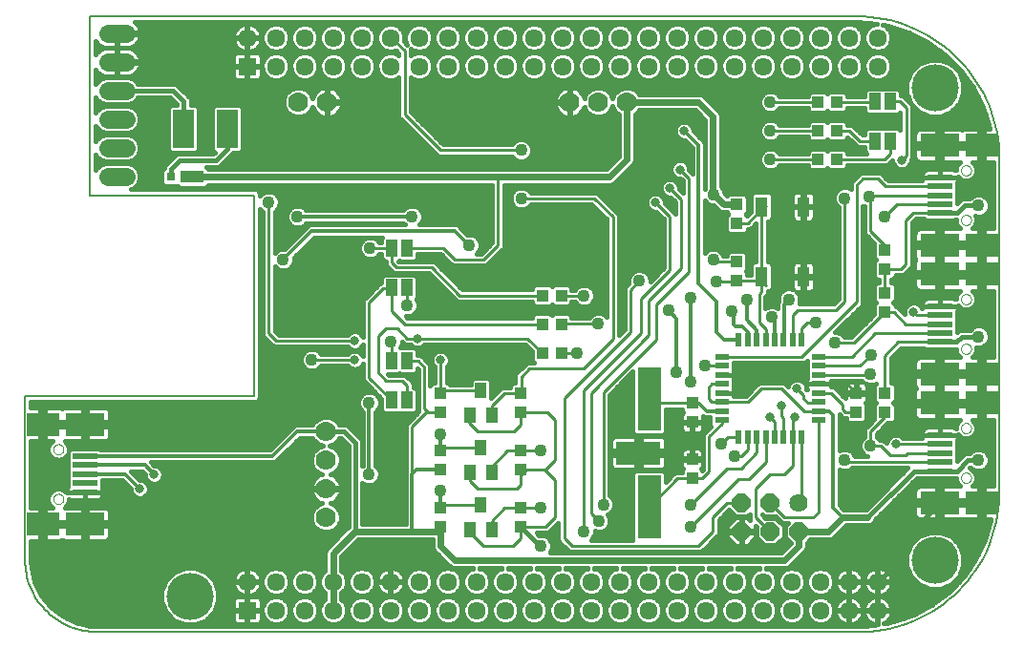
<source format=gtl>
G75*
G70*
%OFA0B0*%
%FSLAX24Y24*%
%IPPOS*%
%LPD*%
%AMOC8*
5,1,8,0,0,1.08239X$1,22.5*
%
%ADD10R,0.0500X0.0220*%
%ADD11R,0.0220X0.0500*%
%ADD12R,0.0433X0.0709*%
%ADD13R,0.0433X0.0394*%
%ADD14R,0.0394X0.0433*%
%ADD15R,0.0827X0.2205*%
%ADD16R,0.1575X0.0827*%
%ADD17C,0.0640*%
%ADD18OC8,0.0640*%
%ADD19R,0.1181X0.0807*%
%ADD20R,0.1378X0.0807*%
%ADD21R,0.0886X0.0197*%
%ADD22C,0.0000*%
%ADD23C,0.0640*%
%ADD24R,0.0394X0.0551*%
%ADD25R,0.0748X0.1339*%
%ADD26R,0.0787X0.0433*%
%ADD27R,0.0315X0.0315*%
%ADD28C,0.0050*%
%ADD29R,0.0634X0.0634*%
%ADD30C,0.0634*%
%ADD31C,0.1650*%
%ADD32R,0.0394X0.0591*%
%ADD33C,0.0700*%
%ADD34C,0.0100*%
%ADD35C,0.0436*%
%ADD36C,0.0240*%
%ADD37C,0.0160*%
%ADD38C,0.0120*%
%ADD39C,0.0318*%
D10*
X026490Y009578D03*
X026490Y009893D03*
X026490Y010208D03*
X026490Y010523D03*
X026490Y010837D03*
X026490Y011152D03*
X026490Y011467D03*
X026490Y011782D03*
X029870Y011782D03*
X029870Y011467D03*
X029870Y011152D03*
X029870Y010837D03*
X029870Y010523D03*
X029870Y010208D03*
X029870Y009893D03*
X029870Y009578D03*
D11*
X029282Y008990D03*
X028967Y008990D03*
X028652Y008990D03*
X028337Y008990D03*
X028023Y008990D03*
X027708Y008990D03*
X027393Y008990D03*
X027078Y008990D03*
X027078Y012370D03*
X027393Y012370D03*
X027708Y012370D03*
X028023Y012370D03*
X028337Y012370D03*
X028652Y012370D03*
X028967Y012370D03*
X029282Y012370D03*
D12*
X029337Y014589D03*
X027880Y014589D03*
X027880Y017030D03*
X029337Y017030D03*
D13*
X027020Y017115D03*
X027020Y016445D03*
X032180Y015515D03*
X032180Y014845D03*
X032180Y014015D03*
X032180Y013345D03*
X032180Y010515D03*
X032180Y009845D03*
X019480Y009845D03*
X019480Y010515D03*
X019480Y008515D03*
X019480Y007845D03*
X019480Y006515D03*
X019480Y005845D03*
X016680Y005845D03*
X016680Y006515D03*
X016680Y007845D03*
X016680Y008515D03*
X016680Y009845D03*
X016680Y010515D03*
D14*
X020225Y011930D03*
X020895Y011930D03*
X020895Y012930D03*
X020225Y012930D03*
X020225Y013930D03*
X020895Y013930D03*
X025460Y010175D03*
X025460Y009505D03*
X025460Y008215D03*
X025460Y007545D03*
X031180Y009845D03*
X031180Y010515D03*
X027020Y014445D03*
X027020Y015115D03*
X029845Y018680D03*
X030515Y018680D03*
X030515Y019680D03*
X029845Y019680D03*
X029845Y020680D03*
X030515Y020680D03*
D15*
X023954Y010302D03*
X023954Y006562D03*
D16*
X023580Y008432D03*
D17*
X029180Y006680D03*
D18*
X028180Y006680D03*
X027180Y006680D03*
X027180Y005680D03*
X028180Y005680D03*
X029180Y005680D03*
D19*
X035566Y006686D03*
X035566Y010170D03*
X035566Y011190D03*
X035566Y014674D03*
X035566Y015690D03*
X035566Y019174D03*
X002790Y009432D03*
X002790Y005948D03*
D20*
X004267Y005948D03*
X004267Y009432D03*
X034089Y010170D03*
X034089Y011190D03*
X034089Y014674D03*
X034089Y015690D03*
X034089Y019174D03*
X034089Y006686D03*
D21*
X034099Y007798D03*
X034099Y008113D03*
X034099Y008428D03*
X034099Y008743D03*
X034099Y009058D03*
X034099Y012302D03*
X034099Y012617D03*
X034099Y012932D03*
X034099Y013247D03*
X034099Y013562D03*
X034099Y016802D03*
X034099Y017117D03*
X034099Y017432D03*
X034099Y017747D03*
X034099Y018062D03*
X004257Y008320D03*
X004257Y008005D03*
X004257Y007690D03*
X004257Y007375D03*
X004257Y007060D03*
D22*
X003164Y006824D02*
X003166Y006850D01*
X003172Y006876D01*
X003182Y006901D01*
X003195Y006924D01*
X003211Y006944D01*
X003231Y006962D01*
X003253Y006977D01*
X003276Y006989D01*
X003302Y006997D01*
X003328Y007001D01*
X003354Y007001D01*
X003380Y006997D01*
X003406Y006989D01*
X003430Y006977D01*
X003451Y006962D01*
X003471Y006944D01*
X003487Y006924D01*
X003500Y006901D01*
X003510Y006876D01*
X003516Y006850D01*
X003518Y006824D01*
X003516Y006798D01*
X003510Y006772D01*
X003500Y006747D01*
X003487Y006724D01*
X003471Y006704D01*
X003451Y006686D01*
X003429Y006671D01*
X003406Y006659D01*
X003380Y006651D01*
X003354Y006647D01*
X003328Y006647D01*
X003302Y006651D01*
X003276Y006659D01*
X003252Y006671D01*
X003231Y006686D01*
X003211Y006704D01*
X003195Y006724D01*
X003182Y006747D01*
X003172Y006772D01*
X003166Y006798D01*
X003164Y006824D01*
X003164Y008556D02*
X003166Y008582D01*
X003172Y008608D01*
X003182Y008633D01*
X003195Y008656D01*
X003211Y008676D01*
X003231Y008694D01*
X003253Y008709D01*
X003276Y008721D01*
X003302Y008729D01*
X003328Y008733D01*
X003354Y008733D01*
X003380Y008729D01*
X003406Y008721D01*
X003430Y008709D01*
X003451Y008694D01*
X003471Y008676D01*
X003487Y008656D01*
X003500Y008633D01*
X003510Y008608D01*
X003516Y008582D01*
X003518Y008556D01*
X003516Y008530D01*
X003510Y008504D01*
X003500Y008479D01*
X003487Y008456D01*
X003471Y008436D01*
X003451Y008418D01*
X003429Y008403D01*
X003406Y008391D01*
X003380Y008383D01*
X003354Y008379D01*
X003328Y008379D01*
X003302Y008383D01*
X003276Y008391D01*
X003252Y008403D01*
X003231Y008418D01*
X003211Y008436D01*
X003195Y008456D01*
X003182Y008479D01*
X003172Y008504D01*
X003166Y008530D01*
X003164Y008556D01*
X034838Y009294D02*
X034840Y009320D01*
X034846Y009346D01*
X034856Y009371D01*
X034869Y009394D01*
X034885Y009414D01*
X034905Y009432D01*
X034927Y009447D01*
X034950Y009459D01*
X034976Y009467D01*
X035002Y009471D01*
X035028Y009471D01*
X035054Y009467D01*
X035080Y009459D01*
X035104Y009447D01*
X035125Y009432D01*
X035145Y009414D01*
X035161Y009394D01*
X035174Y009371D01*
X035184Y009346D01*
X035190Y009320D01*
X035192Y009294D01*
X035190Y009268D01*
X035184Y009242D01*
X035174Y009217D01*
X035161Y009194D01*
X035145Y009174D01*
X035125Y009156D01*
X035103Y009141D01*
X035080Y009129D01*
X035054Y009121D01*
X035028Y009117D01*
X035002Y009117D01*
X034976Y009121D01*
X034950Y009129D01*
X034926Y009141D01*
X034905Y009156D01*
X034885Y009174D01*
X034869Y009194D01*
X034856Y009217D01*
X034846Y009242D01*
X034840Y009268D01*
X034838Y009294D01*
X034838Y007562D02*
X034840Y007588D01*
X034846Y007614D01*
X034856Y007639D01*
X034869Y007662D01*
X034885Y007682D01*
X034905Y007700D01*
X034927Y007715D01*
X034950Y007727D01*
X034976Y007735D01*
X035002Y007739D01*
X035028Y007739D01*
X035054Y007735D01*
X035080Y007727D01*
X035104Y007715D01*
X035125Y007700D01*
X035145Y007682D01*
X035161Y007662D01*
X035174Y007639D01*
X035184Y007614D01*
X035190Y007588D01*
X035192Y007562D01*
X035190Y007536D01*
X035184Y007510D01*
X035174Y007485D01*
X035161Y007462D01*
X035145Y007442D01*
X035125Y007424D01*
X035103Y007409D01*
X035080Y007397D01*
X035054Y007389D01*
X035028Y007385D01*
X035002Y007385D01*
X034976Y007389D01*
X034950Y007397D01*
X034926Y007409D01*
X034905Y007424D01*
X034885Y007442D01*
X034869Y007462D01*
X034856Y007485D01*
X034846Y007510D01*
X034840Y007536D01*
X034838Y007562D01*
X034838Y012066D02*
X034840Y012092D01*
X034846Y012118D01*
X034856Y012143D01*
X034869Y012166D01*
X034885Y012186D01*
X034905Y012204D01*
X034927Y012219D01*
X034950Y012231D01*
X034976Y012239D01*
X035002Y012243D01*
X035028Y012243D01*
X035054Y012239D01*
X035080Y012231D01*
X035104Y012219D01*
X035125Y012204D01*
X035145Y012186D01*
X035161Y012166D01*
X035174Y012143D01*
X035184Y012118D01*
X035190Y012092D01*
X035192Y012066D01*
X035190Y012040D01*
X035184Y012014D01*
X035174Y011989D01*
X035161Y011966D01*
X035145Y011946D01*
X035125Y011928D01*
X035103Y011913D01*
X035080Y011901D01*
X035054Y011893D01*
X035028Y011889D01*
X035002Y011889D01*
X034976Y011893D01*
X034950Y011901D01*
X034926Y011913D01*
X034905Y011928D01*
X034885Y011946D01*
X034869Y011966D01*
X034856Y011989D01*
X034846Y012014D01*
X034840Y012040D01*
X034838Y012066D01*
X034838Y013798D02*
X034840Y013824D01*
X034846Y013850D01*
X034856Y013875D01*
X034869Y013898D01*
X034885Y013918D01*
X034905Y013936D01*
X034927Y013951D01*
X034950Y013963D01*
X034976Y013971D01*
X035002Y013975D01*
X035028Y013975D01*
X035054Y013971D01*
X035080Y013963D01*
X035104Y013951D01*
X035125Y013936D01*
X035145Y013918D01*
X035161Y013898D01*
X035174Y013875D01*
X035184Y013850D01*
X035190Y013824D01*
X035192Y013798D01*
X035190Y013772D01*
X035184Y013746D01*
X035174Y013721D01*
X035161Y013698D01*
X035145Y013678D01*
X035125Y013660D01*
X035103Y013645D01*
X035080Y013633D01*
X035054Y013625D01*
X035028Y013621D01*
X035002Y013621D01*
X034976Y013625D01*
X034950Y013633D01*
X034926Y013645D01*
X034905Y013660D01*
X034885Y013678D01*
X034869Y013698D01*
X034856Y013721D01*
X034846Y013746D01*
X034840Y013772D01*
X034838Y013798D01*
X034838Y016566D02*
X034840Y016592D01*
X034846Y016618D01*
X034856Y016643D01*
X034869Y016666D01*
X034885Y016686D01*
X034905Y016704D01*
X034927Y016719D01*
X034950Y016731D01*
X034976Y016739D01*
X035002Y016743D01*
X035028Y016743D01*
X035054Y016739D01*
X035080Y016731D01*
X035104Y016719D01*
X035125Y016704D01*
X035145Y016686D01*
X035161Y016666D01*
X035174Y016643D01*
X035184Y016618D01*
X035190Y016592D01*
X035192Y016566D01*
X035190Y016540D01*
X035184Y016514D01*
X035174Y016489D01*
X035161Y016466D01*
X035145Y016446D01*
X035125Y016428D01*
X035103Y016413D01*
X035080Y016401D01*
X035054Y016393D01*
X035028Y016389D01*
X035002Y016389D01*
X034976Y016393D01*
X034950Y016401D01*
X034926Y016413D01*
X034905Y016428D01*
X034885Y016446D01*
X034869Y016466D01*
X034856Y016489D01*
X034846Y016514D01*
X034840Y016540D01*
X034838Y016566D01*
X034838Y018298D02*
X034840Y018324D01*
X034846Y018350D01*
X034856Y018375D01*
X034869Y018398D01*
X034885Y018418D01*
X034905Y018436D01*
X034927Y018451D01*
X034950Y018463D01*
X034976Y018471D01*
X035002Y018475D01*
X035028Y018475D01*
X035054Y018471D01*
X035080Y018463D01*
X035104Y018451D01*
X035125Y018436D01*
X035145Y018418D01*
X035161Y018398D01*
X035174Y018375D01*
X035184Y018350D01*
X035190Y018324D01*
X035192Y018298D01*
X035190Y018272D01*
X035184Y018246D01*
X035174Y018221D01*
X035161Y018198D01*
X035145Y018178D01*
X035125Y018160D01*
X035103Y018145D01*
X035080Y018133D01*
X035054Y018125D01*
X035028Y018121D01*
X035002Y018121D01*
X034976Y018125D01*
X034950Y018133D01*
X034926Y018145D01*
X034905Y018160D01*
X034885Y018178D01*
X034869Y018198D01*
X034856Y018221D01*
X034846Y018246D01*
X034840Y018272D01*
X034838Y018298D01*
D23*
X005700Y018080D02*
X005060Y018080D01*
X005060Y019080D02*
X005700Y019080D01*
X005700Y020080D02*
X005060Y020080D01*
X005060Y021080D02*
X005700Y021080D01*
X005700Y022080D02*
X005060Y022080D01*
X005060Y023080D02*
X005700Y023080D01*
D24*
X018080Y010613D03*
X017706Y009747D03*
X018454Y009747D03*
X018080Y008613D03*
X017706Y007747D03*
X018454Y007747D03*
X018080Y006613D03*
X017706Y005747D03*
X018454Y005747D03*
D25*
X009238Y019750D03*
X007702Y019750D03*
D26*
X008010Y018070D03*
D27*
X007262Y018070D03*
D28*
X004430Y017430D02*
X004430Y023680D01*
X031180Y023680D01*
X031418Y023674D01*
X031655Y023657D01*
X031892Y023629D01*
X032126Y023590D01*
X032359Y023539D01*
X032589Y023477D01*
X032815Y023405D01*
X033038Y023322D01*
X033257Y023228D01*
X033471Y023124D01*
X033680Y023010D01*
X033883Y022886D01*
X034080Y022753D01*
X034271Y022610D01*
X034454Y022459D01*
X034630Y022299D01*
X034799Y022130D01*
X034959Y021954D01*
X035110Y021771D01*
X035253Y021580D01*
X035386Y021383D01*
X035510Y021180D01*
X035624Y020971D01*
X035728Y020757D01*
X035822Y020538D01*
X035905Y020315D01*
X035977Y020089D01*
X036039Y019859D01*
X036090Y019626D01*
X036129Y019392D01*
X036157Y019155D01*
X036174Y018918D01*
X036180Y018680D01*
X036180Y007180D01*
X036181Y006948D01*
X036170Y006716D01*
X036149Y006485D01*
X036116Y006255D01*
X036072Y006027D01*
X036018Y005801D01*
X035953Y005579D01*
X035878Y005359D01*
X035792Y005143D01*
X035696Y004932D01*
X035590Y004726D01*
X035474Y004524D01*
X035349Y004329D01*
X035215Y004139D01*
X035071Y003957D01*
X034920Y003781D01*
X034760Y003613D01*
X034592Y003452D01*
X034417Y003300D01*
X034235Y003156D01*
X034046Y003021D01*
X033851Y002895D01*
X033650Y002779D01*
X033444Y002672D01*
X033233Y002575D01*
X033018Y002489D01*
X032799Y002412D01*
X032576Y002347D01*
X032350Y002291D01*
X032123Y002247D01*
X031893Y002214D01*
X031662Y002191D01*
X031430Y002180D01*
X004680Y002180D01*
X004561Y002183D01*
X004442Y002191D01*
X004324Y002205D01*
X004207Y002225D01*
X004091Y002250D01*
X003976Y002281D01*
X003862Y002317D01*
X003751Y002359D01*
X003641Y002406D01*
X003534Y002458D01*
X003430Y002515D01*
X003328Y002577D01*
X003230Y002644D01*
X003135Y002715D01*
X003043Y002791D01*
X002955Y002871D01*
X002871Y002955D01*
X002791Y003043D01*
X002715Y003135D01*
X002644Y003230D01*
X002577Y003328D01*
X002515Y003430D01*
X002458Y003534D01*
X002406Y003641D01*
X002359Y003751D01*
X002317Y003862D01*
X002281Y003976D01*
X002250Y004091D01*
X002225Y004207D01*
X002205Y004324D01*
X002191Y004442D01*
X002183Y004561D01*
X002180Y004680D01*
X002180Y010430D01*
X010180Y010430D01*
X010180Y017430D01*
X004430Y017430D01*
D29*
X009930Y021930D03*
X009930Y002930D03*
D30*
X010930Y002930D03*
X011930Y002930D03*
X012930Y002930D03*
X013930Y002930D03*
X014930Y002930D03*
X015930Y002930D03*
X016930Y002930D03*
X017930Y002930D03*
X018930Y002930D03*
X019930Y002930D03*
X020930Y002930D03*
X021930Y002930D03*
X022930Y002930D03*
X023930Y002930D03*
X024930Y002930D03*
X025930Y002930D03*
X026930Y002930D03*
X027930Y002930D03*
X028930Y002930D03*
X029930Y002930D03*
X030930Y002930D03*
X031930Y002930D03*
X031930Y003930D03*
X030930Y003930D03*
X029930Y003930D03*
X028930Y003930D03*
X027930Y003930D03*
X026930Y003930D03*
X025930Y003930D03*
X024930Y003930D03*
X023930Y003930D03*
X022930Y003930D03*
X021930Y003930D03*
X020930Y003930D03*
X019930Y003930D03*
X018930Y003930D03*
X017930Y003930D03*
X016930Y003930D03*
X015930Y003930D03*
X014930Y003930D03*
X013930Y003930D03*
X012930Y003930D03*
X011930Y003930D03*
X010930Y003930D03*
X009930Y003930D03*
X010930Y021930D03*
X011930Y021930D03*
X012930Y021930D03*
X013930Y021930D03*
X014930Y021930D03*
X015930Y021930D03*
X016930Y021930D03*
X017930Y021930D03*
X018930Y021930D03*
X019930Y021930D03*
X020930Y021930D03*
X021930Y021930D03*
X022930Y021930D03*
X023930Y021930D03*
X024930Y021930D03*
X025930Y021930D03*
X026930Y021930D03*
X027930Y021930D03*
X028930Y021930D03*
X029930Y021930D03*
X030930Y021930D03*
X031930Y021930D03*
X031930Y022930D03*
X030930Y022930D03*
X029930Y022930D03*
X028930Y022930D03*
X027930Y022930D03*
X026930Y022930D03*
X025930Y022930D03*
X024930Y022930D03*
X023930Y022930D03*
X022930Y022930D03*
X021930Y022930D03*
X020930Y022930D03*
X019930Y022930D03*
X018930Y022930D03*
X017930Y022930D03*
X016930Y022930D03*
X015930Y022930D03*
X014930Y022930D03*
X013930Y022930D03*
X012930Y022930D03*
X011930Y022930D03*
X010930Y022930D03*
X009930Y022930D03*
D31*
X033930Y021180D03*
X033930Y004680D03*
X007930Y003430D03*
D32*
X014967Y010273D03*
X015519Y010273D03*
X015519Y011650D03*
X014967Y011650D03*
X014967Y014210D03*
X015519Y014210D03*
X015519Y015587D03*
X014967Y015587D03*
X031826Y019328D03*
X032377Y019328D03*
X032377Y020706D03*
X031826Y020706D03*
D33*
X023180Y020680D03*
X022180Y020680D03*
X021180Y020680D03*
X012715Y020680D03*
X011715Y020680D03*
X012680Y009180D03*
X012680Y008180D03*
X012680Y007180D03*
X012680Y006180D03*
D34*
X015680Y007680D02*
X015680Y009340D01*
X016185Y009845D01*
X016680Y009845D01*
X016245Y009845D01*
X016110Y009980D01*
X016110Y011430D01*
X015890Y011650D01*
X015519Y011650D01*
X015519Y011650D01*
X014967Y011650D02*
X014967Y012293D01*
X014950Y012310D01*
X015160Y012780D02*
X015510Y012430D01*
X015870Y012430D01*
X019715Y012430D01*
X020225Y011930D01*
X020895Y011930D02*
X021450Y011930D01*
X021660Y011370D02*
X022690Y012400D01*
X022690Y016670D01*
X022040Y017320D01*
X019500Y017320D01*
X018680Y018070D02*
X018680Y015680D01*
X018180Y015180D01*
X017180Y015180D01*
X016773Y015587D01*
X015519Y015587D01*
X014967Y015587D02*
X014960Y015580D01*
X014220Y015580D01*
X014967Y015587D02*
X014967Y015083D01*
X015140Y014910D01*
X016370Y014910D01*
X017350Y013930D01*
X020225Y013930D01*
X020895Y013930D02*
X021105Y013920D01*
X021680Y013920D01*
X022180Y012940D02*
X021105Y012940D01*
X020895Y012930D01*
X020225Y012930D02*
X015430Y012930D01*
X014967Y013393D01*
X014967Y014210D01*
X014938Y014180D01*
X014680Y014180D01*
X014180Y013680D01*
X014180Y011060D01*
X014967Y010273D01*
X015519Y010273D02*
X015519Y010781D01*
X015350Y010950D01*
X014780Y010950D01*
X014490Y011240D01*
X014490Y012510D01*
X014760Y012780D01*
X015160Y012780D01*
X015520Y013580D02*
X015519Y013581D01*
X015519Y014210D01*
X013680Y012350D02*
X010940Y012350D01*
X010680Y012610D01*
X010680Y017180D01*
X015430Y020250D02*
X016680Y019000D01*
X019490Y019000D01*
X015430Y020250D02*
X015430Y022480D01*
X014980Y022930D01*
X014930Y022930D01*
X024180Y017180D02*
X024680Y016680D01*
X024680Y014820D01*
X023670Y013810D01*
X023670Y012600D01*
X021670Y010600D01*
X021670Y005690D01*
X021680Y005680D01*
X022200Y006050D02*
X021930Y006320D01*
X021930Y010530D01*
X023950Y012550D01*
X023950Y013740D01*
X025080Y014870D01*
X025080Y017280D01*
X024680Y017680D01*
X025030Y018330D02*
X025340Y018020D01*
X025340Y014750D01*
X024190Y013600D01*
X024190Y012380D01*
X022360Y010550D01*
X022360Y006630D01*
X020680Y006180D02*
X020680Y007480D01*
X020310Y007850D01*
X020340Y007850D01*
X020680Y008190D01*
X020680Y009580D01*
X020410Y009850D01*
X019485Y009850D01*
X019480Y009845D01*
X019480Y009430D01*
X019230Y009180D01*
X017980Y009180D01*
X017680Y009480D01*
X017680Y009680D01*
X017706Y009706D01*
X017706Y009747D01*
X018454Y009747D02*
X018454Y010074D01*
X018890Y010510D01*
X019475Y010510D01*
X019480Y010515D01*
X019490Y010525D01*
X019490Y011090D01*
X019770Y011370D01*
X021660Y011370D01*
X020990Y010340D02*
X023300Y012650D01*
X023300Y014130D01*
X023610Y014440D01*
X026190Y015180D02*
X026255Y015115D01*
X027020Y015115D01*
X027880Y014589D02*
X027880Y014060D01*
X027800Y013980D01*
X027800Y012970D01*
X028023Y012747D01*
X028023Y012370D01*
X027710Y012372D02*
X027708Y012370D01*
X027393Y012370D02*
X027390Y012373D01*
X026490Y011782D02*
X029278Y011782D01*
X029280Y011780D01*
X031210Y013700D01*
X031210Y017790D01*
X031420Y018000D01*
X031950Y018000D01*
X032210Y017740D01*
X034092Y017740D01*
X034099Y017747D01*
X034099Y017432D02*
X031682Y017432D01*
X031630Y017380D01*
X031680Y017330D01*
X031680Y016180D01*
X032180Y015680D01*
X032180Y015515D01*
X032735Y014845D02*
X032920Y015030D01*
X032920Y016560D01*
X033180Y016820D01*
X034081Y016820D01*
X034099Y016802D01*
X034097Y016800D01*
X034099Y016802D02*
X034103Y016806D01*
X034092Y017110D02*
X032610Y017110D01*
X032180Y016680D01*
X030780Y017330D02*
X030780Y013730D01*
X030480Y013430D01*
X029150Y013430D01*
X028967Y013247D01*
X028967Y012370D01*
X028660Y012378D02*
X028652Y012370D01*
X029280Y012372D02*
X029280Y012780D01*
X029470Y012970D01*
X029760Y012970D01*
X029280Y012372D02*
X029282Y012370D01*
X029870Y011782D02*
X031022Y011782D01*
X031850Y012610D01*
X034092Y012610D01*
X034099Y012617D01*
X034099Y012302D02*
X034097Y012300D01*
X032650Y012300D01*
X032180Y011830D01*
X032180Y010515D01*
X031652Y011152D02*
X031680Y011180D01*
X031652Y011152D02*
X029870Y011152D01*
X029870Y010837D02*
X030857Y010837D01*
X031180Y010515D01*
X030710Y010130D02*
X030710Y009950D01*
X030800Y009860D01*
X031165Y009860D01*
X031180Y009845D01*
X030710Y010130D02*
X030317Y010523D01*
X029870Y010523D01*
X029863Y010830D02*
X029480Y010830D01*
X029180Y011130D01*
X027130Y011130D01*
X027080Y011080D01*
X027080Y010630D01*
X026980Y010530D01*
X026497Y010530D01*
X026490Y010523D01*
X026468Y010230D02*
X026130Y010230D01*
X026030Y010330D01*
X026030Y010730D01*
X026137Y010837D01*
X026490Y010837D01*
X026490Y011152D02*
X026652Y011152D01*
X026680Y011180D01*
X026980Y011180D01*
X027080Y011080D01*
X026490Y011467D02*
X025903Y011467D01*
X025900Y011470D01*
X026468Y010230D02*
X026490Y010208D01*
X027408Y010208D01*
X027880Y010680D01*
X028580Y010680D01*
X029380Y009880D01*
X029857Y009880D01*
X029870Y009893D01*
X029873Y009890D01*
X029870Y009578D02*
X029860Y009568D01*
X029860Y006360D01*
X029680Y006180D01*
X028680Y006180D01*
X028180Y006680D01*
X027680Y007180D02*
X027680Y006180D01*
X028180Y005680D01*
X027180Y006680D02*
X026680Y006680D01*
X026180Y006180D01*
X026180Y005680D01*
X025680Y005180D01*
X021260Y005180D01*
X020990Y005450D01*
X020990Y010340D01*
X020180Y008520D02*
X020175Y008515D01*
X019480Y008515D01*
X019465Y008500D01*
X019020Y008500D01*
X018480Y007960D01*
X018480Y007773D01*
X018454Y007747D01*
X017980Y007180D02*
X019330Y007180D01*
X019480Y007330D01*
X019480Y007650D01*
X019680Y007850D01*
X019485Y007850D01*
X019480Y007845D01*
X019680Y007850D02*
X020310Y007850D01*
X020175Y006515D02*
X019480Y006515D01*
X019475Y006510D01*
X018910Y006510D01*
X018454Y006054D01*
X018454Y005747D01*
X018180Y005180D02*
X019200Y005180D01*
X019470Y005450D01*
X019470Y005835D01*
X019480Y005845D01*
X020345Y005845D01*
X020680Y006180D01*
X020180Y006510D02*
X020175Y006515D01*
X018080Y006613D02*
X016778Y006613D01*
X016680Y006515D01*
X017706Y005747D02*
X017706Y005654D01*
X018180Y005180D01*
X017980Y007180D02*
X017706Y007454D01*
X017706Y007747D01*
X018080Y008613D02*
X016778Y008613D01*
X016680Y008515D01*
X016680Y010515D02*
X016680Y011680D01*
X016778Y010613D02*
X016680Y010515D01*
X016778Y010613D02*
X018080Y010613D01*
X013680Y011680D02*
X012180Y011680D01*
X024081Y010175D02*
X025460Y010175D01*
X026490Y009578D02*
X026490Y009440D01*
X026050Y009000D01*
X026050Y007770D01*
X025820Y007540D01*
X025465Y007540D01*
X025460Y007545D01*
X024937Y007545D01*
X023954Y006562D01*
X025400Y006630D02*
X026660Y007890D01*
X027160Y007890D01*
X027708Y008438D01*
X027708Y008990D01*
X028023Y008990D02*
X028023Y008113D01*
X027440Y007530D01*
X027080Y007530D01*
X025390Y005840D01*
X027680Y007180D02*
X028180Y007680D01*
X028680Y007680D01*
X028970Y007970D01*
X028970Y008987D01*
X028967Y008990D01*
X028967Y009597D01*
X029040Y009670D01*
X028652Y009638D02*
X028560Y009730D01*
X028560Y010070D01*
X028652Y009638D02*
X028652Y008990D01*
X028337Y008990D02*
X028337Y009523D01*
X028180Y009680D01*
X027393Y008990D02*
X027393Y008543D01*
X027180Y008330D01*
X026930Y008330D01*
X026460Y008760D02*
X026690Y008990D01*
X027078Y008990D01*
X029282Y008990D02*
X029282Y006782D01*
X029180Y006680D01*
X030780Y008180D02*
X030847Y008113D01*
X034099Y008113D01*
X034099Y008428D02*
X032978Y008428D01*
X032900Y008350D01*
X032360Y008350D01*
X032030Y008680D01*
X031680Y008680D01*
X031680Y009180D01*
X032180Y009680D01*
X032180Y009845D01*
X032560Y008740D02*
X034096Y008740D01*
X034099Y008743D01*
X031317Y011467D02*
X031690Y011840D01*
X031317Y011467D02*
X029870Y011467D01*
X029870Y010837D02*
X029863Y010830D01*
X029350Y010450D02*
X029120Y010680D01*
X029350Y010450D02*
X029350Y010330D01*
X029500Y010180D01*
X029680Y010180D01*
X029708Y010208D01*
X029870Y010208D01*
X030440Y012270D02*
X031105Y012270D01*
X032180Y013345D01*
X032185Y013350D01*
X032500Y013350D01*
X032918Y012932D01*
X034099Y012932D01*
X034099Y013247D02*
X034096Y013250D01*
X033290Y013250D01*
X033180Y013360D01*
X032190Y013335D02*
X032180Y013345D01*
X032175Y013350D01*
X032180Y013345D02*
X032170Y013335D01*
X032180Y014015D02*
X032180Y014845D01*
X032735Y014845D01*
X034092Y017110D02*
X034099Y017117D01*
X032770Y018660D02*
X032930Y018820D01*
X032930Y020490D01*
X032714Y020706D01*
X032377Y020706D01*
X031826Y020706D02*
X031800Y020680D01*
X030515Y020680D01*
X029845Y020680D02*
X028180Y020680D01*
X028180Y019680D02*
X029845Y019680D01*
X030515Y019680D02*
X030950Y019680D01*
X031300Y019330D01*
X031823Y019330D01*
X031826Y019328D01*
X032377Y019328D02*
X032380Y019324D01*
X032380Y018880D01*
X032180Y018680D01*
X030515Y018680D01*
X029845Y018680D02*
X028180Y018680D01*
X026220Y017450D02*
X026180Y017490D01*
X027025Y016450D02*
X027020Y016445D01*
X027025Y016450D02*
X027390Y016450D01*
X027880Y016940D01*
X027880Y017030D01*
X028030Y017040D01*
X027880Y017030D02*
X027880Y014589D01*
X027876Y014445D01*
X027020Y014445D01*
X027005Y014430D01*
X026310Y014430D01*
X026850Y013390D02*
X026890Y013380D01*
X027876Y014445D02*
X028023Y014299D01*
X029337Y014589D02*
X029337Y017030D01*
X034089Y019174D02*
X035566Y019174D01*
D35*
X035448Y017070D03*
X032180Y016680D03*
X031630Y017380D03*
X030780Y017330D03*
X028180Y018680D03*
X028180Y019680D03*
X028180Y020680D03*
X026220Y017450D03*
X026190Y015180D03*
X026310Y014430D03*
X025410Y013850D03*
X024640Y013400D03*
X023610Y014440D03*
X021680Y013920D03*
X022180Y012940D03*
X021450Y011930D03*
X024910Y011260D03*
X025410Y010900D03*
X025900Y011470D03*
X028230Y013170D03*
X028840Y013790D03*
X029760Y012970D03*
X030440Y012270D03*
X031690Y011840D03*
X031680Y011180D03*
X031680Y008680D03*
X030780Y008180D03*
X026930Y008330D03*
X026460Y008760D03*
X025400Y006630D03*
X025390Y005840D03*
X022360Y006630D03*
X022200Y006050D03*
X021680Y005680D03*
X020180Y005180D03*
X020180Y006510D03*
X020180Y008520D03*
X016680Y009080D03*
X016680Y007110D03*
X014180Y007680D03*
X014180Y010180D03*
X012180Y011680D03*
X014950Y012310D03*
X015520Y013580D03*
X014220Y015580D03*
X015680Y016680D03*
X017680Y015680D03*
X019500Y017320D03*
X019490Y019000D03*
X011680Y016680D03*
X010680Y017180D03*
X011180Y015180D03*
X026850Y013390D03*
X027360Y013770D03*
X035448Y012490D03*
X035448Y008180D03*
D36*
X031580Y006180D02*
X030710Y006180D01*
X030210Y005680D01*
X029180Y005680D01*
X029180Y005180D01*
X028680Y004680D01*
X017180Y004680D01*
X016680Y005180D01*
X016680Y005845D01*
X016515Y005680D02*
X015680Y005680D01*
X013680Y005680D01*
X012930Y004930D01*
X012930Y003930D01*
X012930Y002930D01*
X026555Y017115D02*
X026220Y017450D01*
X026180Y017490D02*
X026180Y020180D01*
X025680Y020680D01*
X023180Y020680D01*
X023180Y018680D01*
X022570Y018070D01*
X018680Y018070D01*
X008010Y018070D01*
X026555Y017115D02*
X027020Y017115D01*
D37*
X003459Y002737D02*
X003057Y003057D01*
X002737Y003459D01*
X002514Y003922D01*
X002399Y004423D01*
X002385Y004680D01*
X002385Y005364D01*
X002710Y005364D01*
X002710Y005868D01*
X002870Y005868D01*
X002870Y006028D01*
X002710Y006028D01*
X002710Y006531D01*
X002385Y006531D01*
X002385Y008848D01*
X002710Y008848D01*
X002710Y009352D01*
X002870Y009352D01*
X002870Y008848D01*
X003129Y008848D01*
X003039Y008758D01*
X002984Y008627D01*
X002984Y008485D01*
X003039Y008354D01*
X003139Y008253D01*
X003270Y008199D01*
X003412Y008199D01*
X003544Y008253D01*
X003644Y008354D01*
X003654Y008377D01*
X003654Y007241D01*
X003646Y007228D01*
X003634Y007182D01*
X003634Y007060D01*
X004257Y007060D01*
X004880Y007060D01*
X004880Y007182D01*
X004867Y007228D01*
X004860Y007241D01*
X004860Y007470D01*
X005579Y007470D01*
X005861Y007188D01*
X005861Y007117D01*
X005910Y006999D01*
X005999Y006910D01*
X006117Y006861D01*
X006243Y006861D01*
X006361Y006910D01*
X006450Y006999D01*
X006499Y007117D01*
X006499Y007243D01*
X006450Y007361D01*
X006361Y007450D01*
X006243Y007499D01*
X006172Y007499D01*
X005886Y007785D01*
X006264Y007785D01*
X006361Y007688D01*
X006361Y007617D01*
X006410Y007499D01*
X006499Y007410D01*
X006617Y007361D01*
X006743Y007361D01*
X006861Y007410D01*
X006950Y007499D01*
X006999Y007617D01*
X006999Y007743D01*
X006950Y007861D01*
X006861Y007950D01*
X006743Y007999D01*
X006672Y007999D01*
X006571Y008100D01*
X010911Y008100D01*
X011771Y008960D01*
X012219Y008960D01*
X012248Y008891D01*
X012391Y008748D01*
X012554Y008680D01*
X012391Y008612D01*
X012248Y008469D01*
X012170Y008281D01*
X012170Y008079D01*
X012248Y007891D01*
X012391Y007748D01*
X012532Y007689D01*
X012477Y007671D01*
X012402Y007633D01*
X012335Y007584D01*
X012276Y007525D01*
X012227Y007458D01*
X012189Y007383D01*
X012163Y007304D01*
X012150Y007222D01*
X012150Y007200D01*
X012660Y007200D01*
X012660Y007160D01*
X012150Y007160D01*
X012150Y007138D01*
X012163Y007056D01*
X012189Y006977D01*
X012227Y006902D01*
X012276Y006835D01*
X012335Y006776D01*
X012402Y006727D01*
X012477Y006689D01*
X012532Y006671D01*
X012391Y006612D01*
X012248Y006469D01*
X012170Y006281D01*
X012170Y006079D01*
X012248Y005891D01*
X012391Y005748D01*
X012579Y005670D01*
X012781Y005670D01*
X012969Y005748D01*
X013112Y005891D01*
X013190Y006079D01*
X013190Y006281D01*
X013112Y006469D01*
X012969Y006612D01*
X012828Y006671D01*
X012883Y006689D01*
X012958Y006727D01*
X013025Y006776D01*
X013084Y006835D01*
X013133Y006902D01*
X013171Y006977D01*
X013197Y007056D01*
X013210Y007138D01*
X013210Y007160D01*
X012700Y007160D01*
X012700Y007200D01*
X013210Y007200D01*
X013210Y007222D01*
X013197Y007304D01*
X013171Y007383D01*
X013133Y007458D01*
X013084Y007525D01*
X013025Y007584D01*
X012958Y007633D01*
X012883Y007671D01*
X012828Y007689D01*
X012969Y007748D01*
X013112Y007891D01*
X013190Y008079D01*
X013190Y008281D01*
X013112Y008469D01*
X012969Y008612D01*
X012806Y008680D01*
X012969Y008748D01*
X013112Y008891D01*
X013133Y008940D01*
X013211Y008940D01*
X013460Y008691D01*
X013460Y005856D01*
X013443Y005839D01*
X012693Y005089D01*
X012650Y004986D01*
X012650Y004324D01*
X012526Y004200D01*
X012453Y004025D01*
X012453Y003835D01*
X012526Y003660D01*
X012650Y003536D01*
X012650Y003324D01*
X012526Y003200D01*
X012453Y003025D01*
X012453Y002835D01*
X012526Y002660D01*
X012660Y002526D01*
X012835Y002453D01*
X013025Y002453D01*
X013200Y002526D01*
X013334Y002660D01*
X013407Y002835D01*
X013407Y003025D01*
X013334Y003200D01*
X013210Y003324D01*
X013210Y003536D01*
X013334Y003660D01*
X013407Y003835D01*
X013407Y004025D01*
X013334Y004200D01*
X013210Y004324D01*
X013210Y004814D01*
X013796Y005400D01*
X016400Y005400D01*
X016400Y005124D01*
X016443Y005021D01*
X016943Y004521D01*
X017021Y004443D01*
X017124Y004400D01*
X017819Y004400D01*
X017660Y004334D01*
X017526Y004200D01*
X017453Y004025D01*
X017453Y003835D01*
X017526Y003660D01*
X017660Y003526D01*
X017835Y003453D01*
X018025Y003453D01*
X018200Y003526D01*
X018334Y003660D01*
X018407Y003835D01*
X018407Y004025D01*
X018334Y004200D01*
X018200Y004334D01*
X018041Y004400D01*
X018819Y004400D01*
X018660Y004334D01*
X018526Y004200D01*
X018453Y004025D01*
X018453Y003835D01*
X018526Y003660D01*
X018660Y003526D01*
X018835Y003453D01*
X019025Y003453D01*
X019200Y003526D01*
X019334Y003660D01*
X019407Y003835D01*
X019407Y004025D01*
X019334Y004200D01*
X019200Y004334D01*
X019041Y004400D01*
X019819Y004400D01*
X019660Y004334D01*
X019526Y004200D01*
X019453Y004025D01*
X019453Y003835D01*
X019526Y003660D01*
X019660Y003526D01*
X019835Y003453D01*
X020025Y003453D01*
X020200Y003526D01*
X020334Y003660D01*
X020407Y003835D01*
X020407Y004025D01*
X020334Y004200D01*
X020200Y004334D01*
X020041Y004400D01*
X020819Y004400D01*
X020660Y004334D01*
X020526Y004200D01*
X020453Y004025D01*
X020453Y003835D01*
X020526Y003660D01*
X020660Y003526D01*
X020835Y003453D01*
X021025Y003453D01*
X021200Y003526D01*
X021334Y003660D01*
X021407Y003835D01*
X021407Y004025D01*
X021334Y004200D01*
X021200Y004334D01*
X021041Y004400D01*
X021819Y004400D01*
X021660Y004334D01*
X021526Y004200D01*
X021453Y004025D01*
X021453Y003835D01*
X021526Y003660D01*
X021660Y003526D01*
X021835Y003453D01*
X022025Y003453D01*
X022200Y003526D01*
X022334Y003660D01*
X022407Y003835D01*
X022407Y004025D01*
X022334Y004200D01*
X022200Y004334D01*
X022041Y004400D01*
X022819Y004400D01*
X022660Y004334D01*
X022526Y004200D01*
X022453Y004025D01*
X022453Y003835D01*
X022526Y003660D01*
X022660Y003526D01*
X022835Y003453D01*
X023025Y003453D01*
X023200Y003526D01*
X023334Y003660D01*
X023407Y003835D01*
X023407Y004025D01*
X023334Y004200D01*
X023200Y004334D01*
X023041Y004400D01*
X023819Y004400D01*
X023660Y004334D01*
X023526Y004200D01*
X023453Y004025D01*
X023453Y003835D01*
X023526Y003660D01*
X023660Y003526D01*
X023835Y003453D01*
X024025Y003453D01*
X024200Y003526D01*
X024334Y003660D01*
X024407Y003835D01*
X024407Y004025D01*
X024334Y004200D01*
X024200Y004334D01*
X024041Y004400D01*
X024819Y004400D01*
X024660Y004334D01*
X024526Y004200D01*
X024453Y004025D01*
X024453Y003835D01*
X024526Y003660D01*
X024660Y003526D01*
X024835Y003453D01*
X025025Y003453D01*
X025200Y003526D01*
X025334Y003660D01*
X025407Y003835D01*
X025407Y004025D01*
X025334Y004200D01*
X025200Y004334D01*
X025041Y004400D01*
X025819Y004400D01*
X025660Y004334D01*
X025526Y004200D01*
X025453Y004025D01*
X025453Y003835D01*
X025526Y003660D01*
X025660Y003526D01*
X025835Y003453D01*
X026025Y003453D01*
X026200Y003526D01*
X026334Y003660D01*
X026407Y003835D01*
X026407Y004025D01*
X026334Y004200D01*
X026200Y004334D01*
X026041Y004400D01*
X026819Y004400D01*
X026660Y004334D01*
X026526Y004200D01*
X026453Y004025D01*
X026453Y003835D01*
X026526Y003660D01*
X026660Y003526D01*
X026835Y003453D01*
X027025Y003453D01*
X027200Y003526D01*
X027334Y003660D01*
X027407Y003835D01*
X027407Y004025D01*
X027334Y004200D01*
X027200Y004334D01*
X027041Y004400D01*
X027819Y004400D01*
X027660Y004334D01*
X027526Y004200D01*
X027453Y004025D01*
X027453Y003835D01*
X027526Y003660D01*
X027660Y003526D01*
X027835Y003453D01*
X028025Y003453D01*
X028200Y003526D01*
X028334Y003660D01*
X028407Y003835D01*
X028407Y004025D01*
X028334Y004200D01*
X028200Y004334D01*
X028041Y004400D01*
X028736Y004400D01*
X028839Y004443D01*
X028917Y004521D01*
X028917Y004521D01*
X029339Y004943D01*
X029417Y005021D01*
X029460Y005124D01*
X029460Y005281D01*
X029579Y005400D01*
X030266Y005400D01*
X030369Y005443D01*
X030826Y005900D01*
X031636Y005900D01*
X031739Y005943D01*
X031817Y006021D01*
X031857Y006118D01*
X033289Y007550D01*
X033580Y007550D01*
X033590Y007540D01*
X034608Y007540D01*
X034627Y007558D01*
X034657Y007558D01*
X034657Y007491D01*
X034712Y007360D01*
X034802Y007269D01*
X034169Y007269D01*
X034169Y006766D01*
X034009Y006766D01*
X034009Y006606D01*
X033220Y006606D01*
X033220Y006259D01*
X033233Y006213D01*
X033256Y006172D01*
X033290Y006138D01*
X033331Y006115D01*
X033377Y006102D01*
X034009Y006102D01*
X034009Y006606D01*
X034169Y006606D01*
X034169Y006102D01*
X034802Y006102D01*
X034848Y006115D01*
X034877Y006131D01*
X034906Y006115D01*
X034952Y006102D01*
X035486Y006102D01*
X035486Y006606D01*
X035646Y006606D01*
X035646Y006102D01*
X035877Y006102D01*
X035874Y006081D01*
X035665Y005378D01*
X035349Y004717D01*
X034934Y004113D01*
X034429Y003582D01*
X033847Y003136D01*
X033203Y002786D01*
X032512Y002542D01*
X032121Y002470D01*
X032190Y002505D01*
X032254Y002551D01*
X032309Y002606D01*
X032355Y002670D01*
X032390Y002739D01*
X032415Y002814D01*
X033254Y002814D01*
X033546Y002973D02*
X032426Y002973D01*
X032427Y002969D02*
X032415Y003046D01*
X032390Y003121D01*
X032355Y003190D01*
X032309Y003254D01*
X032254Y003309D01*
X032190Y003355D01*
X032121Y003390D01*
X032046Y003415D01*
X031969Y003427D01*
X031948Y003427D01*
X031948Y002948D01*
X031912Y002948D01*
X031912Y002912D01*
X031948Y002912D01*
X031948Y002438D01*
X031791Y002409D01*
X031426Y002385D01*
X004680Y002385D01*
X004423Y002399D01*
X003922Y002514D01*
X003459Y002737D01*
X003362Y002814D02*
X007153Y002814D01*
X007095Y002872D02*
X006945Y003234D01*
X006945Y003626D01*
X007095Y003988D01*
X007372Y004265D01*
X007734Y004415D01*
X008126Y004415D01*
X008488Y004265D01*
X008765Y003988D01*
X008915Y003626D01*
X008915Y003234D01*
X008765Y002872D01*
X008488Y002595D01*
X008126Y002445D01*
X007734Y002445D01*
X007372Y002595D01*
X007095Y002872D01*
X007053Y002973D02*
X003163Y002973D01*
X002998Y003131D02*
X006988Y003131D01*
X006945Y003290D02*
X002872Y003290D01*
X002746Y003448D02*
X006945Y003448D01*
X006945Y003607D02*
X002666Y003607D01*
X002589Y003765D02*
X007003Y003765D01*
X007068Y003924D02*
X002513Y003924D01*
X002477Y004082D02*
X007189Y004082D01*
X007348Y004241D02*
X002441Y004241D01*
X002405Y004399D02*
X007695Y004399D01*
X008165Y004399D02*
X009766Y004399D01*
X009739Y004390D02*
X009670Y004355D01*
X009606Y004309D01*
X009551Y004254D01*
X009505Y004190D01*
X009470Y004121D01*
X009445Y004046D01*
X009433Y003969D01*
X009433Y003948D01*
X009912Y003948D01*
X009912Y003912D01*
X009948Y003912D01*
X009948Y003948D01*
X010427Y003948D01*
X010427Y003969D01*
X010415Y004046D01*
X010390Y004121D01*
X010355Y004190D01*
X010309Y004254D01*
X010254Y004309D01*
X010190Y004355D01*
X010121Y004390D01*
X010046Y004415D01*
X009969Y004427D01*
X009948Y004427D01*
X009948Y003948D01*
X009912Y003948D01*
X009912Y004427D01*
X009891Y004427D01*
X009814Y004415D01*
X009739Y004390D01*
X009912Y004399D02*
X009948Y004399D01*
X010094Y004399D02*
X010816Y004399D01*
X010835Y004407D02*
X010660Y004334D01*
X010526Y004200D01*
X010453Y004025D01*
X010453Y003835D01*
X010526Y003660D01*
X010660Y003526D01*
X010835Y003453D01*
X011025Y003453D01*
X011200Y003526D01*
X011334Y003660D01*
X011407Y003835D01*
X011407Y004025D01*
X011334Y004200D01*
X011200Y004334D01*
X011025Y004407D01*
X010835Y004407D01*
X011044Y004399D02*
X011816Y004399D01*
X011835Y004407D02*
X011660Y004334D01*
X011526Y004200D01*
X011453Y004025D01*
X011453Y003835D01*
X011526Y003660D01*
X011660Y003526D01*
X011835Y003453D01*
X012025Y003453D01*
X012200Y003526D01*
X012334Y003660D01*
X012407Y003835D01*
X012407Y004025D01*
X012334Y004200D01*
X012200Y004334D01*
X012025Y004407D01*
X011835Y004407D01*
X012044Y004399D02*
X012650Y004399D01*
X012650Y004558D02*
X002392Y004558D01*
X002385Y004716D02*
X012650Y004716D01*
X012650Y004875D02*
X002385Y004875D01*
X002385Y005033D02*
X012670Y005033D01*
X012796Y005192D02*
X002385Y005192D01*
X002385Y005350D02*
X012954Y005350D01*
X013113Y005509D02*
X005132Y005509D01*
X005136Y005520D02*
X005136Y005868D01*
X004347Y005868D01*
X004347Y006028D01*
X005136Y006028D01*
X005136Y006375D01*
X005123Y006421D01*
X005100Y006462D01*
X005066Y006495D01*
X005025Y006519D01*
X004979Y006531D01*
X004347Y006531D01*
X004347Y006028D01*
X004187Y006028D01*
X004187Y006531D01*
X003554Y006531D01*
X003644Y006621D01*
X003699Y006753D01*
X003699Y006822D01*
X003703Y006817D01*
X003744Y006794D01*
X003790Y006781D01*
X004257Y006781D01*
X004723Y006781D01*
X004769Y006794D01*
X004810Y006817D01*
X004844Y006851D01*
X004867Y006892D01*
X004880Y006938D01*
X004880Y007060D01*
X004257Y007060D01*
X004257Y007060D01*
X004257Y006781D01*
X004257Y007060D01*
X004257Y007060D01*
X004257Y005948D01*
X004267Y005948D01*
X002790Y005948D01*
X002870Y005984D02*
X004187Y005984D01*
X004187Y006028D02*
X004187Y005868D01*
X004347Y005868D01*
X004347Y005364D01*
X004979Y005364D01*
X005025Y005376D01*
X005066Y005400D01*
X005100Y005434D01*
X005123Y005475D01*
X005136Y005520D01*
X005136Y005667D02*
X013271Y005667D01*
X013430Y005826D02*
X013047Y005826D01*
X013151Y005984D02*
X013460Y005984D01*
X013460Y006143D02*
X013190Y006143D01*
X013182Y006301D02*
X013460Y006301D01*
X013460Y006460D02*
X013116Y006460D01*
X012955Y006618D02*
X013460Y006618D01*
X013460Y006777D02*
X013026Y006777D01*
X013150Y006935D02*
X013460Y006935D01*
X013460Y007094D02*
X013203Y007094D01*
X013205Y007252D02*
X013460Y007252D01*
X013460Y007411D02*
X013157Y007411D01*
X013041Y007569D02*
X013460Y007569D01*
X013460Y007728D02*
X012920Y007728D01*
X013107Y007886D02*
X013460Y007886D01*
X013460Y008045D02*
X013176Y008045D01*
X013190Y008203D02*
X013460Y008203D01*
X013460Y008362D02*
X013157Y008362D01*
X013061Y008520D02*
X013460Y008520D01*
X013460Y008679D02*
X012809Y008679D01*
X012551Y008679D02*
X011490Y008679D01*
X011648Y008837D02*
X012302Y008837D01*
X012299Y008520D02*
X011331Y008520D01*
X011173Y008362D02*
X012203Y008362D01*
X012170Y008203D02*
X011014Y008203D01*
X010729Y008540D02*
X004804Y008540D01*
X004766Y008578D01*
X003748Y008578D01*
X003699Y008529D01*
X003699Y008627D01*
X003644Y008758D01*
X003554Y008848D01*
X004187Y008848D01*
X004187Y009352D01*
X004347Y009352D01*
X004347Y009512D01*
X005136Y009512D01*
X005136Y009859D01*
X005123Y009905D01*
X005100Y009946D01*
X005066Y009980D01*
X005025Y010003D01*
X004979Y010016D01*
X004347Y010016D01*
X004347Y009512D01*
X004187Y009512D01*
X004187Y010016D01*
X003554Y010016D01*
X003508Y010003D01*
X003479Y009987D01*
X003450Y010003D01*
X003404Y010016D01*
X002870Y010016D01*
X002870Y009512D01*
X002710Y009512D01*
X002710Y010016D01*
X002385Y010016D01*
X002385Y010225D01*
X010265Y010225D01*
X010385Y010345D01*
X010385Y016940D01*
X010466Y016859D01*
X010470Y016858D01*
X010470Y012523D01*
X010730Y012263D01*
X010853Y012140D01*
X013439Y012140D01*
X013499Y012080D01*
X013617Y012031D01*
X013743Y012031D01*
X013861Y012080D01*
X013950Y012169D01*
X013970Y012216D01*
X013970Y011814D01*
X013950Y011861D01*
X013861Y011950D01*
X013743Y011999D01*
X013617Y011999D01*
X013499Y011950D01*
X013439Y011890D01*
X012502Y011890D01*
X012501Y011894D01*
X012394Y012001D01*
X012255Y012058D01*
X012105Y012058D01*
X011966Y012001D01*
X011859Y011894D01*
X011802Y011755D01*
X011802Y011605D01*
X011859Y011466D01*
X011966Y011359D01*
X012105Y011302D01*
X012255Y011302D01*
X012394Y011359D01*
X012501Y011466D01*
X012502Y011470D01*
X013439Y011470D01*
X013499Y011410D01*
X013617Y011361D01*
X013743Y011361D01*
X013861Y011410D01*
X013950Y011499D01*
X013970Y011546D01*
X013970Y010973D01*
X014611Y010332D01*
X014611Y009911D01*
X014704Y009817D01*
X015231Y009817D01*
X015243Y009830D01*
X015255Y009817D01*
X015782Y009817D01*
X015875Y009911D01*
X015875Y010634D01*
X015782Y010728D01*
X015729Y010728D01*
X015729Y010868D01*
X015560Y011037D01*
X015437Y011160D01*
X014867Y011160D01*
X014832Y011195D01*
X015231Y011195D01*
X015243Y011208D01*
X015255Y011195D01*
X015782Y011195D01*
X015875Y011289D01*
X015875Y011368D01*
X015900Y011343D01*
X015900Y009893D01*
X015918Y009875D01*
X015593Y009550D01*
X015470Y009427D01*
X015470Y007781D01*
X015460Y007771D01*
X015460Y005960D01*
X013940Y005960D01*
X013940Y007385D01*
X013966Y007359D01*
X014105Y007302D01*
X014255Y007302D01*
X014394Y007359D01*
X014501Y007466D01*
X014558Y007605D01*
X014558Y007755D01*
X014501Y007894D01*
X014400Y007995D01*
X014400Y009865D01*
X014501Y009966D01*
X014558Y010105D01*
X014611Y010105D01*
X014558Y010105D02*
X014558Y010255D01*
X014501Y010394D01*
X014394Y010501D01*
X014255Y010558D01*
X014105Y010558D01*
X013966Y010501D01*
X013859Y010394D01*
X013802Y010255D01*
X013802Y010105D01*
X002385Y010105D01*
X002710Y009947D02*
X002870Y009947D01*
X002870Y009788D02*
X002710Y009788D01*
X002710Y009630D02*
X002870Y009630D01*
X002870Y009512D02*
X004187Y009512D01*
X004187Y009352D01*
X003398Y009352D01*
X002870Y009352D01*
X002870Y009512D01*
X002870Y009471D02*
X004187Y009471D01*
X004267Y009432D02*
X002790Y009432D01*
X002710Y009313D02*
X002870Y009313D01*
X002870Y009154D02*
X002710Y009154D01*
X002710Y008996D02*
X002870Y008996D01*
X003117Y008837D02*
X002385Y008837D01*
X002385Y008679D02*
X003006Y008679D01*
X002984Y008520D02*
X002385Y008520D01*
X002385Y008362D02*
X003035Y008362D01*
X003260Y008203D02*
X002385Y008203D01*
X002385Y008045D02*
X003654Y008045D01*
X003654Y008203D02*
X003423Y008203D01*
X003647Y008362D02*
X003654Y008362D01*
X003654Y007886D02*
X002385Y007886D01*
X002385Y007728D02*
X003654Y007728D01*
X003654Y007569D02*
X002385Y007569D01*
X002385Y007411D02*
X003654Y007411D01*
X003654Y007252D02*
X002385Y007252D01*
X002385Y007094D02*
X003106Y007094D01*
X003139Y007126D02*
X003039Y007026D01*
X002984Y006895D01*
X002984Y006753D01*
X003039Y006621D01*
X003129Y006531D01*
X002870Y006531D01*
X002870Y006028D01*
X004187Y006028D01*
X004187Y006143D02*
X004347Y006143D01*
X004347Y006301D02*
X004187Y006301D01*
X004187Y006460D02*
X004347Y006460D01*
X004347Y005984D02*
X012209Y005984D01*
X012170Y006143D02*
X005136Y006143D01*
X005136Y006301D02*
X012178Y006301D01*
X012244Y006460D02*
X005101Y006460D01*
X004879Y006935D02*
X005974Y006935D01*
X005870Y007094D02*
X004880Y007094D01*
X004860Y007252D02*
X005797Y007252D01*
X005638Y007411D02*
X004860Y007411D01*
X004257Y007060D02*
X004247Y007052D01*
X004257Y007060D02*
X003634Y007060D01*
X003634Y007036D01*
X003544Y007126D01*
X003412Y007181D01*
X003270Y007181D01*
X003139Y007126D01*
X003001Y006935D02*
X002385Y006935D01*
X002385Y006777D02*
X002984Y006777D01*
X003042Y006618D02*
X002385Y006618D01*
X002710Y006460D02*
X002870Y006460D01*
X002870Y006301D02*
X002710Y006301D01*
X002710Y006143D02*
X002870Y006143D01*
X002870Y005868D02*
X003398Y005868D01*
X004187Y005868D01*
X004187Y005364D01*
X003554Y005364D01*
X003508Y005376D01*
X003479Y005393D01*
X003450Y005376D01*
X003404Y005364D01*
X002870Y005364D01*
X002870Y005868D01*
X002870Y005826D02*
X002710Y005826D01*
X002710Y005667D02*
X002870Y005667D01*
X002870Y005509D02*
X002710Y005509D01*
X004187Y005509D02*
X004347Y005509D01*
X004347Y005667D02*
X004187Y005667D01*
X004187Y005826D02*
X004347Y005826D01*
X005136Y005826D02*
X012313Y005826D01*
X013270Y004875D02*
X016590Y004875D01*
X016438Y005033D02*
X013429Y005033D01*
X013587Y005192D02*
X016400Y005192D01*
X016400Y005350D02*
X013746Y005350D01*
X013680Y005680D02*
X013700Y005700D01*
X013700Y008790D01*
X013310Y009180D01*
X012680Y009180D01*
X012219Y009400D02*
X011589Y009400D01*
X011460Y009271D01*
X010729Y008540D01*
X010867Y008679D02*
X003677Y008679D01*
X003565Y008837D02*
X011026Y008837D01*
X011184Y008996D02*
X005133Y008996D01*
X005136Y009005D02*
X005136Y009352D01*
X004347Y009352D01*
X004347Y008848D01*
X004979Y008848D01*
X005025Y008861D01*
X005066Y008884D01*
X005100Y008918D01*
X005123Y008959D01*
X005136Y009005D01*
X005136Y009154D02*
X011343Y009154D01*
X011501Y009313D02*
X005136Y009313D01*
X005136Y009630D02*
X012433Y009630D01*
X012391Y009612D02*
X012248Y009469D01*
X012219Y009400D01*
X012250Y009471D02*
X004347Y009471D01*
X004347Y009313D02*
X004187Y009313D01*
X004187Y009154D02*
X004347Y009154D01*
X004347Y008996D02*
X004187Y008996D01*
X004187Y009630D02*
X004347Y009630D01*
X004347Y009788D02*
X004187Y009788D01*
X004187Y009947D02*
X004347Y009947D01*
X005099Y009947D02*
X013879Y009947D01*
X013859Y009966D02*
X013960Y009865D01*
X013960Y007995D01*
X013940Y007975D01*
X013940Y008838D01*
X013903Y008926D01*
X013836Y008993D01*
X013446Y009383D01*
X013358Y009420D01*
X013133Y009420D01*
X013112Y009469D01*
X012969Y009612D01*
X012781Y009690D01*
X012579Y009690D01*
X012391Y009612D01*
X012927Y009630D02*
X013960Y009630D01*
X013960Y009788D02*
X005136Y009788D01*
X006627Y008045D02*
X012184Y008045D01*
X012253Y007886D02*
X006925Y007886D01*
X006999Y007728D02*
X012440Y007728D01*
X012319Y007569D02*
X006979Y007569D01*
X006862Y007411D02*
X012203Y007411D01*
X012155Y007252D02*
X006496Y007252D01*
X006498Y007411D02*
X006401Y007411D01*
X006381Y007569D02*
X006102Y007569D01*
X005944Y007728D02*
X006321Y007728D01*
X006490Y007094D02*
X012157Y007094D01*
X012210Y006935D02*
X006386Y006935D01*
X004257Y006935D02*
X004257Y006935D01*
X004257Y007060D02*
X004257Y007060D01*
X003634Y007094D02*
X003577Y007094D01*
X003699Y006777D02*
X012334Y006777D01*
X012405Y006618D02*
X003641Y006618D01*
X008512Y004241D02*
X009541Y004241D01*
X009457Y004082D02*
X008671Y004082D01*
X008792Y003924D02*
X009912Y003924D01*
X009912Y003912D02*
X009433Y003912D01*
X009433Y003891D01*
X009445Y003814D01*
X009470Y003739D01*
X009505Y003670D01*
X009551Y003606D01*
X009606Y003551D01*
X009670Y003505D01*
X009739Y003470D01*
X009814Y003445D01*
X009891Y003433D01*
X009912Y003433D01*
X009912Y003912D01*
X009948Y003912D02*
X009948Y003433D01*
X009969Y003433D01*
X010046Y003445D01*
X010121Y003470D01*
X010190Y003505D01*
X010254Y003551D01*
X010309Y003606D01*
X010355Y003670D01*
X010390Y003739D01*
X010415Y003814D01*
X010427Y003891D01*
X010427Y003912D01*
X009948Y003912D01*
X009948Y003924D02*
X010453Y003924D01*
X010477Y004082D02*
X010403Y004082D01*
X010319Y004241D02*
X010566Y004241D01*
X010482Y003765D02*
X010399Y003765D01*
X010309Y003607D02*
X010579Y003607D01*
X010660Y003334D02*
X010526Y003200D01*
X010453Y003025D01*
X010453Y002835D01*
X010526Y002660D01*
X010660Y002526D01*
X010835Y002453D01*
X011025Y002453D01*
X011200Y002526D01*
X011334Y002660D01*
X011407Y002835D01*
X011407Y003025D01*
X011334Y003200D01*
X011200Y003334D01*
X011025Y003407D01*
X010835Y003407D01*
X010660Y003334D01*
X010615Y003290D02*
X010422Y003290D01*
X010427Y003271D02*
X010415Y003316D01*
X010391Y003357D01*
X010357Y003391D01*
X010316Y003415D01*
X010271Y003427D01*
X009948Y003427D01*
X009948Y002948D01*
X010427Y002948D01*
X010427Y003271D01*
X010427Y003131D02*
X010497Y003131D01*
X010453Y002973D02*
X010427Y002973D01*
X010427Y002912D02*
X009948Y002912D01*
X009948Y002948D01*
X009912Y002948D01*
X009912Y002912D01*
X009948Y002912D01*
X009948Y002433D01*
X010271Y002433D01*
X010316Y002445D01*
X010357Y002469D01*
X010391Y002503D01*
X010415Y002544D01*
X010427Y002589D01*
X010427Y002912D01*
X010427Y002814D02*
X010462Y002814D01*
X010427Y002656D02*
X010530Y002656D01*
X010385Y002497D02*
X010729Y002497D01*
X011131Y002497D02*
X011729Y002497D01*
X011660Y002526D02*
X011835Y002453D01*
X012025Y002453D01*
X012200Y002526D01*
X012334Y002660D01*
X012407Y002835D01*
X012407Y003025D01*
X012334Y003200D01*
X012200Y003334D01*
X012025Y003407D01*
X011835Y003407D01*
X011660Y003334D01*
X011526Y003200D01*
X011453Y003025D01*
X011453Y002835D01*
X011526Y002660D01*
X011660Y002526D01*
X011530Y002656D02*
X011330Y002656D01*
X011398Y002814D02*
X011462Y002814D01*
X011453Y002973D02*
X011407Y002973D01*
X011363Y003131D02*
X011497Y003131D01*
X011615Y003290D02*
X011245Y003290D01*
X011281Y003607D02*
X011579Y003607D01*
X011482Y003765D02*
X011378Y003765D01*
X011407Y003924D02*
X011453Y003924D01*
X011477Y004082D02*
X011383Y004082D01*
X011294Y004241D02*
X011566Y004241D01*
X012294Y004241D02*
X012566Y004241D01*
X012477Y004082D02*
X012383Y004082D01*
X012407Y003924D02*
X012453Y003924D01*
X012482Y003765D02*
X012378Y003765D01*
X012281Y003607D02*
X012579Y003607D01*
X012650Y003448D02*
X010054Y003448D01*
X009948Y003448D02*
X009912Y003448D01*
X009912Y003427D02*
X009589Y003427D01*
X009544Y003415D01*
X009503Y003391D01*
X009469Y003357D01*
X009445Y003316D01*
X009433Y003271D01*
X009433Y002948D01*
X009912Y002948D01*
X009912Y003427D01*
X009806Y003448D02*
X008915Y003448D01*
X008915Y003290D02*
X009438Y003290D01*
X009433Y003131D02*
X008872Y003131D01*
X008807Y002973D02*
X009433Y002973D01*
X009433Y002912D02*
X009433Y002589D01*
X009445Y002544D01*
X009469Y002503D01*
X009503Y002469D01*
X009544Y002445D01*
X009589Y002433D01*
X009912Y002433D01*
X009912Y002912D01*
X009433Y002912D01*
X009433Y002814D02*
X008707Y002814D01*
X008549Y002656D02*
X009433Y002656D01*
X009475Y002497D02*
X008251Y002497D01*
X007609Y002497D02*
X003996Y002497D01*
X003628Y002656D02*
X007311Y002656D01*
X008915Y003607D02*
X009551Y003607D01*
X009461Y003765D02*
X008857Y003765D01*
X009912Y003765D02*
X009948Y003765D01*
X009948Y003607D02*
X009912Y003607D01*
X009912Y003290D02*
X009948Y003290D01*
X009948Y003131D02*
X009912Y003131D01*
X009912Y002973D02*
X009948Y002973D01*
X009948Y002814D02*
X009912Y002814D01*
X009912Y002656D02*
X009948Y002656D01*
X009948Y002497D02*
X009912Y002497D01*
X012131Y002497D02*
X012729Y002497D01*
X012530Y002656D02*
X012330Y002656D01*
X012398Y002814D02*
X012462Y002814D01*
X012453Y002973D02*
X012407Y002973D01*
X012363Y003131D02*
X012497Y003131D01*
X012615Y003290D02*
X012245Y003290D01*
X013210Y003448D02*
X014806Y003448D01*
X014814Y003445D02*
X014891Y003433D01*
X014912Y003433D01*
X014912Y003912D01*
X014948Y003912D01*
X014948Y003948D01*
X015427Y003948D01*
X015427Y003969D01*
X015415Y004046D01*
X015390Y004121D01*
X015355Y004190D01*
X015309Y004254D01*
X015254Y004309D01*
X015190Y004355D01*
X015121Y004390D01*
X015046Y004415D01*
X014969Y004427D01*
X014948Y004427D01*
X014948Y003948D01*
X014912Y003948D01*
X014912Y003912D01*
X014433Y003912D01*
X014433Y003891D01*
X014445Y003814D01*
X014470Y003739D01*
X014505Y003670D01*
X014551Y003606D01*
X014606Y003551D01*
X014670Y003505D01*
X014739Y003470D01*
X014814Y003445D01*
X014835Y003407D02*
X014660Y003334D01*
X014526Y003200D01*
X014453Y003025D01*
X014453Y002835D01*
X014526Y002660D01*
X014660Y002526D01*
X014835Y002453D01*
X015025Y002453D01*
X015200Y002526D01*
X015334Y002660D01*
X015407Y002835D01*
X015407Y003025D01*
X015334Y003200D01*
X015200Y003334D01*
X015025Y003407D01*
X014835Y003407D01*
X014912Y003448D02*
X014948Y003448D01*
X014948Y003433D02*
X014969Y003433D01*
X015046Y003445D01*
X015121Y003470D01*
X015190Y003505D01*
X015254Y003551D01*
X015309Y003606D01*
X015355Y003670D01*
X015390Y003739D01*
X015415Y003814D01*
X015427Y003891D01*
X015427Y003912D01*
X014948Y003912D01*
X014948Y003433D01*
X015054Y003448D02*
X030806Y003448D01*
X030814Y003445D02*
X030891Y003433D01*
X030912Y003433D01*
X030912Y003912D01*
X030948Y003912D01*
X030948Y003948D01*
X031427Y003948D01*
X031427Y003969D01*
X031415Y004046D01*
X031390Y004121D01*
X031355Y004190D01*
X031309Y004254D01*
X031254Y004309D01*
X031190Y004355D01*
X031121Y004390D01*
X031046Y004415D01*
X030969Y004427D01*
X030948Y004427D01*
X030948Y003948D01*
X030912Y003948D01*
X030912Y003912D01*
X030433Y003912D01*
X030433Y003891D01*
X030445Y003814D01*
X030470Y003739D01*
X030505Y003670D01*
X030551Y003606D01*
X030606Y003551D01*
X030670Y003505D01*
X030739Y003470D01*
X030814Y003445D01*
X030814Y003415D02*
X030739Y003390D01*
X030670Y003355D01*
X030606Y003309D01*
X030551Y003254D01*
X030505Y003190D01*
X030470Y003121D01*
X030445Y003046D01*
X030433Y002969D01*
X030433Y002948D01*
X030912Y002948D01*
X030912Y002912D01*
X030948Y002912D01*
X030948Y002948D01*
X031427Y002948D01*
X031427Y002969D01*
X031415Y003046D01*
X031390Y003121D01*
X031355Y003190D01*
X031309Y003254D01*
X031254Y003309D01*
X031190Y003355D01*
X031121Y003390D01*
X031046Y003415D01*
X030969Y003427D01*
X030948Y003427D01*
X030948Y002948D01*
X030912Y002948D01*
X030912Y003427D01*
X030891Y003427D01*
X030814Y003415D01*
X030912Y003448D02*
X030948Y003448D01*
X030948Y003433D02*
X030969Y003433D01*
X031046Y003445D01*
X031121Y003470D01*
X031190Y003505D01*
X031254Y003551D01*
X031309Y003606D01*
X031355Y003670D01*
X031390Y003739D01*
X031415Y003814D01*
X031427Y003891D01*
X031427Y003912D01*
X030948Y003912D01*
X030948Y003433D01*
X031054Y003448D02*
X031806Y003448D01*
X031814Y003445D02*
X031891Y003433D01*
X031912Y003433D01*
X031912Y003912D01*
X031948Y003912D01*
X031948Y003948D01*
X032427Y003948D01*
X032427Y003969D01*
X032415Y004046D01*
X032390Y004121D01*
X032355Y004190D01*
X032309Y004254D01*
X032254Y004309D01*
X032190Y004355D01*
X032121Y004390D01*
X032046Y004415D01*
X031969Y004427D01*
X031948Y004427D01*
X031948Y003948D01*
X031912Y003948D01*
X031912Y003912D01*
X031433Y003912D01*
X031433Y003891D01*
X031445Y003814D01*
X031470Y003739D01*
X031505Y003670D01*
X031551Y003606D01*
X031606Y003551D01*
X031670Y003505D01*
X031739Y003470D01*
X031814Y003445D01*
X031814Y003415D02*
X031739Y003390D01*
X031670Y003355D01*
X031606Y003309D01*
X031551Y003254D01*
X031505Y003190D01*
X031470Y003121D01*
X031445Y003046D01*
X031433Y002969D01*
X031433Y002948D01*
X031912Y002948D01*
X031912Y003427D01*
X031891Y003427D01*
X031814Y003415D01*
X031912Y003448D02*
X031948Y003448D01*
X031948Y003433D02*
X031969Y003433D01*
X032046Y003445D01*
X032121Y003470D01*
X032190Y003505D01*
X032254Y003551D01*
X032309Y003606D01*
X032355Y003670D01*
X032390Y003739D01*
X032415Y003814D01*
X032427Y003891D01*
X032427Y003912D01*
X031948Y003912D01*
X031948Y003433D01*
X032054Y003448D02*
X034255Y003448D01*
X034453Y003607D02*
X032309Y003607D01*
X032399Y003765D02*
X033565Y003765D01*
X033734Y003695D02*
X033372Y003845D01*
X033095Y004122D01*
X032945Y004484D01*
X032945Y004876D01*
X033095Y005238D01*
X033372Y005515D01*
X033734Y005665D01*
X034126Y005665D01*
X034488Y005515D01*
X034765Y005238D01*
X034915Y004876D01*
X034915Y004484D01*
X034765Y004122D01*
X034488Y003845D01*
X034126Y003695D01*
X033734Y003695D01*
X033293Y003924D02*
X031948Y003924D01*
X031930Y003930D02*
X032680Y004680D01*
X032680Y005276D01*
X034089Y006686D01*
X034009Y006618D02*
X032357Y006618D01*
X032199Y006460D02*
X033220Y006460D01*
X033220Y006301D02*
X032040Y006301D01*
X031882Y006143D02*
X033286Y006143D01*
X033220Y006766D02*
X034009Y006766D01*
X034009Y007269D01*
X033377Y007269D01*
X033331Y007257D01*
X033290Y007233D01*
X033256Y007200D01*
X033233Y007159D01*
X033220Y007113D01*
X033220Y006766D01*
X033220Y006777D02*
X032516Y006777D01*
X032674Y006935D02*
X033220Y006935D01*
X033220Y007094D02*
X032833Y007094D01*
X032991Y007252D02*
X033322Y007252D01*
X033150Y007411D02*
X034691Y007411D01*
X034692Y007798D02*
X034099Y007798D01*
X034091Y007790D01*
X033190Y007790D01*
X031580Y006180D01*
X031780Y005984D02*
X035845Y005984D01*
X035798Y005826D02*
X030751Y005826D01*
X030593Y005667D02*
X035751Y005667D01*
X035704Y005509D02*
X034494Y005509D01*
X034653Y005350D02*
X035652Y005350D01*
X035576Y005192D02*
X034784Y005192D01*
X034850Y005033D02*
X035500Y005033D01*
X035425Y004875D02*
X034915Y004875D01*
X034915Y004716D02*
X035349Y004716D01*
X035240Y004558D02*
X034915Y004558D01*
X034880Y004399D02*
X035131Y004399D01*
X035022Y004241D02*
X034814Y004241D01*
X034725Y004082D02*
X034904Y004082D01*
X034754Y003924D02*
X034567Y003924D01*
X034603Y003765D02*
X034295Y003765D01*
X034048Y003290D02*
X032273Y003290D01*
X032385Y003131D02*
X033839Y003131D01*
X032833Y002656D02*
X032345Y002656D01*
X032415Y002814D02*
X032427Y002891D01*
X032427Y002912D01*
X031948Y002912D01*
X031948Y002948D01*
X032427Y002948D01*
X032427Y002969D01*
X031948Y002973D02*
X031912Y002973D01*
X031930Y002930D02*
X031930Y003930D01*
X030930Y003930D01*
X030930Y002930D01*
X030948Y002912D02*
X031427Y002912D01*
X031427Y002891D01*
X031415Y002814D01*
X031445Y002814D01*
X031470Y002739D01*
X031505Y002670D01*
X031551Y002606D01*
X031606Y002551D01*
X031670Y002505D01*
X031739Y002470D01*
X031814Y002445D01*
X031891Y002433D01*
X031912Y002433D01*
X031912Y002912D01*
X031433Y002912D01*
X031433Y002891D01*
X031445Y002814D01*
X031415Y002814D02*
X031390Y002739D01*
X031355Y002670D01*
X031309Y002606D01*
X031254Y002551D01*
X031190Y002505D01*
X031121Y002470D01*
X031046Y002445D01*
X030969Y002433D01*
X030948Y002433D01*
X030948Y002912D01*
X030912Y002912D02*
X030912Y002433D01*
X030891Y002433D01*
X030814Y002445D01*
X030739Y002470D01*
X030670Y002505D01*
X030606Y002551D01*
X030551Y002606D01*
X030505Y002670D01*
X030470Y002739D01*
X030445Y002814D01*
X030398Y002814D01*
X030407Y002835D02*
X030334Y002660D01*
X030200Y002526D01*
X030025Y002453D01*
X029835Y002453D01*
X029660Y002526D01*
X029526Y002660D01*
X029453Y002835D01*
X029453Y003025D01*
X029526Y003200D01*
X029660Y003334D01*
X029835Y003407D01*
X030025Y003407D01*
X030200Y003334D01*
X030334Y003200D01*
X030407Y003025D01*
X030407Y002835D01*
X030445Y002814D02*
X030433Y002891D01*
X030433Y002912D01*
X030912Y002912D01*
X030912Y002973D02*
X030948Y002973D01*
X030948Y003131D02*
X030912Y003131D01*
X030912Y003290D02*
X030948Y003290D01*
X031273Y003290D02*
X031587Y003290D01*
X031475Y003131D02*
X031385Y003131D01*
X031426Y002973D02*
X031434Y002973D01*
X031515Y002656D02*
X031345Y002656D01*
X031175Y002497D02*
X031685Y002497D01*
X031912Y002497D02*
X031948Y002497D01*
X031948Y002656D02*
X031912Y002656D01*
X031912Y002814D02*
X031948Y002814D01*
X031948Y003131D02*
X031912Y003131D01*
X031912Y003290D02*
X031948Y003290D01*
X031948Y003607D02*
X031912Y003607D01*
X031912Y003765D02*
X031948Y003765D01*
X031912Y003924D02*
X030948Y003924D01*
X030912Y003924D02*
X030407Y003924D01*
X030433Y003948D02*
X030912Y003948D01*
X030912Y004427D01*
X030891Y004427D01*
X030814Y004415D01*
X030739Y004390D01*
X030670Y004355D01*
X030606Y004309D01*
X030551Y004254D01*
X030505Y004190D01*
X030470Y004121D01*
X030445Y004046D01*
X030433Y003969D01*
X030433Y003948D01*
X030407Y004025D02*
X030334Y004200D01*
X030200Y004334D01*
X030025Y004407D01*
X029835Y004407D01*
X029660Y004334D01*
X029526Y004200D01*
X029453Y004025D01*
X029453Y003835D01*
X029526Y003660D01*
X029660Y003526D01*
X029835Y003453D01*
X030025Y003453D01*
X030200Y003526D01*
X030334Y003660D01*
X030407Y003835D01*
X030407Y004025D01*
X030383Y004082D02*
X030457Y004082D01*
X030541Y004241D02*
X030294Y004241D01*
X030044Y004399D02*
X030766Y004399D01*
X030912Y004399D02*
X030948Y004399D01*
X031094Y004399D02*
X031766Y004399D01*
X031739Y004390D02*
X031814Y004415D01*
X031891Y004427D01*
X031912Y004427D01*
X031912Y003948D01*
X031433Y003948D01*
X031433Y003969D01*
X031445Y004046D01*
X031470Y004121D01*
X031505Y004190D01*
X031551Y004254D01*
X031606Y004309D01*
X031670Y004355D01*
X031739Y004390D01*
X031912Y004399D02*
X031948Y004399D01*
X032094Y004399D02*
X032980Y004399D01*
X032945Y004558D02*
X028953Y004558D01*
X029025Y004407D02*
X028835Y004407D01*
X028660Y004334D01*
X028526Y004200D01*
X028453Y004025D01*
X028453Y003835D01*
X028526Y003660D01*
X028660Y003526D01*
X028835Y003453D01*
X029025Y003453D01*
X029200Y003526D01*
X029334Y003660D01*
X029407Y003835D01*
X029407Y004025D01*
X029334Y004200D01*
X029200Y004334D01*
X029025Y004407D01*
X029044Y004399D02*
X029816Y004399D01*
X029566Y004241D02*
X029294Y004241D01*
X029383Y004082D02*
X029477Y004082D01*
X029453Y003924D02*
X029407Y003924D01*
X029378Y003765D02*
X029482Y003765D01*
X029579Y003607D02*
X029281Y003607D01*
X029200Y003334D02*
X029025Y003407D01*
X028835Y003407D01*
X028660Y003334D01*
X028526Y003200D01*
X028453Y003025D01*
X028453Y002835D01*
X028526Y002660D01*
X028660Y002526D01*
X028835Y002453D01*
X029025Y002453D01*
X029200Y002526D01*
X029334Y002660D01*
X029407Y002835D01*
X029407Y003025D01*
X029334Y003200D01*
X029200Y003334D01*
X029245Y003290D02*
X029615Y003290D01*
X029497Y003131D02*
X029363Y003131D01*
X029407Y002973D02*
X029453Y002973D01*
X029462Y002814D02*
X029398Y002814D01*
X029330Y002656D02*
X029530Y002656D01*
X029729Y002497D02*
X029131Y002497D01*
X028729Y002497D02*
X028131Y002497D01*
X028200Y002526D02*
X028334Y002660D01*
X028407Y002835D01*
X028407Y003025D01*
X028334Y003200D01*
X028200Y003334D01*
X028025Y003407D01*
X027835Y003407D01*
X027660Y003334D01*
X027526Y003200D01*
X027453Y003025D01*
X027453Y002835D01*
X027526Y002660D01*
X027660Y002526D01*
X027835Y002453D01*
X028025Y002453D01*
X028200Y002526D01*
X028330Y002656D02*
X028530Y002656D01*
X028462Y002814D02*
X028398Y002814D01*
X028407Y002973D02*
X028453Y002973D01*
X028497Y003131D02*
X028363Y003131D01*
X028245Y003290D02*
X028615Y003290D01*
X028579Y003607D02*
X028281Y003607D01*
X028378Y003765D02*
X028482Y003765D01*
X028453Y003924D02*
X028407Y003924D01*
X028383Y004082D02*
X028477Y004082D01*
X028566Y004241D02*
X028294Y004241D01*
X028044Y004399D02*
X028816Y004399D01*
X029112Y004716D02*
X032945Y004716D01*
X032945Y004875D02*
X029270Y004875D01*
X029339Y004943D02*
X029339Y004943D01*
X029422Y005033D02*
X033010Y005033D01*
X033076Y005192D02*
X029460Y005192D01*
X029529Y005350D02*
X033207Y005350D01*
X033366Y005509D02*
X030434Y005509D01*
X030741Y006460D02*
X030590Y006611D01*
X030590Y007849D01*
X030705Y007802D01*
X030855Y007802D01*
X030994Y007859D01*
X031038Y007903D01*
X032964Y007903D01*
X031521Y006460D01*
X030741Y006460D01*
X030590Y006618D02*
X031679Y006618D01*
X031837Y006777D02*
X030590Y006777D01*
X030590Y006935D02*
X031996Y006935D01*
X032154Y007094D02*
X030590Y007094D01*
X030590Y007252D02*
X032313Y007252D01*
X032471Y007411D02*
X030590Y007411D01*
X030590Y007569D02*
X032630Y007569D01*
X032788Y007728D02*
X030590Y007728D01*
X031021Y007886D02*
X032947Y007886D01*
X032241Y008766D02*
X032117Y008890D01*
X032002Y008890D01*
X032001Y008894D01*
X031894Y009001D01*
X031890Y009002D01*
X031890Y009093D01*
X032285Y009489D01*
X032463Y009489D01*
X032557Y009582D01*
X032557Y010108D01*
X032485Y010180D01*
X032557Y010252D01*
X032557Y010778D01*
X032463Y010871D01*
X032390Y010871D01*
X032390Y011743D01*
X032737Y012090D01*
X033544Y012090D01*
X033590Y012044D01*
X034608Y012044D01*
X034627Y012062D01*
X034657Y012062D01*
X034657Y011995D01*
X034712Y011864D01*
X034802Y011773D01*
X034169Y011773D01*
X034169Y011270D01*
X034009Y011270D01*
X034009Y011110D01*
X033220Y011110D01*
X033220Y010763D01*
X033233Y010717D01*
X033254Y010680D01*
X033233Y010643D01*
X033220Y010597D01*
X033220Y010250D01*
X034009Y010250D01*
X034009Y010090D01*
X033220Y010090D01*
X033220Y009743D01*
X033233Y009697D01*
X033256Y009656D01*
X033290Y009623D01*
X033331Y009599D01*
X033377Y009587D01*
X034009Y009587D01*
X034009Y010090D01*
X034169Y010090D01*
X034169Y009587D01*
X034802Y009587D01*
X034712Y009496D01*
X034657Y009365D01*
X034657Y009296D01*
X034653Y009300D01*
X034612Y009324D01*
X034566Y009336D01*
X034099Y009336D01*
X033633Y009336D01*
X033587Y009324D01*
X033546Y009300D01*
X033512Y009267D01*
X033489Y009226D01*
X033476Y009180D01*
X033476Y009058D01*
X034099Y009058D01*
X034099Y009058D01*
X033476Y009058D01*
X033476Y008950D01*
X032801Y008950D01*
X032741Y009010D01*
X032623Y009059D01*
X032497Y009059D01*
X032379Y009010D01*
X032290Y008921D01*
X032241Y008803D01*
X032241Y008766D01*
X032255Y008837D02*
X032170Y008837D01*
X032364Y008996D02*
X031899Y008996D01*
X031951Y009154D02*
X033476Y009154D01*
X033476Y008996D02*
X032756Y008996D01*
X032557Y009630D02*
X033283Y009630D01*
X033220Y009788D02*
X032557Y009788D01*
X032557Y009947D02*
X033220Y009947D01*
X033220Y010264D02*
X032557Y010264D01*
X032557Y010422D02*
X033220Y010422D01*
X033220Y010581D02*
X032557Y010581D01*
X032557Y010739D02*
X033227Y010739D01*
X033220Y010898D02*
X032390Y010898D01*
X032390Y011056D02*
X033220Y011056D01*
X033220Y011270D02*
X034009Y011270D01*
X034009Y011773D01*
X033377Y011773D01*
X033331Y011761D01*
X033290Y011737D01*
X033256Y011704D01*
X033233Y011663D01*
X033220Y011617D01*
X033220Y011270D01*
X033220Y011373D02*
X032390Y011373D01*
X032390Y011215D02*
X034009Y011215D01*
X034009Y011110D02*
X034169Y011110D01*
X034169Y010250D01*
X034009Y010250D01*
X034009Y010606D01*
X034009Y011110D01*
X034009Y011056D02*
X034169Y011056D01*
X034169Y011110D02*
X034169Y011270D01*
X034958Y011270D01*
X035486Y011270D01*
X035486Y011773D01*
X035227Y011773D01*
X035317Y011864D01*
X035372Y011995D01*
X035372Y012112D01*
X035373Y012112D01*
X035523Y012112D01*
X035662Y012169D01*
X035768Y012276D01*
X035826Y012415D01*
X035826Y012565D01*
X035768Y012704D01*
X035662Y012811D01*
X035523Y012868D01*
X035373Y012868D01*
X035234Y012811D01*
X035154Y012731D01*
X035122Y012731D01*
X035122Y012731D01*
X034825Y012731D01*
X034737Y012694D01*
X034702Y012660D01*
X034702Y013381D01*
X034710Y013394D01*
X034722Y013440D01*
X034722Y013562D01*
X034722Y013585D01*
X034812Y013495D01*
X034944Y013441D01*
X035086Y013441D01*
X035217Y013495D01*
X035317Y013596D01*
X035372Y013727D01*
X035372Y013869D01*
X035317Y014000D01*
X035227Y014091D01*
X035486Y014091D01*
X035486Y014594D01*
X035646Y014594D01*
X035646Y014091D01*
X035975Y014091D01*
X035975Y011773D01*
X035646Y011773D01*
X035646Y011270D01*
X035486Y011270D01*
X035486Y011110D01*
X034169Y011110D01*
X034169Y011215D02*
X035486Y011215D01*
X035486Y011110D02*
X035646Y011110D01*
X035646Y010250D01*
X035486Y010250D01*
X035486Y010606D01*
X035486Y011110D01*
X035486Y011056D02*
X035646Y011056D01*
X035646Y010898D02*
X035486Y010898D01*
X035486Y010739D02*
X035646Y010739D01*
X035646Y010581D02*
X035486Y010581D01*
X035486Y010422D02*
X035646Y010422D01*
X035646Y010264D02*
X035486Y010264D01*
X035486Y010250D02*
X035486Y010090D01*
X035646Y010090D01*
X035646Y009587D01*
X035975Y009587D01*
X035975Y007269D01*
X035646Y007269D01*
X035646Y006766D01*
X035486Y006766D01*
X035486Y007269D01*
X035227Y007269D01*
X035317Y007360D01*
X035372Y007491D01*
X035372Y007633D01*
X035317Y007764D01*
X035217Y007865D01*
X035133Y007900D01*
X035163Y007930D01*
X035234Y007859D01*
X035373Y007802D01*
X035523Y007802D01*
X035662Y007859D01*
X035768Y007966D01*
X035826Y008105D01*
X035826Y008255D01*
X035768Y008394D01*
X035662Y008501D01*
X035523Y008558D01*
X035373Y008558D01*
X035234Y008501D01*
X035153Y008420D01*
X035026Y008420D01*
X034938Y008383D01*
X034870Y008316D01*
X034702Y008148D01*
X034702Y008877D01*
X034710Y008890D01*
X034722Y008936D01*
X034722Y009058D01*
X034722Y009082D01*
X034812Y008991D01*
X034944Y008937D01*
X035086Y008937D01*
X035217Y008991D01*
X035317Y009092D01*
X035372Y009223D01*
X035372Y009365D01*
X035317Y009496D01*
X035227Y009587D01*
X035486Y009587D01*
X035486Y010090D01*
X034169Y010090D01*
X034169Y010250D01*
X034958Y010250D01*
X035486Y010250D01*
X035486Y010105D02*
X034169Y010105D01*
X034169Y009947D02*
X034009Y009947D01*
X034009Y010105D02*
X032557Y010105D01*
X031875Y010180D02*
X031803Y010108D01*
X031803Y009600D01*
X031593Y009390D01*
X031470Y009267D01*
X031470Y009002D01*
X031466Y009001D01*
X031359Y008894D01*
X031302Y008755D01*
X031302Y008605D01*
X031359Y008466D01*
X031466Y008359D01*
X031554Y008323D01*
X031130Y008323D01*
X031101Y008394D01*
X030994Y008501D01*
X030855Y008558D01*
X030705Y008558D01*
X030590Y008511D01*
X030590Y009773D01*
X030713Y009650D01*
X030823Y009650D01*
X030823Y009563D01*
X030917Y009469D01*
X031443Y009469D01*
X031537Y009563D01*
X031537Y010128D01*
X031499Y010166D01*
X031521Y010188D01*
X031545Y010229D01*
X031557Y010274D01*
X031557Y010496D01*
X031198Y010496D01*
X031198Y010533D01*
X031162Y010533D01*
X031162Y010911D01*
X030959Y010911D01*
X030914Y010899D01*
X030873Y010875D01*
X030839Y010842D01*
X030815Y010801D01*
X030803Y010755D01*
X030803Y010533D01*
X031162Y010533D01*
X031162Y010496D01*
X030803Y010496D01*
X030803Y010334D01*
X030797Y010340D01*
X030404Y010733D01*
X030300Y010733D01*
X030300Y010837D01*
X029870Y010837D01*
X029440Y010837D01*
X029440Y010704D01*
X029452Y010658D01*
X029460Y010645D01*
X029460Y010637D01*
X029439Y010658D01*
X029439Y010743D01*
X029390Y010861D01*
X029301Y010950D01*
X029183Y010999D01*
X029057Y010999D01*
X028939Y010950D01*
X028850Y010861D01*
X028805Y010752D01*
X028667Y010890D01*
X027793Y010890D01*
X027670Y010767D01*
X027321Y010418D01*
X026920Y010418D01*
X026920Y010523D01*
X026920Y010656D01*
X026908Y010702D01*
X026900Y010715D01*
X026900Y010960D01*
X026908Y010973D01*
X026920Y011019D01*
X026920Y011152D01*
X026490Y011152D01*
X026490Y011152D01*
X026920Y011152D01*
X026920Y011286D01*
X026908Y011332D01*
X026900Y011345D01*
X026900Y011572D01*
X029190Y011572D01*
X029192Y011570D01*
X029193Y011570D01*
X029280Y011570D01*
X029366Y011570D01*
X029367Y011570D01*
X029428Y011631D01*
X029460Y011663D01*
X029460Y011606D01*
X029460Y011030D01*
X029452Y011017D01*
X029440Y010971D01*
X029440Y010837D01*
X029870Y010837D01*
X029870Y010837D01*
X029870Y010837D01*
X030300Y010837D01*
X030300Y010942D01*
X031383Y010942D01*
X031419Y010906D01*
X031401Y010911D01*
X031198Y010911D01*
X031198Y010533D01*
X031557Y010533D01*
X031557Y010755D01*
X031545Y010801D01*
X031525Y010835D01*
X031605Y010802D01*
X031755Y010802D01*
X031879Y010853D01*
X031803Y010778D01*
X031803Y010252D01*
X031875Y010180D01*
X031803Y010105D02*
X031537Y010105D01*
X031537Y009947D02*
X031803Y009947D01*
X031803Y009788D02*
X031537Y009788D01*
X031537Y009630D02*
X031803Y009630D01*
X031674Y009471D02*
X031445Y009471D01*
X031516Y009313D02*
X030590Y009313D01*
X030590Y009471D02*
X030915Y009471D01*
X030823Y009630D02*
X030590Y009630D01*
X030590Y009773D02*
X030590Y009773D01*
X030590Y009154D02*
X031470Y009154D01*
X031461Y008996D02*
X030590Y008996D01*
X030590Y008837D02*
X031336Y008837D01*
X031302Y008679D02*
X030590Y008679D01*
X030590Y008520D02*
X030613Y008520D01*
X030947Y008520D02*
X031337Y008520D01*
X031464Y008362D02*
X031114Y008362D01*
X032109Y009313D02*
X033567Y009313D01*
X034099Y009313D02*
X034099Y009313D01*
X034099Y009336D02*
X034099Y009058D01*
X034099Y009058D01*
X034099Y009336D01*
X034099Y009154D02*
X034099Y009154D01*
X034099Y009058D02*
X034722Y009058D01*
X034099Y009058D01*
X034099Y009058D01*
X034632Y009313D02*
X034657Y009313D01*
X034701Y009471D02*
X032268Y009471D01*
X031803Y010264D02*
X031554Y010264D01*
X031557Y010422D02*
X031803Y010422D01*
X031803Y010581D02*
X031557Y010581D01*
X031557Y010739D02*
X031803Y010739D01*
X031198Y010739D02*
X031162Y010739D01*
X031162Y010581D02*
X031198Y010581D01*
X031198Y010898D02*
X031162Y010898D01*
X030911Y010898D02*
X030300Y010898D01*
X030300Y010739D02*
X030803Y010739D01*
X030803Y010581D02*
X030556Y010581D01*
X030715Y010422D02*
X030803Y010422D01*
X029440Y010739D02*
X029439Y010739D01*
X029440Y010898D02*
X029354Y010898D01*
X029460Y011056D02*
X026920Y011056D01*
X026920Y011215D02*
X029460Y011215D01*
X029460Y011373D02*
X026900Y011373D01*
X026900Y011532D02*
X029460Y011532D01*
X029367Y011570D02*
X029367Y011570D01*
X029193Y011570D02*
X029193Y011570D01*
X028886Y010898D02*
X026900Y010898D01*
X026900Y010739D02*
X027642Y010739D01*
X027484Y010581D02*
X026920Y010581D01*
X026920Y010523D02*
X026490Y010523D01*
X026490Y010523D01*
X026920Y010523D01*
X026920Y010422D02*
X027325Y010422D01*
X026080Y009673D02*
X026080Y009401D01*
X026117Y009364D01*
X025963Y009210D01*
X025840Y009087D01*
X025840Y007857D01*
X025814Y007831D01*
X025779Y007866D01*
X025801Y007888D01*
X025825Y007929D01*
X025837Y007974D01*
X025837Y008196D01*
X025478Y008196D01*
X025478Y008233D01*
X025442Y008233D01*
X025442Y008611D01*
X025239Y008611D01*
X025194Y008599D01*
X025153Y008575D01*
X025119Y008542D01*
X025095Y008501D01*
X025083Y008455D01*
X025083Y008233D01*
X025442Y008233D01*
X025442Y008196D01*
X025083Y008196D01*
X025083Y007974D01*
X025095Y007929D01*
X025119Y007888D01*
X025141Y007866D01*
X025103Y007828D01*
X025103Y007755D01*
X024850Y007755D01*
X024527Y007432D01*
X024527Y007731D01*
X024434Y007824D01*
X023474Y007824D01*
X023381Y007731D01*
X023381Y005393D01*
X023384Y005390D01*
X021925Y005390D01*
X022001Y005466D01*
X022058Y005605D01*
X022058Y005700D01*
X022125Y005672D01*
X022275Y005672D01*
X022414Y005729D01*
X022521Y005836D01*
X022578Y005975D01*
X022578Y006125D01*
X022521Y006264D01*
X022504Y006280D01*
X022574Y006309D01*
X022681Y006416D01*
X022738Y006555D01*
X022738Y006705D01*
X022681Y006844D01*
X022574Y006951D01*
X022570Y006952D01*
X022570Y010463D01*
X023381Y011274D01*
X023381Y009133D01*
X023474Y009040D01*
X024434Y009040D01*
X024527Y009133D01*
X024527Y009965D01*
X025103Y009965D01*
X025103Y009892D01*
X025141Y009854D01*
X025119Y009832D01*
X025095Y009791D01*
X025083Y009746D01*
X025083Y009524D01*
X025442Y009524D01*
X025442Y009487D01*
X025478Y009487D01*
X025478Y009109D01*
X025681Y009109D01*
X025726Y009121D01*
X025767Y009145D01*
X025801Y009178D01*
X025825Y009219D01*
X025837Y009265D01*
X025837Y009487D01*
X025478Y009487D01*
X025478Y009524D01*
X025837Y009524D01*
X025837Y009702D01*
X025866Y009673D01*
X026080Y009673D01*
X026080Y009630D02*
X025837Y009630D01*
X025837Y009471D02*
X026080Y009471D01*
X026066Y009313D02*
X025837Y009313D01*
X025777Y009154D02*
X025907Y009154D01*
X025840Y008996D02*
X024467Y008996D01*
X024478Y008989D02*
X024437Y009013D01*
X024391Y009025D01*
X023660Y009025D01*
X023660Y008512D01*
X023500Y008512D01*
X023500Y009025D01*
X022769Y009025D01*
X022723Y009013D01*
X022682Y008989D01*
X022649Y008956D01*
X022625Y008915D01*
X022613Y008869D01*
X022613Y008512D01*
X023500Y008512D01*
X023500Y008352D01*
X022613Y008352D01*
X022613Y007995D01*
X022625Y007949D01*
X022649Y007908D01*
X022682Y007875D01*
X022723Y007851D01*
X022769Y007839D01*
X023500Y007839D01*
X023500Y008352D01*
X023660Y008352D01*
X023660Y008512D01*
X024547Y008512D01*
X024547Y008869D01*
X024535Y008915D01*
X024511Y008956D01*
X024478Y008989D01*
X024547Y008837D02*
X025840Y008837D01*
X025840Y008679D02*
X024547Y008679D01*
X024547Y008520D02*
X025107Y008520D01*
X025083Y008362D02*
X023660Y008362D01*
X023660Y008352D02*
X024547Y008352D01*
X024547Y007995D01*
X024535Y007949D01*
X024511Y007908D01*
X024478Y007875D01*
X024437Y007851D01*
X024391Y007839D01*
X023660Y007839D01*
X023660Y008352D01*
X023660Y008203D02*
X023500Y008203D01*
X023500Y008045D02*
X023660Y008045D01*
X023660Y007886D02*
X023500Y007886D01*
X023381Y007728D02*
X022570Y007728D01*
X022570Y007886D02*
X022671Y007886D01*
X022613Y008045D02*
X022570Y008045D01*
X022570Y008203D02*
X022613Y008203D01*
X022570Y008362D02*
X023500Y008362D01*
X023500Y008520D02*
X023660Y008520D01*
X023660Y008679D02*
X023500Y008679D01*
X023500Y008837D02*
X023660Y008837D01*
X023660Y008996D02*
X023500Y008996D01*
X023381Y009154D02*
X022570Y009154D01*
X022570Y008996D02*
X022693Y008996D01*
X022613Y008837D02*
X022570Y008837D01*
X022570Y008679D02*
X022613Y008679D01*
X022613Y008520D02*
X022570Y008520D01*
X022570Y009313D02*
X023381Y009313D01*
X023381Y009471D02*
X022570Y009471D01*
X022570Y009630D02*
X023381Y009630D01*
X023381Y009788D02*
X022570Y009788D01*
X022570Y009947D02*
X023381Y009947D01*
X023381Y010105D02*
X022570Y010105D01*
X022570Y010264D02*
X023381Y010264D01*
X023381Y010422D02*
X022570Y010422D01*
X022687Y010581D02*
X023381Y010581D01*
X023381Y010739D02*
X022846Y010739D01*
X023004Y010898D02*
X023381Y010898D01*
X023381Y011056D02*
X023163Y011056D01*
X023321Y011215D02*
X023381Y011215D01*
X023741Y010515D02*
X023954Y010302D01*
X023980Y010276D01*
X023980Y009880D01*
X023993Y009893D01*
X024527Y009947D02*
X025103Y009947D01*
X025095Y009788D02*
X024527Y009788D01*
X024527Y009630D02*
X025083Y009630D01*
X025083Y009487D02*
X025083Y009265D01*
X025095Y009219D01*
X025119Y009178D01*
X025153Y009145D01*
X025194Y009121D01*
X025239Y009109D01*
X025442Y009109D01*
X025442Y009487D01*
X025083Y009487D01*
X025083Y009471D02*
X024527Y009471D01*
X024527Y009313D02*
X025083Y009313D01*
X025143Y009154D02*
X024527Y009154D01*
X025442Y009154D02*
X025478Y009154D01*
X025478Y009313D02*
X025442Y009313D01*
X025442Y009471D02*
X025478Y009471D01*
X025478Y008611D02*
X025478Y008233D01*
X025837Y008233D01*
X025837Y008455D01*
X025825Y008501D01*
X025801Y008542D01*
X025767Y008575D01*
X025726Y008599D01*
X025681Y008611D01*
X025478Y008611D01*
X025478Y008520D02*
X025442Y008520D01*
X025442Y008362D02*
X025478Y008362D01*
X025478Y008203D02*
X025840Y008203D01*
X025837Y008045D02*
X025840Y008045D01*
X025840Y007886D02*
X025799Y007886D01*
X025837Y008362D02*
X025840Y008362D01*
X025840Y008520D02*
X025813Y008520D01*
X025442Y008203D02*
X024547Y008203D01*
X024547Y008045D02*
X025083Y008045D01*
X025121Y007886D02*
X024489Y007886D01*
X024527Y007728D02*
X024823Y007728D01*
X024664Y007569D02*
X024527Y007569D01*
X024072Y006680D02*
X023954Y006562D01*
X023737Y006345D01*
X023381Y006301D02*
X022554Y006301D01*
X022571Y006143D02*
X023381Y006143D01*
X023381Y005984D02*
X022578Y005984D01*
X022510Y005826D02*
X023381Y005826D01*
X023381Y005667D02*
X022058Y005667D01*
X022018Y005509D02*
X023381Y005509D01*
X023381Y006460D02*
X022699Y006460D01*
X022738Y006618D02*
X023381Y006618D01*
X023381Y006777D02*
X022709Y006777D01*
X022590Y006935D02*
X023381Y006935D01*
X023381Y007094D02*
X022570Y007094D01*
X022570Y007252D02*
X023381Y007252D01*
X023381Y007411D02*
X022570Y007411D01*
X022570Y007569D02*
X023381Y007569D01*
X020780Y005983D02*
X020780Y005537D01*
X020780Y005363D01*
X021173Y004970D01*
X025767Y004970D01*
X025890Y005093D01*
X026267Y005470D01*
X026390Y005593D01*
X026390Y006093D01*
X026739Y006442D01*
X026981Y006200D01*
X027379Y006200D01*
X027470Y006291D01*
X027470Y006097D01*
X027387Y006180D01*
X027200Y006180D01*
X027200Y005700D01*
X027680Y005700D01*
X027680Y005883D01*
X027700Y005863D01*
X027700Y005481D01*
X027981Y005200D01*
X028379Y005200D01*
X028660Y005481D01*
X028660Y005879D01*
X028379Y006160D01*
X027997Y006160D01*
X027890Y006267D01*
X027890Y006291D01*
X027981Y006200D01*
X028363Y006200D01*
X028593Y005970D01*
X028791Y005970D01*
X028700Y005879D01*
X028700Y005481D01*
X028893Y005289D01*
X028564Y004960D01*
X020495Y004960D01*
X020501Y004966D01*
X020558Y005105D01*
X020558Y005255D01*
X020501Y005394D01*
X020394Y005501D01*
X020255Y005558D01*
X020107Y005558D01*
X020029Y005635D01*
X020432Y005635D01*
X020767Y005970D01*
X020780Y005983D01*
X020780Y005826D02*
X020622Y005826D01*
X020464Y005667D02*
X020780Y005667D01*
X020780Y005509D02*
X020375Y005509D01*
X020519Y005350D02*
X020793Y005350D01*
X020952Y005192D02*
X020558Y005192D01*
X020528Y005033D02*
X021110Y005033D01*
X021044Y004399D02*
X021816Y004399D01*
X022044Y004399D02*
X022816Y004399D01*
X023044Y004399D02*
X023816Y004399D01*
X024044Y004399D02*
X024816Y004399D01*
X025044Y004399D02*
X025816Y004399D01*
X026044Y004399D02*
X026816Y004399D01*
X027044Y004399D02*
X027816Y004399D01*
X027566Y004241D02*
X027294Y004241D01*
X027383Y004082D02*
X027477Y004082D01*
X027453Y003924D02*
X027407Y003924D01*
X027378Y003765D02*
X027482Y003765D01*
X027579Y003607D02*
X027281Y003607D01*
X027200Y003334D02*
X027025Y003407D01*
X026835Y003407D01*
X026660Y003334D01*
X026526Y003200D01*
X026453Y003025D01*
X026453Y002835D01*
X026526Y002660D01*
X026660Y002526D01*
X026835Y002453D01*
X027025Y002453D01*
X027200Y002526D01*
X027334Y002660D01*
X027407Y002835D01*
X027407Y003025D01*
X027334Y003200D01*
X027200Y003334D01*
X027245Y003290D02*
X027615Y003290D01*
X027497Y003131D02*
X027363Y003131D01*
X027407Y002973D02*
X027453Y002973D01*
X027462Y002814D02*
X027398Y002814D01*
X027330Y002656D02*
X027530Y002656D01*
X027729Y002497D02*
X027131Y002497D01*
X026729Y002497D02*
X026131Y002497D01*
X026200Y002526D02*
X026025Y002453D01*
X025835Y002453D01*
X025660Y002526D01*
X025526Y002660D01*
X025453Y002835D01*
X025453Y003025D01*
X025526Y003200D01*
X025660Y003334D01*
X025835Y003407D01*
X026025Y003407D01*
X026200Y003334D01*
X026334Y003200D01*
X026407Y003025D01*
X026407Y002835D01*
X026334Y002660D01*
X026200Y002526D01*
X026330Y002656D02*
X026530Y002656D01*
X026462Y002814D02*
X026398Y002814D01*
X026407Y002973D02*
X026453Y002973D01*
X026497Y003131D02*
X026363Y003131D01*
X026245Y003290D02*
X026615Y003290D01*
X026579Y003607D02*
X026281Y003607D01*
X026378Y003765D02*
X026482Y003765D01*
X026453Y003924D02*
X026407Y003924D01*
X026383Y004082D02*
X026477Y004082D01*
X026566Y004241D02*
X026294Y004241D01*
X025566Y004241D02*
X025294Y004241D01*
X025383Y004082D02*
X025477Y004082D01*
X025453Y003924D02*
X025407Y003924D01*
X025378Y003765D02*
X025482Y003765D01*
X025579Y003607D02*
X025281Y003607D01*
X025200Y003334D02*
X025025Y003407D01*
X024835Y003407D01*
X024660Y003334D01*
X024526Y003200D01*
X024453Y003025D01*
X024453Y002835D01*
X024526Y002660D01*
X024660Y002526D01*
X024835Y002453D01*
X025025Y002453D01*
X025200Y002526D01*
X025334Y002660D01*
X025407Y002835D01*
X025407Y003025D01*
X025334Y003200D01*
X025200Y003334D01*
X025245Y003290D02*
X025615Y003290D01*
X025497Y003131D02*
X025363Y003131D01*
X025407Y002973D02*
X025453Y002973D01*
X025462Y002814D02*
X025398Y002814D01*
X025330Y002656D02*
X025530Y002656D01*
X025729Y002497D02*
X025131Y002497D01*
X024729Y002497D02*
X024131Y002497D01*
X024200Y002526D02*
X024334Y002660D01*
X024407Y002835D01*
X024407Y003025D01*
X024334Y003200D01*
X024200Y003334D01*
X024025Y003407D01*
X023835Y003407D01*
X023660Y003334D01*
X023526Y003200D01*
X023453Y003025D01*
X023453Y002835D01*
X023526Y002660D01*
X023660Y002526D01*
X023835Y002453D01*
X024025Y002453D01*
X024200Y002526D01*
X024330Y002656D02*
X024530Y002656D01*
X024462Y002814D02*
X024398Y002814D01*
X024407Y002973D02*
X024453Y002973D01*
X024497Y003131D02*
X024363Y003131D01*
X024245Y003290D02*
X024615Y003290D01*
X024579Y003607D02*
X024281Y003607D01*
X024378Y003765D02*
X024482Y003765D01*
X024453Y003924D02*
X024407Y003924D01*
X024383Y004082D02*
X024477Y004082D01*
X024566Y004241D02*
X024294Y004241D01*
X023566Y004241D02*
X023294Y004241D01*
X023383Y004082D02*
X023477Y004082D01*
X023453Y003924D02*
X023407Y003924D01*
X023378Y003765D02*
X023482Y003765D01*
X023579Y003607D02*
X023281Y003607D01*
X023200Y003334D02*
X023025Y003407D01*
X022835Y003407D01*
X022660Y003334D01*
X022526Y003200D01*
X022453Y003025D01*
X022453Y002835D01*
X022526Y002660D01*
X022660Y002526D01*
X022835Y002453D01*
X023025Y002453D01*
X023200Y002526D01*
X023334Y002660D01*
X023407Y002835D01*
X023407Y003025D01*
X023334Y003200D01*
X023200Y003334D01*
X023245Y003290D02*
X023615Y003290D01*
X023497Y003131D02*
X023363Y003131D01*
X023407Y002973D02*
X023453Y002973D01*
X023462Y002814D02*
X023398Y002814D01*
X023330Y002656D02*
X023530Y002656D01*
X023729Y002497D02*
X023131Y002497D01*
X022729Y002497D02*
X022131Y002497D01*
X022200Y002526D02*
X022334Y002660D01*
X022407Y002835D01*
X022407Y003025D01*
X022334Y003200D01*
X022200Y003334D01*
X022025Y003407D01*
X021835Y003407D01*
X021660Y003334D01*
X021526Y003200D01*
X021453Y003025D01*
X021453Y002835D01*
X021526Y002660D01*
X021660Y002526D01*
X021835Y002453D01*
X022025Y002453D01*
X022200Y002526D01*
X022330Y002656D02*
X022530Y002656D01*
X022462Y002814D02*
X022398Y002814D01*
X022407Y002973D02*
X022453Y002973D01*
X022497Y003131D02*
X022363Y003131D01*
X022245Y003290D02*
X022615Y003290D01*
X022579Y003607D02*
X022281Y003607D01*
X022378Y003765D02*
X022482Y003765D01*
X022453Y003924D02*
X022407Y003924D01*
X022383Y004082D02*
X022477Y004082D01*
X022566Y004241D02*
X022294Y004241D01*
X021566Y004241D02*
X021294Y004241D01*
X021383Y004082D02*
X021477Y004082D01*
X021453Y003924D02*
X021407Y003924D01*
X021378Y003765D02*
X021482Y003765D01*
X021579Y003607D02*
X021281Y003607D01*
X021200Y003334D02*
X021025Y003407D01*
X020835Y003407D01*
X020660Y003334D01*
X020526Y003200D01*
X020453Y003025D01*
X020453Y002835D01*
X020526Y002660D01*
X020660Y002526D01*
X020835Y002453D01*
X021025Y002453D01*
X021200Y002526D01*
X021334Y002660D01*
X021407Y002835D01*
X021407Y003025D01*
X021334Y003200D01*
X021200Y003334D01*
X021245Y003290D02*
X021615Y003290D01*
X021497Y003131D02*
X021363Y003131D01*
X021407Y002973D02*
X021453Y002973D01*
X021462Y002814D02*
X021398Y002814D01*
X021330Y002656D02*
X021530Y002656D01*
X021729Y002497D02*
X021131Y002497D01*
X020729Y002497D02*
X020131Y002497D01*
X020200Y002526D02*
X020025Y002453D01*
X019835Y002453D01*
X019660Y002526D01*
X019526Y002660D01*
X019453Y002835D01*
X019453Y003025D01*
X019526Y003200D01*
X019660Y003334D01*
X019835Y003407D01*
X020025Y003407D01*
X020200Y003334D01*
X020334Y003200D01*
X020407Y003025D01*
X020407Y002835D01*
X020334Y002660D01*
X020200Y002526D01*
X020330Y002656D02*
X020530Y002656D01*
X020462Y002814D02*
X020398Y002814D01*
X020407Y002973D02*
X020453Y002973D01*
X020497Y003131D02*
X020363Y003131D01*
X020245Y003290D02*
X020615Y003290D01*
X020579Y003607D02*
X020281Y003607D01*
X020378Y003765D02*
X020482Y003765D01*
X020453Y003924D02*
X020407Y003924D01*
X020383Y004082D02*
X020477Y004082D01*
X020566Y004241D02*
X020294Y004241D01*
X020044Y004399D02*
X020816Y004399D01*
X019816Y004399D02*
X019044Y004399D01*
X018816Y004399D02*
X018044Y004399D01*
X017816Y004399D02*
X017044Y004399D01*
X017025Y004407D02*
X016835Y004407D01*
X016660Y004334D01*
X016526Y004200D01*
X016453Y004025D01*
X016453Y003835D01*
X016526Y003660D01*
X016660Y003526D01*
X016835Y003453D01*
X017025Y003453D01*
X017200Y003526D01*
X017334Y003660D01*
X017407Y003835D01*
X017407Y004025D01*
X017334Y004200D01*
X017200Y004334D01*
X017025Y004407D01*
X016907Y004558D02*
X013210Y004558D01*
X013210Y004716D02*
X016748Y004716D01*
X016816Y004399D02*
X016044Y004399D01*
X016025Y004407D02*
X015835Y004407D01*
X015660Y004334D01*
X015526Y004200D01*
X015453Y004025D01*
X015453Y003835D01*
X015526Y003660D01*
X015660Y003526D01*
X015835Y003453D01*
X016025Y003453D01*
X016200Y003526D01*
X016334Y003660D01*
X016407Y003835D01*
X016407Y004025D01*
X016334Y004200D01*
X016200Y004334D01*
X016025Y004407D01*
X015816Y004399D02*
X015094Y004399D01*
X014948Y004399D02*
X014912Y004399D01*
X014912Y004427D02*
X014891Y004427D01*
X014814Y004415D01*
X014739Y004390D01*
X014670Y004355D01*
X014606Y004309D01*
X014551Y004254D01*
X014505Y004190D01*
X014470Y004121D01*
X014445Y004046D01*
X014433Y003969D01*
X014433Y003948D01*
X014912Y003948D01*
X014912Y004427D01*
X014766Y004399D02*
X014044Y004399D01*
X014025Y004407D02*
X013835Y004407D01*
X013660Y004334D01*
X013526Y004200D01*
X013453Y004025D01*
X013453Y003835D01*
X013526Y003660D01*
X013660Y003526D01*
X013835Y003453D01*
X014025Y003453D01*
X014200Y003526D01*
X014334Y003660D01*
X014407Y003835D01*
X014407Y004025D01*
X014334Y004200D01*
X014200Y004334D01*
X014025Y004407D01*
X013816Y004399D02*
X013210Y004399D01*
X013294Y004241D02*
X013566Y004241D01*
X013477Y004082D02*
X013383Y004082D01*
X013407Y003924D02*
X013453Y003924D01*
X013482Y003765D02*
X013378Y003765D01*
X013281Y003607D02*
X013579Y003607D01*
X013660Y003334D02*
X013526Y003200D01*
X013453Y003025D01*
X013453Y002835D01*
X013526Y002660D01*
X013660Y002526D01*
X013835Y002453D01*
X014025Y002453D01*
X014200Y002526D01*
X014334Y002660D01*
X014407Y002835D01*
X014407Y003025D01*
X014334Y003200D01*
X014200Y003334D01*
X014025Y003407D01*
X013835Y003407D01*
X013660Y003334D01*
X013615Y003290D02*
X013245Y003290D01*
X013363Y003131D02*
X013497Y003131D01*
X013453Y002973D02*
X013407Y002973D01*
X013398Y002814D02*
X013462Y002814D01*
X013530Y002656D02*
X013330Y002656D01*
X013131Y002497D02*
X013729Y002497D01*
X014131Y002497D02*
X014729Y002497D01*
X014530Y002656D02*
X014330Y002656D01*
X014398Y002814D02*
X014462Y002814D01*
X014453Y002973D02*
X014407Y002973D01*
X014363Y003131D02*
X014497Y003131D01*
X014615Y003290D02*
X014245Y003290D01*
X014281Y003607D02*
X014551Y003607D01*
X014461Y003765D02*
X014378Y003765D01*
X014407Y003924D02*
X014912Y003924D01*
X014948Y003924D02*
X015453Y003924D01*
X015477Y004082D02*
X015403Y004082D01*
X015319Y004241D02*
X015566Y004241D01*
X014948Y004241D02*
X014912Y004241D01*
X014912Y004082D02*
X014948Y004082D01*
X014948Y003765D02*
X014912Y003765D01*
X014912Y003607D02*
X014948Y003607D01*
X015309Y003607D02*
X015579Y003607D01*
X015482Y003765D02*
X015399Y003765D01*
X015660Y003334D02*
X015526Y003200D01*
X015453Y003025D01*
X015453Y002835D01*
X015526Y002660D01*
X015660Y002526D01*
X015835Y002453D01*
X016025Y002453D01*
X016200Y002526D01*
X016334Y002660D01*
X016407Y002835D01*
X016407Y003025D01*
X016334Y003200D01*
X016200Y003334D01*
X016025Y003407D01*
X015835Y003407D01*
X015660Y003334D01*
X015615Y003290D02*
X015245Y003290D01*
X015363Y003131D02*
X015497Y003131D01*
X015453Y002973D02*
X015407Y002973D01*
X015398Y002814D02*
X015462Y002814D01*
X015530Y002656D02*
X015330Y002656D01*
X015131Y002497D02*
X015729Y002497D01*
X016131Y002497D02*
X016729Y002497D01*
X016660Y002526D02*
X016835Y002453D01*
X017025Y002453D01*
X017200Y002526D01*
X017334Y002660D01*
X017407Y002835D01*
X017407Y003025D01*
X017334Y003200D01*
X017200Y003334D01*
X017025Y003407D01*
X016835Y003407D01*
X016660Y003334D01*
X016526Y003200D01*
X016453Y003025D01*
X016453Y002835D01*
X016526Y002660D01*
X016660Y002526D01*
X016530Y002656D02*
X016330Y002656D01*
X016398Y002814D02*
X016462Y002814D01*
X016453Y002973D02*
X016407Y002973D01*
X016363Y003131D02*
X016497Y003131D01*
X016615Y003290D02*
X016245Y003290D01*
X016281Y003607D02*
X016579Y003607D01*
X016482Y003765D02*
X016378Y003765D01*
X016407Y003924D02*
X016453Y003924D01*
X016477Y004082D02*
X016383Y004082D01*
X016294Y004241D02*
X016566Y004241D01*
X017294Y004241D02*
X017566Y004241D01*
X017477Y004082D02*
X017383Y004082D01*
X017407Y003924D02*
X017453Y003924D01*
X017482Y003765D02*
X017378Y003765D01*
X017281Y003607D02*
X017579Y003607D01*
X017660Y003334D02*
X017526Y003200D01*
X017453Y003025D01*
X017453Y002835D01*
X017526Y002660D01*
X017660Y002526D01*
X017835Y002453D01*
X018025Y002453D01*
X018200Y002526D01*
X018334Y002660D01*
X018407Y002835D01*
X018407Y003025D01*
X018334Y003200D01*
X018200Y003334D01*
X018025Y003407D01*
X017835Y003407D01*
X017660Y003334D01*
X017615Y003290D02*
X017245Y003290D01*
X017363Y003131D02*
X017497Y003131D01*
X017453Y002973D02*
X017407Y002973D01*
X017398Y002814D02*
X017462Y002814D01*
X017530Y002656D02*
X017330Y002656D01*
X017131Y002497D02*
X017729Y002497D01*
X018131Y002497D02*
X018729Y002497D01*
X018660Y002526D02*
X018835Y002453D01*
X019025Y002453D01*
X019200Y002526D01*
X019334Y002660D01*
X019407Y002835D01*
X019407Y003025D01*
X019334Y003200D01*
X019200Y003334D01*
X019025Y003407D01*
X018835Y003407D01*
X018660Y003334D01*
X018526Y003200D01*
X018453Y003025D01*
X018453Y002835D01*
X018526Y002660D01*
X018660Y002526D01*
X018530Y002656D02*
X018330Y002656D01*
X018398Y002814D02*
X018462Y002814D01*
X018453Y002973D02*
X018407Y002973D01*
X018363Y003131D02*
X018497Y003131D01*
X018615Y003290D02*
X018245Y003290D01*
X018281Y003607D02*
X018579Y003607D01*
X018482Y003765D02*
X018378Y003765D01*
X018407Y003924D02*
X018453Y003924D01*
X018477Y004082D02*
X018383Y004082D01*
X018294Y004241D02*
X018566Y004241D01*
X019294Y004241D02*
X019566Y004241D01*
X019477Y004082D02*
X019383Y004082D01*
X019407Y003924D02*
X019453Y003924D01*
X019482Y003765D02*
X019378Y003765D01*
X019281Y003607D02*
X019579Y003607D01*
X019615Y003290D02*
X019245Y003290D01*
X019363Y003131D02*
X019497Y003131D01*
X019453Y002973D02*
X019407Y002973D01*
X019398Y002814D02*
X019462Y002814D01*
X019530Y002656D02*
X019330Y002656D01*
X019131Y002497D02*
X019729Y002497D01*
X020145Y005180D02*
X019480Y005845D01*
X020145Y005180D02*
X020180Y005180D01*
X016680Y005845D02*
X016515Y005680D01*
X015460Y005984D02*
X013940Y005984D01*
X013940Y006143D02*
X015460Y006143D01*
X015460Y006301D02*
X013940Y006301D01*
X013940Y006460D02*
X015460Y006460D01*
X015460Y006618D02*
X013940Y006618D01*
X013940Y006777D02*
X015460Y006777D01*
X015460Y006935D02*
X013940Y006935D01*
X013940Y007094D02*
X015460Y007094D01*
X015460Y007252D02*
X013940Y007252D01*
X014445Y007411D02*
X015460Y007411D01*
X015460Y007569D02*
X014543Y007569D01*
X014558Y007728D02*
X015460Y007728D01*
X015470Y007886D02*
X014504Y007886D01*
X014400Y008045D02*
X015470Y008045D01*
X015470Y008203D02*
X014400Y008203D01*
X014400Y008362D02*
X015470Y008362D01*
X015470Y008520D02*
X014400Y008520D01*
X014400Y008679D02*
X015470Y008679D01*
X015470Y008837D02*
X014400Y008837D01*
X014400Y008996D02*
X015470Y008996D01*
X015470Y009154D02*
X014400Y009154D01*
X014400Y009313D02*
X015470Y009313D01*
X015514Y009471D02*
X014400Y009471D01*
X014400Y009630D02*
X015673Y009630D01*
X015831Y009788D02*
X014400Y009788D01*
X014481Y009947D02*
X014611Y009947D01*
X014611Y010264D02*
X014555Y010264D01*
X014521Y010422D02*
X014473Y010422D01*
X014362Y010581D02*
X010385Y010581D01*
X010385Y010739D02*
X014204Y010739D01*
X014045Y010898D02*
X010385Y010898D01*
X010385Y011056D02*
X013970Y011056D01*
X013970Y011215D02*
X010385Y011215D01*
X010385Y011373D02*
X011952Y011373D01*
X011832Y011532D02*
X010385Y011532D01*
X010385Y011690D02*
X011802Y011690D01*
X011841Y011849D02*
X010385Y011849D01*
X010385Y012007D02*
X011981Y012007D01*
X012379Y012007D02*
X013970Y012007D01*
X013956Y011849D02*
X013970Y011849D01*
X013947Y012166D02*
X013970Y012166D01*
X013970Y012484D02*
X013950Y012531D01*
X013861Y012620D01*
X013743Y012669D01*
X013617Y012669D01*
X013499Y012620D01*
X013439Y012560D01*
X011027Y012560D01*
X010890Y012697D01*
X010890Y014935D01*
X010966Y014859D01*
X011105Y014802D01*
X011255Y014802D01*
X011394Y014859D01*
X011501Y014966D01*
X011558Y015105D01*
X011558Y015247D01*
X012271Y015960D01*
X014622Y015960D01*
X014611Y015949D01*
X014611Y015790D01*
X014542Y015790D01*
X014541Y015794D01*
X014434Y015901D01*
X014295Y015958D01*
X014145Y015958D01*
X014006Y015901D01*
X013899Y015794D01*
X013842Y015655D01*
X013842Y015505D01*
X013899Y015366D01*
X014006Y015259D01*
X014145Y015202D01*
X014295Y015202D01*
X014434Y015259D01*
X014541Y015366D01*
X014542Y015370D01*
X014611Y015370D01*
X014611Y015226D01*
X014704Y015132D01*
X014757Y015132D01*
X014757Y014996D01*
X014930Y014823D01*
X015053Y014700D01*
X016283Y014700D01*
X017140Y013843D01*
X017263Y013720D01*
X019869Y013720D01*
X019869Y013647D01*
X019962Y013553D01*
X020488Y013553D01*
X020560Y013625D01*
X020632Y013553D01*
X021158Y013553D01*
X021251Y013647D01*
X021251Y013710D01*
X021358Y013710D01*
X021359Y013706D01*
X021466Y013599D01*
X021605Y013542D01*
X021755Y013542D01*
X021894Y013599D01*
X022001Y013706D01*
X022058Y013845D01*
X022058Y013995D01*
X022001Y014134D01*
X021894Y014241D01*
X021755Y014298D01*
X021605Y014298D01*
X021466Y014241D01*
X021359Y014134D01*
X021358Y014130D01*
X021251Y014130D01*
X021251Y014213D01*
X021158Y014307D01*
X020632Y014307D01*
X020560Y014235D01*
X020488Y014307D01*
X019962Y014307D01*
X019869Y014213D01*
X019869Y014140D01*
X017437Y014140D01*
X016457Y015120D01*
X015227Y015120D01*
X015215Y015132D01*
X015231Y015132D01*
X015243Y015145D01*
X015255Y015132D01*
X015782Y015132D01*
X015875Y015226D01*
X015875Y015377D01*
X016686Y015377D01*
X016970Y015093D01*
X017093Y014970D01*
X018267Y014970D01*
X018767Y015470D01*
X018890Y015593D01*
X018890Y017790D01*
X022626Y017790D01*
X022729Y017833D01*
X023339Y018443D01*
X023417Y018521D01*
X023460Y018624D01*
X023460Y020244D01*
X023469Y020248D01*
X023612Y020391D01*
X023616Y020400D01*
X025564Y020400D01*
X025900Y020064D01*
X025900Y017665D01*
X025900Y017665D01*
X025900Y019271D01*
X025499Y019672D01*
X025499Y019743D01*
X025450Y019861D01*
X025361Y019950D01*
X025243Y019999D01*
X025117Y019999D01*
X024999Y019950D01*
X024910Y019861D01*
X024861Y019743D01*
X024861Y019617D01*
X024910Y019499D01*
X024999Y019410D01*
X025117Y019361D01*
X025188Y019361D01*
X025460Y019089D01*
X025460Y018197D01*
X025427Y018230D01*
X025427Y018230D01*
X025349Y018308D01*
X025349Y018393D01*
X025300Y018511D01*
X025211Y018600D01*
X025093Y018649D01*
X024967Y018649D01*
X024849Y018600D01*
X024760Y018511D01*
X024711Y018393D01*
X024711Y018267D01*
X024760Y018149D01*
X024849Y018060D01*
X024967Y018011D01*
X025052Y018011D01*
X025130Y017933D01*
X025130Y017527D01*
X024999Y017658D01*
X024999Y017743D01*
X024950Y017861D01*
X024861Y017950D01*
X024743Y017999D01*
X024617Y017999D01*
X024499Y017950D01*
X024410Y017861D01*
X024361Y017743D01*
X024361Y017617D01*
X024410Y017499D01*
X024499Y017410D01*
X024617Y017361D01*
X024702Y017361D01*
X024870Y017193D01*
X024870Y016787D01*
X024767Y016890D01*
X024499Y017158D01*
X024499Y017243D01*
X024450Y017361D01*
X024361Y017450D01*
X024243Y017499D01*
X024117Y017499D01*
X023999Y017450D01*
X023910Y017361D01*
X023861Y017243D01*
X023861Y017117D01*
X023910Y016999D01*
X023999Y016910D01*
X024117Y016861D01*
X024202Y016861D01*
X024470Y016593D01*
X024470Y014907D01*
X023988Y014425D01*
X023988Y014515D01*
X023931Y014654D01*
X023824Y014761D01*
X023685Y014818D01*
X023535Y014818D01*
X023396Y014761D01*
X023289Y014654D01*
X023232Y014515D01*
X023232Y014365D01*
X023234Y014361D01*
X023090Y014217D01*
X023090Y012737D01*
X022900Y012547D01*
X022900Y016757D01*
X022127Y017530D01*
X019822Y017530D01*
X019821Y017534D01*
X019714Y017641D01*
X019575Y017698D01*
X019425Y017698D01*
X019286Y017641D01*
X019179Y017534D01*
X019122Y017395D01*
X019122Y017245D01*
X019179Y017106D01*
X019286Y016999D01*
X019425Y016942D01*
X019575Y016942D01*
X019714Y016999D01*
X019821Y017106D01*
X019822Y017110D01*
X021953Y017110D01*
X022480Y016583D01*
X022480Y013175D01*
X022394Y013261D01*
X022255Y013318D01*
X022105Y013318D01*
X021966Y013261D01*
X021859Y013154D01*
X021858Y013150D01*
X021251Y013150D01*
X021251Y013213D01*
X021158Y013307D01*
X020632Y013307D01*
X020560Y013235D01*
X020488Y013307D01*
X019962Y013307D01*
X019869Y013213D01*
X019869Y013140D01*
X015517Y013140D01*
X015455Y013202D01*
X015595Y013202D01*
X015734Y013259D01*
X015841Y013366D01*
X015898Y013505D01*
X015898Y013655D01*
X015841Y013794D01*
X015831Y013804D01*
X015875Y013848D01*
X015875Y014571D01*
X015782Y014665D01*
X015255Y014665D01*
X015243Y014652D01*
X015231Y014665D01*
X014704Y014665D01*
X014611Y014571D01*
X014611Y014390D01*
X014593Y014390D01*
X014470Y014267D01*
X014093Y013890D01*
X013970Y013767D01*
X013970Y012484D01*
X013970Y012641D02*
X013811Y012641D01*
X013970Y012800D02*
X010890Y012800D01*
X010890Y012958D02*
X013970Y012958D01*
X013970Y013117D02*
X010890Y013117D01*
X010890Y013275D02*
X013970Y013275D01*
X013970Y013434D02*
X010890Y013434D01*
X010890Y013592D02*
X013970Y013592D01*
X013970Y013751D02*
X010890Y013751D01*
X010890Y013909D02*
X014112Y013909D01*
X014271Y014068D02*
X010890Y014068D01*
X010890Y014226D02*
X014429Y014226D01*
X014588Y014385D02*
X010890Y014385D01*
X010890Y014543D02*
X014611Y014543D01*
X014893Y014860D02*
X011395Y014860D01*
X011522Y015019D02*
X014757Y015019D01*
X014659Y015177D02*
X011558Y015177D01*
X011647Y015336D02*
X013930Y015336D01*
X013846Y015494D02*
X011805Y015494D01*
X011964Y015653D02*
X013842Y015653D01*
X013916Y015811D02*
X012122Y015811D01*
X011817Y016128D02*
X010890Y016128D01*
X010890Y015970D02*
X011658Y015970D01*
X011500Y015811D02*
X010890Y015811D01*
X010890Y015653D02*
X011341Y015653D01*
X011247Y015558D02*
X011105Y015558D01*
X010966Y015501D01*
X010890Y015425D01*
X010890Y016858D01*
X010894Y016859D01*
X011001Y016966D01*
X011058Y017105D01*
X011058Y017255D01*
X011001Y017394D01*
X010894Y017501D01*
X010755Y017558D01*
X010605Y017558D01*
X010466Y017501D01*
X010385Y017420D01*
X010385Y017515D01*
X010265Y017635D01*
X005880Y017635D01*
X005972Y017673D01*
X006107Y017808D01*
X006180Y017985D01*
X006180Y018175D01*
X006107Y018352D01*
X005972Y018487D01*
X005795Y018560D01*
X004965Y018560D01*
X004788Y018487D01*
X004653Y018352D01*
X004635Y018308D01*
X004635Y018852D01*
X004653Y018808D01*
X004788Y018673D01*
X004965Y018600D01*
X005795Y018600D01*
X005972Y018673D01*
X006107Y018808D01*
X006180Y018985D01*
X006180Y019175D01*
X006107Y019352D01*
X005972Y019487D01*
X005795Y019560D01*
X004965Y019560D01*
X004788Y019487D01*
X004653Y019352D01*
X004635Y019308D01*
X004635Y019852D01*
X004653Y019808D01*
X004788Y019673D01*
X004965Y019600D01*
X005795Y019600D01*
X005972Y019673D01*
X006107Y019808D01*
X006180Y019985D01*
X006180Y020175D01*
X006107Y020352D01*
X005972Y020487D01*
X005795Y020560D01*
X004965Y020560D01*
X004788Y020487D01*
X004653Y020352D01*
X004635Y020308D01*
X004635Y020852D01*
X004653Y020808D01*
X004788Y020673D01*
X004965Y020600D01*
X005795Y020600D01*
X005972Y020673D01*
X006107Y020808D01*
X006120Y020840D01*
X007241Y020840D01*
X007480Y020601D01*
X007480Y020579D01*
X007262Y020579D01*
X007168Y020486D01*
X007168Y019014D01*
X007262Y018921D01*
X008143Y018921D01*
X008236Y019014D01*
X008236Y020486D01*
X008143Y020579D01*
X007960Y020579D01*
X007960Y020748D01*
X007923Y020836D01*
X007856Y020903D01*
X007476Y021283D01*
X007388Y021320D01*
X006120Y021320D01*
X006107Y021352D01*
X005972Y021487D01*
X005795Y021560D01*
X004965Y021560D01*
X004788Y021487D01*
X004653Y021352D01*
X004635Y021308D01*
X004635Y021814D01*
X004679Y021754D01*
X004734Y021699D01*
X004798Y021652D01*
X004868Y021617D01*
X004943Y021592D01*
X005021Y021580D01*
X005360Y021580D01*
X005360Y022060D01*
X005400Y022060D01*
X005400Y022100D01*
X005360Y022100D01*
X005360Y022580D01*
X005360Y023060D01*
X005400Y023060D01*
X005400Y023100D01*
X006200Y023100D01*
X006200Y023119D01*
X006188Y023197D01*
X006163Y023272D01*
X006128Y023342D01*
X006081Y023406D01*
X006026Y023461D01*
X006007Y023475D01*
X031180Y023475D01*
X031556Y023460D01*
X031893Y023407D01*
X031835Y023407D01*
X031660Y023334D01*
X031526Y023200D01*
X031453Y023025D01*
X031453Y022835D01*
X031526Y022660D01*
X031660Y022526D01*
X031835Y022453D01*
X032025Y022453D01*
X032200Y022526D01*
X032334Y022660D01*
X032407Y022835D01*
X032407Y023025D01*
X032334Y023200D01*
X032200Y023334D01*
X032106Y023373D01*
X032299Y023343D01*
X033015Y023110D01*
X033685Y022768D01*
X034294Y022326D01*
X034826Y021794D01*
X035268Y021185D01*
X035610Y020515D01*
X035843Y019799D01*
X035849Y019758D01*
X035646Y019758D01*
X035646Y019254D01*
X035486Y019254D01*
X035486Y019758D01*
X034952Y019758D01*
X034906Y019745D01*
X034877Y019729D01*
X034848Y019745D01*
X034802Y019758D01*
X034169Y019758D01*
X034169Y019254D01*
X034009Y019254D01*
X034009Y019094D01*
X033220Y019094D01*
X033220Y018747D01*
X033233Y018701D01*
X033256Y018660D01*
X033290Y018627D01*
X033331Y018603D01*
X033377Y018591D01*
X034009Y018591D01*
X034009Y019094D01*
X034169Y019094D01*
X034169Y018591D01*
X034802Y018591D01*
X034712Y018500D01*
X034657Y018369D01*
X034657Y018300D01*
X034653Y018304D01*
X034612Y018328D01*
X034566Y018340D01*
X034099Y018340D01*
X033633Y018340D01*
X033587Y018328D01*
X033546Y018304D01*
X033512Y018271D01*
X033489Y018230D01*
X033476Y018184D01*
X033476Y018062D01*
X034099Y018062D01*
X034099Y018062D01*
X034099Y018340D01*
X034099Y018062D01*
X034099Y018062D01*
X033476Y018062D01*
X033476Y017950D01*
X032297Y017950D01*
X032037Y018210D01*
X031333Y018210D01*
X031210Y018087D01*
X031000Y017877D01*
X031000Y017645D01*
X030994Y017651D01*
X030855Y017708D01*
X030705Y017708D01*
X030566Y017651D01*
X030459Y017544D01*
X030402Y017405D01*
X030402Y017255D01*
X030459Y017116D01*
X030566Y017009D01*
X030570Y017008D01*
X030570Y013817D01*
X030393Y013640D01*
X029187Y013640D01*
X029218Y013715D01*
X029218Y013865D01*
X029161Y014004D01*
X029110Y014055D01*
X029308Y014055D01*
X029308Y014561D01*
X028940Y014561D01*
X028940Y014211D01*
X028952Y014165D01*
X028962Y014149D01*
X028915Y014168D01*
X028765Y014168D01*
X028626Y014111D01*
X028519Y014004D01*
X028462Y013865D01*
X028462Y013723D01*
X028440Y013701D01*
X028440Y013492D01*
X028305Y013548D01*
X028155Y013548D01*
X028016Y013491D01*
X028010Y013485D01*
X028010Y013893D01*
X028090Y013973D01*
X028090Y014075D01*
X028163Y014075D01*
X028257Y014168D01*
X028257Y015010D01*
X028163Y015103D01*
X028090Y015103D01*
X028090Y016516D01*
X028163Y016516D01*
X028257Y016609D01*
X028257Y017451D01*
X028163Y017544D01*
X027597Y017544D01*
X027503Y017451D01*
X027503Y016860D01*
X027374Y016731D01*
X027325Y016780D01*
X027397Y016852D01*
X027397Y017378D01*
X027303Y017471D01*
X026737Y017471D01*
X026666Y017400D01*
X026598Y017468D01*
X026598Y017525D01*
X026541Y017664D01*
X026460Y017745D01*
X026460Y020236D01*
X026417Y020339D01*
X025917Y020839D01*
X025839Y020917D01*
X025736Y020960D01*
X023616Y020960D01*
X023612Y020969D01*
X023469Y021112D01*
X023281Y021190D01*
X023079Y021190D01*
X022891Y021112D01*
X022748Y020969D01*
X022680Y020806D01*
X022612Y020969D01*
X022469Y021112D01*
X022281Y021190D01*
X022079Y021190D01*
X021891Y021112D01*
X021748Y020969D01*
X021689Y020828D01*
X021671Y020883D01*
X021712Y020883D01*
X021671Y020883D02*
X021633Y020958D01*
X021584Y021025D01*
X021525Y021084D01*
X021458Y021133D01*
X021383Y021171D01*
X021304Y021197D01*
X021222Y021210D01*
X021200Y021210D01*
X021200Y020700D01*
X021160Y020700D01*
X021160Y021210D01*
X021138Y021210D01*
X021056Y021197D01*
X020977Y021171D01*
X020902Y021133D01*
X020835Y021084D01*
X020776Y021025D01*
X020727Y020958D01*
X020689Y020883D01*
X015640Y020883D01*
X015640Y020725D02*
X020650Y020725D01*
X020650Y020722D02*
X020650Y020700D01*
X021160Y020700D01*
X021160Y020660D01*
X021200Y020660D01*
X021200Y020150D01*
X021222Y020150D01*
X021304Y020163D01*
X021383Y020189D01*
X021458Y020227D01*
X021525Y020276D01*
X021584Y020335D01*
X021633Y020402D01*
X021671Y020477D01*
X021689Y020532D01*
X021748Y020391D01*
X021891Y020248D01*
X022079Y020170D01*
X022281Y020170D01*
X022469Y020248D01*
X022612Y020391D01*
X022680Y020554D01*
X022748Y020391D01*
X022891Y020248D01*
X022900Y020244D01*
X022900Y018796D01*
X022454Y018350D01*
X008564Y018350D01*
X008564Y018353D01*
X008517Y018400D01*
X008888Y018400D01*
X008976Y018437D01*
X009386Y018847D01*
X009453Y018914D01*
X009456Y018921D01*
X009678Y018921D01*
X009772Y019014D01*
X009772Y020486D01*
X009678Y020579D01*
X008797Y020579D01*
X008704Y020486D01*
X008704Y019014D01*
X008789Y018929D01*
X008741Y018880D01*
X007512Y018880D01*
X007424Y018843D01*
X007357Y018776D01*
X007059Y018478D01*
X007022Y018390D01*
X007022Y018371D01*
X006944Y018294D01*
X006944Y017846D01*
X007038Y017753D01*
X007486Y017753D01*
X007488Y017755D01*
X007550Y017693D01*
X008470Y017693D01*
X008564Y017787D01*
X008564Y017790D01*
X018470Y017790D01*
X018470Y015767D01*
X018093Y015390D01*
X017925Y015390D01*
X018001Y015466D01*
X018058Y015605D01*
X018058Y015755D01*
X018001Y015894D01*
X017894Y016001D01*
X017755Y016058D01*
X017613Y016058D01*
X017271Y016400D01*
X015935Y016400D01*
X016001Y016466D01*
X016058Y016605D01*
X016058Y016755D01*
X016001Y016894D01*
X015894Y017001D01*
X015755Y017058D01*
X015605Y017058D01*
X015466Y017001D01*
X015365Y016900D01*
X011995Y016900D01*
X011894Y017001D01*
X011755Y017058D01*
X011605Y017058D01*
X011466Y017001D01*
X011359Y016894D01*
X011302Y016755D01*
X011302Y016605D01*
X011359Y016466D01*
X011466Y016359D01*
X011605Y016302D01*
X011755Y016302D01*
X011894Y016359D01*
X011995Y016460D01*
X015365Y016460D01*
X015425Y016400D01*
X012089Y016400D01*
X011960Y016271D01*
X011247Y015558D01*
X010959Y015494D02*
X010890Y015494D01*
X010470Y015494D02*
X010385Y015494D01*
X010385Y015336D02*
X010470Y015336D01*
X010470Y015177D02*
X010385Y015177D01*
X010385Y015019D02*
X010470Y015019D01*
X010470Y014860D02*
X010385Y014860D01*
X010385Y014702D02*
X010470Y014702D01*
X010470Y014543D02*
X010385Y014543D01*
X010385Y014385D02*
X010470Y014385D01*
X010470Y014226D02*
X010385Y014226D01*
X010385Y014068D02*
X010470Y014068D01*
X010470Y013909D02*
X010385Y013909D01*
X010385Y013751D02*
X010470Y013751D01*
X010470Y013592D02*
X010385Y013592D01*
X010385Y013434D02*
X010470Y013434D01*
X010470Y013275D02*
X010385Y013275D01*
X010385Y013117D02*
X010470Y013117D01*
X010470Y012958D02*
X010385Y012958D01*
X010385Y012800D02*
X010470Y012800D01*
X010470Y012641D02*
X010385Y012641D01*
X010385Y012483D02*
X010510Y012483D01*
X010385Y012324D02*
X010669Y012324D01*
X010827Y012166D02*
X010385Y012166D01*
X010946Y012641D02*
X013549Y012641D01*
X013964Y011532D02*
X013970Y011532D01*
X013970Y011373D02*
X013773Y011373D01*
X013587Y011373D02*
X012408Y011373D01*
X013887Y010422D02*
X010385Y010422D01*
X010303Y010264D02*
X013805Y010264D01*
X013802Y010105D02*
X013859Y009966D01*
X013960Y009471D02*
X013110Y009471D01*
X013517Y009313D02*
X013960Y009313D01*
X013960Y009154D02*
X013675Y009154D01*
X013834Y008996D02*
X013960Y008996D01*
X013960Y008837D02*
X013940Y008837D01*
X013940Y008679D02*
X013960Y008679D01*
X013960Y008520D02*
X013940Y008520D01*
X013940Y008362D02*
X013960Y008362D01*
X013960Y008203D02*
X013940Y008203D01*
X013940Y008045D02*
X013960Y008045D01*
X013314Y008837D02*
X013058Y008837D01*
X015875Y009947D02*
X015900Y009947D01*
X015900Y010105D02*
X015875Y010105D01*
X015875Y010264D02*
X015900Y010264D01*
X015900Y010422D02*
X015875Y010422D01*
X015875Y010581D02*
X015900Y010581D01*
X015900Y010739D02*
X015729Y010739D01*
X015699Y010898D02*
X015900Y010898D01*
X015900Y011056D02*
X015541Y011056D01*
X015801Y011215D02*
X015900Y011215D01*
X016320Y011215D02*
X016470Y011215D01*
X016470Y011373D02*
X016320Y011373D01*
X016320Y011517D02*
X016100Y011737D01*
X015977Y011860D01*
X015875Y011860D01*
X015875Y012012D01*
X015782Y012106D01*
X015275Y012106D01*
X015328Y012235D01*
X015328Y012315D01*
X015423Y012220D01*
X015629Y012220D01*
X015689Y012160D01*
X015807Y012111D01*
X015933Y012111D01*
X016051Y012160D01*
X016111Y012220D01*
X019630Y012220D01*
X019869Y011986D01*
X019869Y011647D01*
X019936Y011580D01*
X019683Y011580D01*
X019560Y011457D01*
X019403Y011300D01*
X019280Y011177D01*
X019280Y010871D01*
X019197Y010871D01*
X019103Y010778D01*
X019103Y010720D01*
X018803Y010720D01*
X018680Y010597D01*
X018437Y010354D01*
X018437Y010955D01*
X018343Y011049D01*
X017817Y011049D01*
X017723Y010955D01*
X017723Y010823D01*
X017011Y010823D01*
X016963Y010871D01*
X016890Y010871D01*
X016890Y011439D01*
X016950Y011499D01*
X016999Y011617D01*
X016999Y011743D01*
X016950Y011861D01*
X016861Y011950D01*
X016743Y011999D01*
X016617Y011999D01*
X016499Y011950D01*
X016410Y011861D01*
X016361Y011743D01*
X016361Y011617D01*
X016410Y011499D01*
X016470Y011439D01*
X016470Y010871D01*
X016397Y010871D01*
X016320Y010794D01*
X016320Y011517D01*
X016305Y011532D02*
X016396Y011532D01*
X016361Y011690D02*
X016147Y011690D01*
X015988Y011849D02*
X016404Y011849D01*
X016057Y012166D02*
X019685Y012166D01*
X019847Y012007D02*
X015875Y012007D01*
X015683Y012166D02*
X015299Y012166D01*
X016320Y011056D02*
X016470Y011056D01*
X016470Y010898D02*
X016320Y010898D01*
X016890Y010898D02*
X017723Y010898D01*
X018437Y010898D02*
X019280Y010898D01*
X019280Y011056D02*
X016890Y011056D01*
X016890Y011215D02*
X019318Y011215D01*
X019476Y011373D02*
X016890Y011373D01*
X016964Y011532D02*
X019635Y011532D01*
X019869Y011690D02*
X016999Y011690D01*
X016956Y011849D02*
X019869Y011849D01*
X019103Y010739D02*
X018437Y010739D01*
X018437Y010581D02*
X018664Y010581D01*
X018505Y010422D02*
X018437Y010422D01*
X019931Y013275D02*
X015750Y013275D01*
X015869Y013434D02*
X022480Y013434D01*
X022480Y013592D02*
X021876Y013592D01*
X022019Y013751D02*
X022480Y013751D01*
X022480Y013909D02*
X022058Y013909D01*
X022028Y014068D02*
X022480Y014068D01*
X022480Y014226D02*
X021909Y014226D01*
X021451Y014226D02*
X021238Y014226D01*
X021196Y013592D02*
X021484Y013592D01*
X021189Y013275D02*
X022001Y013275D01*
X022359Y013275D02*
X022480Y013275D01*
X022900Y013275D02*
X023090Y013275D01*
X023090Y013117D02*
X022900Y013117D01*
X022900Y012958D02*
X023090Y012958D01*
X023090Y012800D02*
X022900Y012800D01*
X022900Y012641D02*
X022994Y012641D01*
X022900Y013434D02*
X023090Y013434D01*
X023090Y013592D02*
X022900Y013592D01*
X022900Y013751D02*
X023090Y013751D01*
X023090Y013909D02*
X022900Y013909D01*
X022900Y014068D02*
X023090Y014068D01*
X023099Y014226D02*
X022900Y014226D01*
X022900Y014385D02*
X023232Y014385D01*
X023243Y014543D02*
X022900Y014543D01*
X022900Y014702D02*
X023337Y014702D01*
X022900Y014860D02*
X024423Y014860D01*
X024470Y015019D02*
X022900Y015019D01*
X022900Y015177D02*
X024470Y015177D01*
X024470Y015336D02*
X022900Y015336D01*
X022900Y015494D02*
X024470Y015494D01*
X024470Y015653D02*
X022900Y015653D01*
X022900Y015811D02*
X024470Y015811D01*
X024470Y015970D02*
X022900Y015970D01*
X022900Y016128D02*
X024470Y016128D01*
X024470Y016287D02*
X022900Y016287D01*
X022900Y016445D02*
X024470Y016445D01*
X024459Y016604D02*
X022900Y016604D01*
X022895Y016762D02*
X024301Y016762D01*
X023988Y016921D02*
X022736Y016921D01*
X022578Y017079D02*
X023876Y017079D01*
X023861Y017238D02*
X022419Y017238D01*
X022261Y017396D02*
X023945Y017396D01*
X024387Y017555D02*
X019800Y017555D01*
X019200Y017555D02*
X018890Y017555D01*
X018890Y017713D02*
X024361Y017713D01*
X024420Y017872D02*
X022768Y017872D01*
X022926Y018030D02*
X024920Y018030D01*
X024940Y017872D02*
X025130Y017872D01*
X025130Y017713D02*
X024999Y017713D01*
X025102Y017555D02*
X025130Y017555D01*
X024825Y017238D02*
X024499Y017238D01*
X024532Y017396D02*
X024415Y017396D01*
X024578Y017079D02*
X024870Y017079D01*
X024870Y016921D02*
X024736Y016921D01*
X025900Y016921D02*
X026353Y016921D01*
X026397Y016877D02*
X026500Y016835D01*
X026660Y016835D01*
X026715Y016780D01*
X026643Y016708D01*
X026643Y016182D01*
X026737Y016089D01*
X027303Y016089D01*
X027397Y016182D01*
X027397Y016240D01*
X027477Y016240D01*
X027600Y016363D01*
X027670Y016433D01*
X027670Y015103D01*
X027597Y015103D01*
X027503Y015010D01*
X027503Y014655D01*
X027377Y014655D01*
X027377Y014728D01*
X027325Y014780D01*
X027377Y014832D01*
X027377Y015397D01*
X027283Y015491D01*
X026757Y015491D01*
X026663Y015397D01*
X026663Y015325D01*
X026539Y015325D01*
X026511Y015394D01*
X026404Y015501D01*
X026265Y015558D01*
X026115Y015558D01*
X025976Y015501D01*
X025900Y015425D01*
X025900Y017235D01*
X026006Y017129D01*
X026145Y017072D01*
X026202Y017072D01*
X026397Y016877D01*
X026697Y016762D02*
X025900Y016762D01*
X025900Y016604D02*
X026643Y016604D01*
X026643Y016445D02*
X025900Y016445D01*
X025900Y016287D02*
X026643Y016287D01*
X026698Y016128D02*
X025900Y016128D01*
X025900Y015970D02*
X027670Y015970D01*
X027670Y016128D02*
X027342Y016128D01*
X027524Y016287D02*
X027670Y016287D01*
X028090Y016287D02*
X030570Y016287D01*
X030570Y016445D02*
X028090Y016445D01*
X028251Y016604D02*
X028954Y016604D01*
X028952Y016606D02*
X028976Y016565D01*
X029010Y016532D01*
X029051Y016508D01*
X029096Y016496D01*
X029308Y016496D01*
X029308Y017002D01*
X028940Y017002D01*
X028940Y016652D01*
X028952Y016606D01*
X028940Y016762D02*
X028257Y016762D01*
X028257Y016921D02*
X028940Y016921D01*
X028940Y017058D02*
X029308Y017058D01*
X029308Y017002D01*
X029365Y017002D01*
X029365Y017058D01*
X029733Y017058D01*
X029733Y017408D01*
X029721Y017454D01*
X029697Y017495D01*
X029664Y017528D01*
X029623Y017552D01*
X029577Y017564D01*
X029365Y017564D01*
X029365Y017058D01*
X029308Y017058D01*
X029308Y017564D01*
X029096Y017564D01*
X029051Y017552D01*
X029010Y017528D01*
X028976Y017495D01*
X028952Y017454D01*
X028940Y017408D01*
X028940Y017058D01*
X028940Y017079D02*
X028257Y017079D01*
X028257Y017238D02*
X028940Y017238D01*
X028940Y017396D02*
X028257Y017396D01*
X027503Y017396D02*
X027378Y017396D01*
X027397Y017238D02*
X027503Y017238D01*
X027503Y017079D02*
X027397Y017079D01*
X027397Y016921D02*
X027503Y016921D01*
X027405Y016762D02*
X027343Y016762D01*
X028090Y016128D02*
X030570Y016128D01*
X030570Y015970D02*
X028090Y015970D01*
X028090Y015811D02*
X030570Y015811D01*
X030570Y015653D02*
X028090Y015653D01*
X028090Y015494D02*
X030570Y015494D01*
X030570Y015336D02*
X028090Y015336D01*
X028090Y015177D02*
X030570Y015177D01*
X030570Y015019D02*
X029718Y015019D01*
X029721Y015013D02*
X029697Y015054D01*
X029664Y015087D01*
X029623Y015111D01*
X029577Y015123D01*
X029365Y015123D01*
X029365Y014617D01*
X029733Y014617D01*
X029733Y014967D01*
X029721Y015013D01*
X029733Y014860D02*
X030570Y014860D01*
X030570Y014702D02*
X029733Y014702D01*
X029733Y014561D02*
X029365Y014561D01*
X029365Y014617D01*
X029308Y014617D01*
X029308Y014561D01*
X029365Y014561D01*
X029365Y014055D01*
X029577Y014055D01*
X029623Y014067D01*
X029664Y014091D01*
X029697Y014124D01*
X029721Y014165D01*
X029733Y014211D01*
X029733Y014561D01*
X029733Y014543D02*
X030570Y014543D01*
X030570Y014385D02*
X029733Y014385D01*
X029733Y014226D02*
X030570Y014226D01*
X030570Y014068D02*
X029624Y014068D01*
X029365Y014068D02*
X029308Y014068D01*
X029308Y014226D02*
X029365Y014226D01*
X029365Y014385D02*
X029308Y014385D01*
X029308Y014543D02*
X029365Y014543D01*
X029308Y014617D02*
X028940Y014617D01*
X028940Y014967D01*
X028952Y015013D01*
X028976Y015054D01*
X029010Y015087D01*
X029051Y015111D01*
X029096Y015123D01*
X029308Y015123D01*
X029308Y014617D01*
X029308Y014702D02*
X029365Y014702D01*
X029365Y014860D02*
X029308Y014860D01*
X029308Y015019D02*
X029365Y015019D01*
X028956Y015019D02*
X028248Y015019D01*
X028257Y014860D02*
X028940Y014860D01*
X028940Y014702D02*
X028257Y014702D01*
X028257Y014543D02*
X028940Y014543D01*
X028940Y014385D02*
X028257Y014385D01*
X028257Y014226D02*
X028940Y014226D01*
X028583Y014068D02*
X028090Y014068D01*
X028026Y013909D02*
X028480Y013909D01*
X028462Y013751D02*
X028010Y013751D01*
X028010Y013592D02*
X028440Y013592D01*
X029218Y013751D02*
X030504Y013751D01*
X030570Y013909D02*
X029200Y013909D01*
X030603Y012800D02*
X031337Y012800D01*
X031496Y012958D02*
X030762Y012958D01*
X030921Y013117D02*
X031654Y013117D01*
X031803Y013266D02*
X031018Y012480D01*
X030762Y012480D01*
X030761Y012484D01*
X030654Y012591D01*
X030515Y012648D01*
X030450Y012648D01*
X031297Y013490D01*
X031358Y013551D01*
X031420Y013612D01*
X031420Y013613D01*
X031420Y013700D01*
X031420Y013786D01*
X031420Y013787D01*
X031420Y017058D01*
X031470Y017037D01*
X031470Y016093D01*
X031803Y015760D01*
X031803Y015252D01*
X031875Y015180D01*
X031803Y015108D01*
X031803Y014582D01*
X031897Y014489D01*
X031970Y014489D01*
X031970Y014371D01*
X031897Y014371D01*
X031803Y014278D01*
X031803Y013752D01*
X031875Y013680D01*
X031803Y013608D01*
X031803Y013266D01*
X031803Y013275D02*
X031081Y013275D01*
X031240Y013434D02*
X031803Y013434D01*
X031803Y013592D02*
X031399Y013592D01*
X031420Y013613D02*
X031420Y013613D01*
X031420Y013751D02*
X031804Y013751D01*
X031803Y013909D02*
X031420Y013909D01*
X031420Y014068D02*
X031803Y014068D01*
X031803Y014226D02*
X031420Y014226D01*
X031420Y014385D02*
X031970Y014385D01*
X031843Y014543D02*
X031420Y014543D01*
X031420Y014702D02*
X031803Y014702D01*
X031803Y014860D02*
X031420Y014860D01*
X031420Y015019D02*
X031803Y015019D01*
X031872Y015177D02*
X031420Y015177D01*
X031420Y015336D02*
X031803Y015336D01*
X031803Y015494D02*
X031420Y015494D01*
X031420Y015653D02*
X031803Y015653D01*
X031752Y015811D02*
X031420Y015811D01*
X031420Y015970D02*
X031593Y015970D01*
X031470Y016128D02*
X031420Y016128D01*
X031420Y016287D02*
X031470Y016287D01*
X031470Y016445D02*
X031420Y016445D01*
X031420Y016604D02*
X031470Y016604D01*
X031470Y016762D02*
X031420Y016762D01*
X031420Y016921D02*
X031470Y016921D01*
X030570Y016921D02*
X029733Y016921D01*
X029733Y017002D02*
X029365Y017002D01*
X029365Y016496D01*
X029577Y016496D01*
X029623Y016508D01*
X029664Y016532D01*
X029697Y016565D01*
X029721Y016606D01*
X029733Y016652D01*
X029733Y017002D01*
X029733Y017079D02*
X030496Y017079D01*
X030409Y017238D02*
X029733Y017238D01*
X029733Y017396D02*
X030402Y017396D01*
X030470Y017555D02*
X029614Y017555D01*
X029365Y017555D02*
X029308Y017555D01*
X029308Y017396D02*
X029365Y017396D01*
X029365Y017238D02*
X029308Y017238D01*
X029308Y017079D02*
X029365Y017079D01*
X029365Y016921D02*
X029308Y016921D01*
X029308Y016762D02*
X029365Y016762D01*
X029365Y016604D02*
X029308Y016604D01*
X029719Y016604D02*
X030570Y016604D01*
X030570Y016762D02*
X029733Y016762D01*
X029060Y017555D02*
X026586Y017555D01*
X026492Y017713D02*
X031000Y017713D01*
X031000Y017872D02*
X026460Y017872D01*
X026460Y018030D02*
X031153Y018030D01*
X031312Y018189D02*
X026460Y018189D01*
X026460Y018347D02*
X027996Y018347D01*
X027966Y018359D02*
X028105Y018302D01*
X028255Y018302D01*
X028394Y018359D01*
X028501Y018466D01*
X028502Y018470D01*
X029489Y018470D01*
X029489Y018397D01*
X029582Y018303D01*
X030108Y018303D01*
X030180Y018375D01*
X030252Y018303D01*
X030778Y018303D01*
X030871Y018397D01*
X030871Y018470D01*
X032267Y018470D01*
X032451Y018654D01*
X032451Y018597D01*
X032500Y018479D01*
X032589Y018390D01*
X032707Y018341D01*
X032833Y018341D01*
X032951Y018390D01*
X033040Y018479D01*
X033089Y018597D01*
X033089Y018682D01*
X033140Y018733D01*
X033140Y020577D01*
X033017Y020700D01*
X032801Y020916D01*
X032734Y020916D01*
X032734Y021067D01*
X032640Y021161D01*
X032114Y021161D01*
X032101Y021148D01*
X032089Y021161D01*
X031563Y021161D01*
X031469Y021067D01*
X031469Y020890D01*
X030871Y020890D01*
X030871Y020963D01*
X030778Y021057D01*
X030252Y021057D01*
X030180Y020985D01*
X030108Y021057D01*
X029582Y021057D01*
X029489Y020963D01*
X029489Y020890D01*
X028502Y020890D01*
X028501Y020894D01*
X028394Y021001D01*
X028255Y021058D01*
X028105Y021058D01*
X027966Y021001D01*
X027859Y020894D01*
X027802Y020755D01*
X027802Y020605D01*
X027859Y020466D01*
X027966Y020359D01*
X028105Y020302D01*
X028255Y020302D01*
X028394Y020359D01*
X028501Y020466D01*
X028502Y020470D01*
X029489Y020470D01*
X029489Y020397D01*
X029582Y020303D01*
X030108Y020303D01*
X030180Y020375D01*
X030252Y020303D01*
X030778Y020303D01*
X030871Y020397D01*
X030871Y020470D01*
X031469Y020470D01*
X031469Y020344D01*
X031563Y020250D01*
X032089Y020250D01*
X032101Y020263D01*
X032114Y020250D01*
X032640Y020250D01*
X032720Y020330D01*
X032720Y019703D01*
X032640Y019783D01*
X032114Y019783D01*
X032101Y019770D01*
X032089Y019783D01*
X031563Y019783D01*
X031469Y019689D01*
X031469Y019540D01*
X031387Y019540D01*
X031037Y019890D01*
X030871Y019890D01*
X030871Y019963D01*
X030778Y020057D01*
X030252Y020057D01*
X030180Y019985D01*
X030108Y020057D01*
X029582Y020057D01*
X029489Y019963D01*
X029489Y019890D01*
X028502Y019890D01*
X028501Y019894D01*
X028394Y020001D01*
X028255Y020058D01*
X028105Y020058D01*
X027966Y020001D01*
X027859Y019894D01*
X027802Y019755D01*
X027802Y019605D01*
X027859Y019466D01*
X027966Y019359D01*
X028105Y019302D01*
X028255Y019302D01*
X028394Y019359D01*
X028501Y019466D01*
X028502Y019470D01*
X029489Y019470D01*
X029489Y019397D01*
X029582Y019303D01*
X030108Y019303D01*
X030180Y019375D01*
X030252Y019303D01*
X030778Y019303D01*
X030871Y019397D01*
X030871Y019462D01*
X031090Y019243D01*
X031213Y019120D01*
X031469Y019120D01*
X031469Y018966D01*
X031545Y018890D01*
X030871Y018890D01*
X030871Y018963D01*
X030778Y019057D01*
X030252Y019057D01*
X030180Y018985D01*
X030108Y019057D01*
X029582Y019057D01*
X029489Y018963D01*
X029489Y018890D01*
X028502Y018890D01*
X028501Y018894D01*
X028394Y019001D01*
X028255Y019058D01*
X028105Y019058D01*
X027966Y019001D01*
X027859Y018894D01*
X027802Y018755D01*
X027802Y018605D01*
X027859Y018466D01*
X027966Y018359D01*
X027843Y018506D02*
X026460Y018506D01*
X026460Y018664D02*
X027802Y018664D01*
X027830Y018823D02*
X026460Y018823D01*
X026460Y018981D02*
X027946Y018981D01*
X028414Y018981D02*
X029507Y018981D01*
X029489Y019457D02*
X028491Y019457D01*
X028463Y019932D02*
X029489Y019932D01*
X029489Y020408D02*
X028442Y020408D01*
X027918Y020408D02*
X026348Y020408D01*
X026454Y020249D02*
X032720Y020249D01*
X032720Y020091D02*
X026460Y020091D01*
X026460Y019932D02*
X027897Y019932D01*
X027809Y019774D02*
X026460Y019774D01*
X026460Y019615D02*
X027802Y019615D01*
X027869Y019457D02*
X026460Y019457D01*
X026460Y019298D02*
X031035Y019298D01*
X031193Y019140D02*
X026460Y019140D01*
X025900Y019140D02*
X025900Y019140D01*
X025900Y019298D02*
X025873Y019298D01*
X025900Y019457D02*
X025715Y019457D01*
X025556Y019615D02*
X025900Y019615D01*
X025900Y019774D02*
X025487Y019774D01*
X025379Y019932D02*
X025900Y019932D01*
X025873Y020091D02*
X023460Y020091D01*
X023470Y020249D02*
X025715Y020249D01*
X026190Y020566D02*
X027818Y020566D01*
X027802Y020725D02*
X026031Y020725D01*
X025873Y020883D02*
X027855Y020883D01*
X028065Y021042D02*
X023540Y021042D01*
X023681Y021517D02*
X023179Y021517D01*
X023200Y021526D02*
X023334Y021660D01*
X023407Y021835D01*
X023407Y022025D01*
X023334Y022200D01*
X023200Y022334D01*
X023025Y022407D01*
X022835Y022407D01*
X022660Y022334D01*
X022526Y022200D01*
X022453Y022025D01*
X022453Y021835D01*
X022526Y021660D01*
X022660Y021526D01*
X022835Y021453D01*
X023025Y021453D01*
X023200Y021526D01*
X023341Y021676D02*
X023519Y021676D01*
X023526Y021660D02*
X023660Y021526D01*
X023835Y021453D01*
X024025Y021453D01*
X024200Y021526D01*
X024334Y021660D01*
X024407Y021835D01*
X024407Y022025D01*
X024334Y022200D01*
X024200Y022334D01*
X024025Y022407D01*
X023835Y022407D01*
X023660Y022334D01*
X023526Y022200D01*
X023453Y022025D01*
X023453Y021835D01*
X023526Y021660D01*
X023454Y021834D02*
X023406Y021834D01*
X023407Y021993D02*
X023453Y021993D01*
X023505Y022151D02*
X023355Y022151D01*
X023225Y022310D02*
X023635Y022310D01*
X023660Y022526D02*
X023835Y022453D01*
X024025Y022453D01*
X024200Y022526D01*
X024334Y022660D01*
X024407Y022835D01*
X024407Y023025D01*
X024334Y023200D01*
X024200Y023334D01*
X024025Y023407D01*
X023835Y023407D01*
X023660Y023334D01*
X023526Y023200D01*
X023453Y023025D01*
X023453Y022835D01*
X023526Y022660D01*
X023660Y022526D01*
X023559Y022627D02*
X023301Y022627D01*
X023334Y022660D02*
X023407Y022835D01*
X023407Y023025D01*
X023334Y023200D01*
X023200Y023334D01*
X023025Y023407D01*
X022835Y023407D01*
X022660Y023334D01*
X022526Y023200D01*
X022453Y023025D01*
X022453Y022835D01*
X022526Y022660D01*
X022660Y022526D01*
X022835Y022453D01*
X023025Y022453D01*
X023200Y022526D01*
X023334Y022660D01*
X023386Y022785D02*
X023474Y022785D01*
X023453Y022944D02*
X023407Y022944D01*
X023375Y023102D02*
X023485Y023102D01*
X023586Y023261D02*
X023274Y023261D01*
X022586Y023261D02*
X022274Y023261D01*
X022334Y023200D02*
X022200Y023334D01*
X022025Y023407D01*
X021835Y023407D01*
X021660Y023334D01*
X021526Y023200D01*
X021453Y023025D01*
X021453Y022835D01*
X021526Y022660D01*
X021660Y022526D01*
X021835Y022453D01*
X022025Y022453D01*
X022200Y022526D01*
X022334Y022660D01*
X022407Y022835D01*
X022407Y023025D01*
X022334Y023200D01*
X022375Y023102D02*
X022485Y023102D01*
X022453Y022944D02*
X022407Y022944D01*
X022386Y022785D02*
X022474Y022785D01*
X022559Y022627D02*
X022301Y022627D01*
X022061Y022468D02*
X022799Y022468D01*
X022635Y022310D02*
X022225Y022310D01*
X022200Y022334D02*
X022334Y022200D01*
X022407Y022025D01*
X022407Y021835D01*
X022334Y021660D01*
X022200Y021526D01*
X022025Y021453D01*
X021835Y021453D01*
X021660Y021526D01*
X021526Y021660D01*
X021453Y021835D01*
X021453Y022025D01*
X021526Y022200D01*
X021660Y022334D01*
X021835Y022407D01*
X022025Y022407D01*
X022200Y022334D01*
X022355Y022151D02*
X022505Y022151D01*
X022453Y021993D02*
X022407Y021993D01*
X022406Y021834D02*
X022454Y021834D01*
X022519Y021676D02*
X022341Y021676D01*
X022179Y021517D02*
X022681Y021517D01*
X022820Y021042D02*
X022540Y021042D01*
X022648Y020883D02*
X022712Y020883D01*
X022741Y020408D02*
X022619Y020408D01*
X022470Y020249D02*
X022890Y020249D01*
X022900Y020091D02*
X015886Y020091D01*
X015728Y020249D02*
X020871Y020249D01*
X020902Y020227D02*
X020977Y020189D01*
X021056Y020163D01*
X021138Y020150D01*
X021160Y020150D01*
X021160Y020660D01*
X020650Y020660D01*
X020650Y020638D01*
X020663Y020556D01*
X020689Y020477D01*
X020727Y020402D01*
X020776Y020335D01*
X020835Y020276D01*
X020902Y020227D01*
X020724Y020408D02*
X015640Y020408D01*
X015640Y020337D02*
X015640Y021546D01*
X015660Y021526D01*
X015835Y021453D01*
X016025Y021453D01*
X016200Y021526D01*
X016334Y021660D01*
X016407Y021835D01*
X016407Y022025D01*
X016334Y022200D01*
X016200Y022334D01*
X016025Y022407D01*
X015835Y022407D01*
X015660Y022334D01*
X015640Y022314D01*
X015640Y022546D01*
X015660Y022526D01*
X015835Y022453D01*
X016025Y022453D01*
X016200Y022526D01*
X016334Y022660D01*
X016407Y022835D01*
X016407Y023025D01*
X016334Y023200D01*
X016200Y023334D01*
X016025Y023407D01*
X015835Y023407D01*
X015660Y023334D01*
X015526Y023200D01*
X015453Y023025D01*
X015453Y022835D01*
X015511Y022696D01*
X015397Y022810D01*
X015407Y022835D01*
X015407Y023025D01*
X015334Y023200D01*
X015200Y023334D01*
X015025Y023407D01*
X014835Y023407D01*
X014660Y023334D01*
X014526Y023200D01*
X014453Y023025D01*
X014453Y022835D01*
X014526Y022660D01*
X014660Y022526D01*
X014835Y022453D01*
X015025Y022453D01*
X015120Y022493D01*
X015220Y022393D01*
X015220Y022314D01*
X015200Y022334D01*
X015025Y022407D01*
X014835Y022407D01*
X014660Y022334D01*
X014526Y022200D01*
X014453Y022025D01*
X014453Y021835D01*
X014526Y021660D01*
X014660Y021526D01*
X014835Y021453D01*
X015025Y021453D01*
X015200Y021526D01*
X015220Y021546D01*
X015220Y020163D01*
X015343Y020040D01*
X015343Y020040D01*
X016470Y018913D01*
X016593Y018790D01*
X019168Y018790D01*
X019169Y018786D01*
X019276Y018679D01*
X019415Y018622D01*
X019565Y018622D01*
X019704Y018679D01*
X019811Y018786D01*
X019868Y018925D01*
X019868Y019075D01*
X019811Y019214D01*
X019704Y019321D01*
X019565Y019378D01*
X019415Y019378D01*
X019276Y019321D01*
X019169Y019214D01*
X019168Y019210D01*
X016767Y019210D01*
X015640Y020337D01*
X015640Y020566D02*
X020661Y020566D01*
X020650Y020722D02*
X020663Y020804D01*
X020689Y020883D01*
X020792Y021042D02*
X015640Y021042D01*
X015640Y021200D02*
X021075Y021200D01*
X021160Y021200D02*
X021200Y021200D01*
X021285Y021200D02*
X032945Y021200D01*
X032945Y021042D02*
X032734Y021042D01*
X032834Y020883D02*
X032987Y020883D01*
X032945Y020984D02*
X033095Y020622D01*
X033372Y020345D01*
X033734Y020195D01*
X034126Y020195D01*
X034488Y020345D01*
X034765Y020622D01*
X034915Y020984D01*
X034915Y021376D01*
X034765Y021738D01*
X034488Y022015D01*
X034126Y022165D01*
X033734Y022165D01*
X033372Y022015D01*
X033095Y021738D01*
X032945Y021376D01*
X032945Y020984D01*
X032992Y020725D02*
X033053Y020725D01*
X033140Y020566D02*
X033151Y020566D01*
X033140Y020408D02*
X033309Y020408D01*
X033140Y020249D02*
X033604Y020249D01*
X033140Y020091D02*
X035748Y020091D01*
X035696Y020249D02*
X034256Y020249D01*
X034551Y020408D02*
X035645Y020408D01*
X035584Y020566D02*
X034709Y020566D01*
X034807Y020725D02*
X035503Y020725D01*
X035422Y020883D02*
X034873Y020883D01*
X034915Y021042D02*
X035342Y021042D01*
X035258Y021200D02*
X034915Y021200D01*
X034915Y021359D02*
X035143Y021359D01*
X035027Y021517D02*
X034857Y021517D01*
X034912Y021676D02*
X034791Y021676D01*
X034786Y021834D02*
X034669Y021834D01*
X034628Y021993D02*
X034510Y021993D01*
X034469Y022151D02*
X034160Y022151D01*
X034311Y022310D02*
X032225Y022310D01*
X032200Y022334D02*
X032334Y022200D01*
X032407Y022025D01*
X032407Y021835D01*
X032334Y021660D01*
X032200Y021526D01*
X032025Y021453D01*
X031835Y021453D01*
X031660Y021526D01*
X031526Y021660D01*
X031453Y021835D01*
X031453Y022025D01*
X031526Y022200D01*
X031660Y022334D01*
X031835Y022407D01*
X032025Y022407D01*
X032200Y022334D01*
X032061Y022468D02*
X034099Y022468D01*
X033881Y022627D02*
X032301Y022627D01*
X032386Y022785D02*
X033653Y022785D01*
X033342Y022944D02*
X032407Y022944D01*
X032375Y023102D02*
X033031Y023102D01*
X032552Y023261D02*
X032274Y023261D01*
X031816Y023419D02*
X010018Y023419D01*
X010046Y023415D02*
X009969Y023427D01*
X009948Y023427D01*
X009948Y022948D01*
X010427Y022948D01*
X010427Y022969D01*
X010415Y023046D01*
X010390Y023121D01*
X010355Y023190D01*
X010309Y023254D01*
X010254Y023309D01*
X010190Y023355D01*
X010121Y023390D01*
X010046Y023415D01*
X009948Y023419D02*
X009912Y023419D01*
X009912Y023427D02*
X009891Y023427D01*
X009814Y023415D01*
X009739Y023390D01*
X009670Y023355D01*
X009606Y023309D01*
X009551Y023254D01*
X009505Y023190D01*
X009470Y023121D01*
X009445Y023046D01*
X009433Y022969D01*
X009433Y022948D01*
X009912Y022948D01*
X009912Y022912D01*
X009948Y022912D01*
X009948Y022948D01*
X009912Y022948D01*
X009912Y023427D01*
X009842Y023419D02*
X006068Y023419D01*
X006167Y023261D02*
X009558Y023261D01*
X009463Y023102D02*
X006200Y023102D01*
X006200Y023060D02*
X005400Y023060D01*
X005400Y022580D01*
X005739Y022580D01*
X005817Y022592D01*
X005892Y022617D01*
X005962Y022652D01*
X006026Y022699D01*
X006081Y022754D01*
X006128Y022818D01*
X006163Y022888D01*
X006188Y022963D01*
X006200Y023041D01*
X006200Y023060D01*
X006181Y022944D02*
X009912Y022944D01*
X009912Y022912D02*
X009433Y022912D01*
X009433Y022891D01*
X009445Y022814D01*
X009470Y022739D01*
X009505Y022670D01*
X009551Y022606D01*
X009606Y022551D01*
X009670Y022505D01*
X009739Y022470D01*
X009814Y022445D01*
X009891Y022433D01*
X009912Y022433D01*
X009912Y022912D01*
X009948Y022912D02*
X009948Y022433D01*
X009969Y022433D01*
X010046Y022445D01*
X010121Y022470D01*
X010190Y022505D01*
X010254Y022551D01*
X010309Y022606D01*
X010355Y022670D01*
X010390Y022739D01*
X010415Y022814D01*
X010427Y022891D01*
X010427Y022912D01*
X009948Y022912D01*
X009948Y022944D02*
X010453Y022944D01*
X010453Y023025D02*
X010453Y022835D01*
X010526Y022660D01*
X010660Y022526D01*
X010835Y022453D01*
X011025Y022453D01*
X011200Y022526D01*
X011334Y022660D01*
X011407Y022835D01*
X011407Y023025D01*
X011334Y023200D01*
X011200Y023334D01*
X011025Y023407D01*
X010835Y023407D01*
X010660Y023334D01*
X010526Y023200D01*
X010453Y023025D01*
X010485Y023102D02*
X010397Y023102D01*
X010302Y023261D02*
X010586Y023261D01*
X010474Y022785D02*
X010405Y022785D01*
X010324Y022627D02*
X010559Y022627D01*
X010799Y022468D02*
X010116Y022468D01*
X010271Y022427D02*
X009948Y022427D01*
X009948Y021948D01*
X010427Y021948D01*
X010427Y022271D01*
X010415Y022316D01*
X010391Y022357D01*
X010357Y022391D01*
X010316Y022415D01*
X010271Y022427D01*
X010416Y022310D02*
X010635Y022310D01*
X010660Y022334D02*
X010526Y022200D01*
X010453Y022025D01*
X010453Y021835D01*
X010526Y021660D01*
X010660Y021526D01*
X010835Y021453D01*
X011025Y021453D01*
X011200Y021526D01*
X011334Y021660D01*
X011407Y021835D01*
X011407Y022025D01*
X011334Y022200D01*
X011200Y022334D01*
X011025Y022407D01*
X010835Y022407D01*
X010660Y022334D01*
X010505Y022151D02*
X010427Y022151D01*
X010427Y021993D02*
X010453Y021993D01*
X010427Y021912D02*
X009948Y021912D01*
X009948Y021948D01*
X009912Y021948D01*
X009912Y021912D01*
X009948Y021912D01*
X009948Y021433D01*
X010271Y021433D01*
X010316Y021445D01*
X010357Y021469D01*
X010391Y021503D01*
X010415Y021544D01*
X010427Y021589D01*
X010427Y021912D01*
X010427Y021834D02*
X010454Y021834D01*
X010427Y021676D02*
X010519Y021676D01*
X010399Y021517D02*
X010681Y021517D01*
X011179Y021517D02*
X011681Y021517D01*
X011660Y021526D02*
X011835Y021453D01*
X012025Y021453D01*
X012200Y021526D01*
X012334Y021660D01*
X012407Y021835D01*
X012407Y022025D01*
X012334Y022200D01*
X012200Y022334D01*
X012025Y022407D01*
X011835Y022407D01*
X011660Y022334D01*
X011526Y022200D01*
X011453Y022025D01*
X011453Y021835D01*
X011526Y021660D01*
X011660Y021526D01*
X011519Y021676D02*
X011341Y021676D01*
X011406Y021834D02*
X011454Y021834D01*
X011453Y021993D02*
X011407Y021993D01*
X011355Y022151D02*
X011505Y022151D01*
X011635Y022310D02*
X011225Y022310D01*
X011061Y022468D02*
X011799Y022468D01*
X011835Y022453D02*
X012025Y022453D01*
X012200Y022526D01*
X012334Y022660D01*
X012407Y022835D01*
X012407Y023025D01*
X012334Y023200D01*
X012200Y023334D01*
X012025Y023407D01*
X011835Y023407D01*
X011660Y023334D01*
X011526Y023200D01*
X011453Y023025D01*
X011453Y022835D01*
X011526Y022660D01*
X011660Y022526D01*
X011835Y022453D01*
X012061Y022468D02*
X012799Y022468D01*
X012835Y022453D02*
X013025Y022453D01*
X013200Y022526D01*
X013334Y022660D01*
X013407Y022835D01*
X013407Y023025D01*
X013334Y023200D01*
X013200Y023334D01*
X013025Y023407D01*
X012835Y023407D01*
X012660Y023334D01*
X012526Y023200D01*
X012453Y023025D01*
X012453Y022835D01*
X012526Y022660D01*
X012660Y022526D01*
X012835Y022453D01*
X012835Y022407D02*
X012660Y022334D01*
X012526Y022200D01*
X012453Y022025D01*
X012453Y021835D01*
X012526Y021660D01*
X012660Y021526D01*
X012835Y021453D01*
X013025Y021453D01*
X013200Y021526D01*
X013334Y021660D01*
X013407Y021835D01*
X013407Y022025D01*
X013334Y022200D01*
X013200Y022334D01*
X013025Y022407D01*
X012835Y022407D01*
X012635Y022310D02*
X012225Y022310D01*
X012355Y022151D02*
X012505Y022151D01*
X012453Y021993D02*
X012407Y021993D01*
X012406Y021834D02*
X012454Y021834D01*
X012519Y021676D02*
X012341Y021676D01*
X012179Y021517D02*
X012681Y021517D01*
X012674Y021210D02*
X012591Y021197D01*
X012512Y021171D01*
X012438Y021133D01*
X012370Y021084D01*
X012311Y021025D01*
X012262Y020958D01*
X012224Y020883D01*
X012183Y020883D01*
X012224Y020883D02*
X012206Y020828D01*
X012148Y020969D01*
X012004Y021112D01*
X011817Y021190D01*
X011614Y021190D01*
X011427Y021112D01*
X011283Y020969D01*
X011205Y020781D01*
X011205Y020579D01*
X011283Y020391D01*
X011427Y020248D01*
X011614Y020170D01*
X011817Y020170D01*
X012004Y020248D01*
X012148Y020391D01*
X012206Y020532D01*
X012224Y020477D01*
X012262Y020402D01*
X012311Y020335D01*
X012370Y020276D01*
X012438Y020227D01*
X012512Y020189D01*
X012591Y020163D01*
X012674Y020150D01*
X012695Y020150D01*
X012695Y020660D01*
X012735Y020660D01*
X012735Y020150D01*
X012757Y020150D01*
X012840Y020163D01*
X012919Y020189D01*
X012993Y020227D01*
X013061Y020276D01*
X013120Y020335D01*
X013169Y020402D01*
X013207Y020477D01*
X013232Y020556D01*
X013245Y020638D01*
X013245Y020660D01*
X012735Y020660D01*
X012735Y020700D01*
X012695Y020700D01*
X012695Y021210D01*
X012674Y021210D01*
X012695Y021200D02*
X012735Y021200D01*
X012735Y021210D02*
X012757Y021210D01*
X012840Y021197D01*
X012919Y021171D01*
X012993Y021133D01*
X013061Y021084D01*
X013120Y021025D01*
X013169Y020958D01*
X013207Y020883D01*
X015220Y020883D01*
X015220Y020725D02*
X013245Y020725D01*
X013245Y020722D02*
X013232Y020804D01*
X013207Y020883D01*
X013245Y020722D02*
X013245Y020700D01*
X012735Y020700D01*
X012735Y021210D01*
X012820Y021200D02*
X015220Y021200D01*
X015220Y021042D02*
X013103Y021042D01*
X012735Y021042D02*
X012695Y021042D01*
X012695Y020883D02*
X012735Y020883D01*
X012735Y020725D02*
X012695Y020725D01*
X012695Y020566D02*
X012735Y020566D01*
X012735Y020408D02*
X012695Y020408D01*
X012695Y020249D02*
X012735Y020249D01*
X013024Y020249D02*
X015220Y020249D01*
X015220Y020408D02*
X013171Y020408D01*
X013234Y020566D02*
X015220Y020566D01*
X015292Y020091D02*
X009772Y020091D01*
X009772Y020249D02*
X011425Y020249D01*
X011276Y020408D02*
X009772Y020408D01*
X009691Y020566D02*
X011211Y020566D01*
X011205Y020725D02*
X007960Y020725D01*
X007876Y020883D02*
X011248Y020883D01*
X011356Y021042D02*
X007718Y021042D01*
X007856Y020903D02*
X007856Y020903D01*
X007720Y020700D02*
X007720Y019768D01*
X007702Y019750D01*
X007168Y019774D02*
X006072Y019774D01*
X006158Y019932D02*
X007168Y019932D01*
X007168Y020091D02*
X006180Y020091D01*
X006150Y020249D02*
X007168Y020249D01*
X007168Y020408D02*
X006051Y020408D01*
X006023Y020725D02*
X007356Y020725D01*
X007249Y020566D02*
X004635Y020566D01*
X004635Y020408D02*
X004709Y020408D01*
X004737Y020725D02*
X004635Y020725D01*
X005380Y021080D02*
X007340Y021080D01*
X007720Y020700D01*
X008156Y020566D02*
X008784Y020566D01*
X008704Y020408D02*
X008236Y020408D01*
X008236Y020249D02*
X008704Y020249D01*
X008704Y020091D02*
X008236Y020091D01*
X008236Y019932D02*
X008704Y019932D01*
X008704Y019774D02*
X008236Y019774D01*
X008236Y019615D02*
X008704Y019615D01*
X008704Y019457D02*
X008236Y019457D01*
X008236Y019298D02*
X008704Y019298D01*
X008704Y019140D02*
X008236Y019140D01*
X008203Y018981D02*
X008737Y018981D01*
X008840Y018640D02*
X009250Y019050D01*
X009250Y019738D01*
X009238Y019750D01*
X009772Y019774D02*
X015609Y019774D01*
X015451Y019932D02*
X009772Y019932D01*
X009772Y019615D02*
X015768Y019615D01*
X015926Y019457D02*
X009772Y019457D01*
X009772Y019298D02*
X016085Y019298D01*
X016243Y019140D02*
X009772Y019140D01*
X009738Y018981D02*
X016402Y018981D01*
X016470Y018913D02*
X016470Y018913D01*
X016560Y018823D02*
X009362Y018823D01*
X009203Y018664D02*
X019313Y018664D01*
X019667Y018664D02*
X022768Y018664D01*
X022900Y018823D02*
X019826Y018823D01*
X019868Y018981D02*
X022900Y018981D01*
X022900Y019140D02*
X019841Y019140D01*
X019727Y019298D02*
X022900Y019298D01*
X022900Y019457D02*
X016520Y019457D01*
X016362Y019615D02*
X022900Y019615D01*
X022900Y019774D02*
X016203Y019774D01*
X016045Y019932D02*
X022900Y019932D01*
X023460Y019932D02*
X024981Y019932D01*
X024873Y019774D02*
X023460Y019774D01*
X023460Y019615D02*
X024862Y019615D01*
X024952Y019457D02*
X023460Y019457D01*
X023460Y019298D02*
X025251Y019298D01*
X025409Y019140D02*
X023460Y019140D01*
X023460Y018981D02*
X025460Y018981D01*
X025460Y018823D02*
X023460Y018823D01*
X023460Y018664D02*
X025460Y018664D01*
X025460Y018506D02*
X025303Y018506D01*
X025349Y018347D02*
X025460Y018347D01*
X025900Y018347D02*
X025900Y018347D01*
X025900Y018189D02*
X025900Y018189D01*
X025900Y018030D02*
X025900Y018030D01*
X025900Y017872D02*
X025900Y017872D01*
X025900Y017713D02*
X025900Y017713D01*
X025900Y017079D02*
X026128Y017079D01*
X024743Y018189D02*
X023085Y018189D01*
X023243Y018347D02*
X024711Y018347D01*
X024757Y018506D02*
X023402Y018506D01*
X022610Y018506D02*
X009045Y018506D01*
X008840Y018640D02*
X007560Y018640D01*
X007262Y018342D01*
X007262Y018070D01*
X006944Y018030D02*
X006180Y018030D01*
X006175Y018189D02*
X006944Y018189D01*
X006998Y018347D02*
X006109Y018347D01*
X005927Y018506D02*
X007086Y018506D01*
X007245Y018664D02*
X005950Y018664D01*
X006113Y018823D02*
X007403Y018823D01*
X007202Y018981D02*
X006179Y018981D01*
X006180Y019140D02*
X007168Y019140D01*
X007168Y019298D02*
X006129Y019298D01*
X006002Y019457D02*
X007168Y019457D01*
X007168Y019615D02*
X005832Y019615D01*
X004928Y019615D02*
X004635Y019615D01*
X004635Y019457D02*
X004758Y019457D01*
X004688Y019774D02*
X004635Y019774D01*
X004635Y018823D02*
X004647Y018823D01*
X004635Y018664D02*
X004810Y018664D01*
X004833Y018506D02*
X004635Y018506D01*
X004635Y018347D02*
X004651Y018347D01*
X006012Y017713D02*
X007530Y017713D01*
X006944Y017872D02*
X006133Y017872D01*
X008490Y017713D02*
X018470Y017713D01*
X018470Y017555D02*
X010764Y017555D01*
X010596Y017555D02*
X010345Y017555D01*
X010999Y017396D02*
X018470Y017396D01*
X018470Y017238D02*
X011058Y017238D01*
X011047Y017079D02*
X018470Y017079D01*
X018470Y016921D02*
X015974Y016921D01*
X016055Y016762D02*
X018470Y016762D01*
X018470Y016604D02*
X016058Y016604D01*
X015980Y016445D02*
X018470Y016445D01*
X018470Y016287D02*
X017385Y016287D01*
X017543Y016128D02*
X018470Y016128D01*
X018470Y015970D02*
X017925Y015970D01*
X018035Y015811D02*
X018470Y015811D01*
X018356Y015653D02*
X018058Y015653D01*
X018012Y015494D02*
X018197Y015494D01*
X018633Y015336D02*
X022480Y015336D01*
X022480Y015494D02*
X018791Y015494D01*
X018890Y015653D02*
X022480Y015653D01*
X022480Y015811D02*
X018890Y015811D01*
X018890Y015970D02*
X022480Y015970D01*
X022480Y016128D02*
X018890Y016128D01*
X018890Y016287D02*
X022480Y016287D01*
X022480Y016445D02*
X018890Y016445D01*
X018890Y016604D02*
X022459Y016604D01*
X022301Y016762D02*
X018890Y016762D01*
X018890Y016921D02*
X022142Y016921D01*
X021984Y017079D02*
X019794Y017079D01*
X019206Y017079D02*
X018890Y017079D01*
X018890Y017238D02*
X019125Y017238D01*
X019122Y017396D02*
X018890Y017396D01*
X019253Y019298D02*
X016679Y019298D01*
X016835Y021453D02*
X016660Y021526D01*
X016526Y021660D01*
X016453Y021835D01*
X016453Y022025D01*
X016526Y022200D01*
X016660Y022334D01*
X016835Y022407D01*
X017025Y022407D01*
X017200Y022334D01*
X017334Y022200D01*
X017407Y022025D01*
X017407Y021835D01*
X017334Y021660D01*
X017200Y021526D01*
X017025Y021453D01*
X016835Y021453D01*
X016681Y021517D02*
X016179Y021517D01*
X016341Y021676D02*
X016519Y021676D01*
X016454Y021834D02*
X016406Y021834D01*
X016407Y021993D02*
X016453Y021993D01*
X016505Y022151D02*
X016355Y022151D01*
X016225Y022310D02*
X016635Y022310D01*
X016660Y022526D02*
X016835Y022453D01*
X017025Y022453D01*
X017200Y022526D01*
X017334Y022660D01*
X017407Y022835D01*
X017407Y023025D01*
X017334Y023200D01*
X017200Y023334D01*
X017025Y023407D01*
X016835Y023407D01*
X016660Y023334D01*
X016526Y023200D01*
X016453Y023025D01*
X016453Y022835D01*
X016526Y022660D01*
X016660Y022526D01*
X016559Y022627D02*
X016301Y022627D01*
X016386Y022785D02*
X016474Y022785D01*
X016453Y022944D02*
X016407Y022944D01*
X016375Y023102D02*
X016485Y023102D01*
X016586Y023261D02*
X016274Y023261D01*
X015586Y023261D02*
X015274Y023261D01*
X015375Y023102D02*
X015485Y023102D01*
X015453Y022944D02*
X015407Y022944D01*
X015422Y022785D02*
X015474Y022785D01*
X015640Y022468D02*
X015799Y022468D01*
X016061Y022468D02*
X016799Y022468D01*
X017061Y022468D02*
X017799Y022468D01*
X017835Y022453D02*
X018025Y022453D01*
X018200Y022526D01*
X018334Y022660D01*
X018407Y022835D01*
X018407Y023025D01*
X018334Y023200D01*
X018200Y023334D01*
X018025Y023407D01*
X017835Y023407D01*
X017660Y023334D01*
X017526Y023200D01*
X017453Y023025D01*
X017453Y022835D01*
X017526Y022660D01*
X017660Y022526D01*
X017835Y022453D01*
X017835Y022407D02*
X017660Y022334D01*
X017526Y022200D01*
X017453Y022025D01*
X017453Y021835D01*
X017526Y021660D01*
X017660Y021526D01*
X017835Y021453D01*
X018025Y021453D01*
X018200Y021526D01*
X018334Y021660D01*
X018407Y021835D01*
X018407Y022025D01*
X018334Y022200D01*
X018200Y022334D01*
X018025Y022407D01*
X017835Y022407D01*
X017635Y022310D02*
X017225Y022310D01*
X017355Y022151D02*
X017505Y022151D01*
X017453Y021993D02*
X017407Y021993D01*
X017406Y021834D02*
X017454Y021834D01*
X017519Y021676D02*
X017341Y021676D01*
X017179Y021517D02*
X017681Y021517D01*
X018179Y021517D02*
X018681Y021517D01*
X018660Y021526D02*
X018835Y021453D01*
X019025Y021453D01*
X019200Y021526D01*
X019334Y021660D01*
X019407Y021835D01*
X019407Y022025D01*
X019334Y022200D01*
X019200Y022334D01*
X019025Y022407D01*
X018835Y022407D01*
X018660Y022334D01*
X018526Y022200D01*
X018453Y022025D01*
X018453Y021835D01*
X018526Y021660D01*
X018660Y021526D01*
X018519Y021676D02*
X018341Y021676D01*
X018406Y021834D02*
X018454Y021834D01*
X018453Y021993D02*
X018407Y021993D01*
X018355Y022151D02*
X018505Y022151D01*
X018635Y022310D02*
X018225Y022310D01*
X018061Y022468D02*
X018799Y022468D01*
X018835Y022453D02*
X019025Y022453D01*
X019200Y022526D01*
X019334Y022660D01*
X019407Y022835D01*
X019407Y023025D01*
X019334Y023200D01*
X019200Y023334D01*
X019025Y023407D01*
X018835Y023407D01*
X018660Y023334D01*
X018526Y023200D01*
X018453Y023025D01*
X018453Y022835D01*
X018526Y022660D01*
X018660Y022526D01*
X018835Y022453D01*
X019061Y022468D02*
X019799Y022468D01*
X019835Y022453D02*
X019660Y022526D01*
X019526Y022660D01*
X019453Y022835D01*
X019453Y023025D01*
X019526Y023200D01*
X019660Y023334D01*
X019835Y023407D01*
X020025Y023407D01*
X020200Y023334D01*
X020334Y023200D01*
X020407Y023025D01*
X020407Y022835D01*
X020334Y022660D01*
X020200Y022526D01*
X020025Y022453D01*
X019835Y022453D01*
X019835Y022407D02*
X019660Y022334D01*
X019526Y022200D01*
X019453Y022025D01*
X019453Y021835D01*
X019526Y021660D01*
X019660Y021526D01*
X019835Y021453D01*
X020025Y021453D01*
X020200Y021526D01*
X020334Y021660D01*
X020407Y021835D01*
X020407Y022025D01*
X020334Y022200D01*
X020200Y022334D01*
X020025Y022407D01*
X019835Y022407D01*
X019635Y022310D02*
X019225Y022310D01*
X019355Y022151D02*
X019505Y022151D01*
X019453Y021993D02*
X019407Y021993D01*
X019406Y021834D02*
X019454Y021834D01*
X019519Y021676D02*
X019341Y021676D01*
X019179Y021517D02*
X019681Y021517D01*
X020179Y021517D02*
X020681Y021517D01*
X020660Y021526D02*
X020835Y021453D01*
X021025Y021453D01*
X021200Y021526D01*
X021334Y021660D01*
X021407Y021835D01*
X021407Y022025D01*
X021334Y022200D01*
X021200Y022334D01*
X021025Y022407D01*
X020835Y022407D01*
X020660Y022334D01*
X020526Y022200D01*
X020453Y022025D01*
X020453Y021835D01*
X020526Y021660D01*
X020660Y021526D01*
X020519Y021676D02*
X020341Y021676D01*
X020406Y021834D02*
X020454Y021834D01*
X020453Y021993D02*
X020407Y021993D01*
X020355Y022151D02*
X020505Y022151D01*
X020635Y022310D02*
X020225Y022310D01*
X020061Y022468D02*
X020799Y022468D01*
X020835Y022453D02*
X021025Y022453D01*
X021200Y022526D01*
X021334Y022660D01*
X021407Y022835D01*
X021407Y023025D01*
X021334Y023200D01*
X021200Y023334D01*
X021025Y023407D01*
X020835Y023407D01*
X020660Y023334D01*
X020526Y023200D01*
X020453Y023025D01*
X020453Y022835D01*
X020526Y022660D01*
X020660Y022526D01*
X020835Y022453D01*
X021061Y022468D02*
X021799Y022468D01*
X021635Y022310D02*
X021225Y022310D01*
X021355Y022151D02*
X021505Y022151D01*
X021453Y021993D02*
X021407Y021993D01*
X021406Y021834D02*
X021454Y021834D01*
X021519Y021676D02*
X021341Y021676D01*
X021179Y021517D02*
X021681Y021517D01*
X021568Y021042D02*
X021820Y021042D01*
X021200Y021042D02*
X021160Y021042D01*
X021160Y020883D02*
X021200Y020883D01*
X021200Y020725D02*
X021160Y020725D01*
X021160Y020566D02*
X021200Y020566D01*
X021200Y020408D02*
X021160Y020408D01*
X021160Y020249D02*
X021200Y020249D01*
X021489Y020249D02*
X021890Y020249D01*
X021741Y020408D02*
X021636Y020408D01*
X024179Y021517D02*
X024681Y021517D01*
X024660Y021526D02*
X024835Y021453D01*
X025025Y021453D01*
X025200Y021526D01*
X025334Y021660D01*
X025407Y021835D01*
X025407Y022025D01*
X025334Y022200D01*
X025200Y022334D01*
X025025Y022407D01*
X024835Y022407D01*
X024660Y022334D01*
X024526Y022200D01*
X024453Y022025D01*
X024453Y021835D01*
X024526Y021660D01*
X024660Y021526D01*
X024519Y021676D02*
X024341Y021676D01*
X024406Y021834D02*
X024454Y021834D01*
X024453Y021993D02*
X024407Y021993D01*
X024355Y022151D02*
X024505Y022151D01*
X024635Y022310D02*
X024225Y022310D01*
X024061Y022468D02*
X024799Y022468D01*
X024835Y022453D02*
X025025Y022453D01*
X025200Y022526D01*
X025334Y022660D01*
X025407Y022835D01*
X025407Y023025D01*
X025334Y023200D01*
X025200Y023334D01*
X025025Y023407D01*
X024835Y023407D01*
X024660Y023334D01*
X024526Y023200D01*
X024453Y023025D01*
X024453Y022835D01*
X024526Y022660D01*
X024660Y022526D01*
X024835Y022453D01*
X025061Y022468D02*
X025799Y022468D01*
X025835Y022453D02*
X026025Y022453D01*
X026200Y022526D01*
X026334Y022660D01*
X026407Y022835D01*
X026407Y023025D01*
X026334Y023200D01*
X026200Y023334D01*
X026025Y023407D01*
X025835Y023407D01*
X025660Y023334D01*
X025526Y023200D01*
X025453Y023025D01*
X025453Y022835D01*
X025526Y022660D01*
X025660Y022526D01*
X025835Y022453D01*
X025835Y022407D02*
X025660Y022334D01*
X025526Y022200D01*
X025453Y022025D01*
X025453Y021835D01*
X025526Y021660D01*
X025660Y021526D01*
X025835Y021453D01*
X026025Y021453D01*
X026200Y021526D01*
X026334Y021660D01*
X026407Y021835D01*
X026407Y022025D01*
X026334Y022200D01*
X026200Y022334D01*
X026025Y022407D01*
X025835Y022407D01*
X025635Y022310D02*
X025225Y022310D01*
X025355Y022151D02*
X025505Y022151D01*
X025453Y021993D02*
X025407Y021993D01*
X025406Y021834D02*
X025454Y021834D01*
X025519Y021676D02*
X025341Y021676D01*
X025179Y021517D02*
X025681Y021517D01*
X026179Y021517D02*
X026681Y021517D01*
X026660Y021526D02*
X026835Y021453D01*
X027025Y021453D01*
X027200Y021526D01*
X027334Y021660D01*
X027407Y021835D01*
X027407Y022025D01*
X027334Y022200D01*
X027200Y022334D01*
X027025Y022407D01*
X026835Y022407D01*
X026660Y022334D01*
X026526Y022200D01*
X026453Y022025D01*
X026453Y021835D01*
X026526Y021660D01*
X026660Y021526D01*
X026519Y021676D02*
X026341Y021676D01*
X026406Y021834D02*
X026454Y021834D01*
X026453Y021993D02*
X026407Y021993D01*
X026355Y022151D02*
X026505Y022151D01*
X026635Y022310D02*
X026225Y022310D01*
X026061Y022468D02*
X026799Y022468D01*
X026835Y022453D02*
X027025Y022453D01*
X027200Y022526D01*
X027334Y022660D01*
X027407Y022835D01*
X027407Y023025D01*
X027334Y023200D01*
X027200Y023334D01*
X027025Y023407D01*
X026835Y023407D01*
X026660Y023334D01*
X026526Y023200D01*
X026453Y023025D01*
X026453Y022835D01*
X026526Y022660D01*
X026660Y022526D01*
X026835Y022453D01*
X027061Y022468D02*
X027799Y022468D01*
X027835Y022453D02*
X028025Y022453D01*
X028200Y022526D01*
X028334Y022660D01*
X028407Y022835D01*
X028407Y023025D01*
X028334Y023200D01*
X028200Y023334D01*
X028025Y023407D01*
X027835Y023407D01*
X027660Y023334D01*
X027526Y023200D01*
X027453Y023025D01*
X027453Y022835D01*
X027526Y022660D01*
X027660Y022526D01*
X027835Y022453D01*
X027835Y022407D02*
X027660Y022334D01*
X027526Y022200D01*
X027453Y022025D01*
X027453Y021835D01*
X027526Y021660D01*
X027660Y021526D01*
X027835Y021453D01*
X028025Y021453D01*
X028200Y021526D01*
X028334Y021660D01*
X028407Y021835D01*
X028407Y022025D01*
X028334Y022200D01*
X028200Y022334D01*
X028025Y022407D01*
X027835Y022407D01*
X027635Y022310D02*
X027225Y022310D01*
X027355Y022151D02*
X027505Y022151D01*
X027453Y021993D02*
X027407Y021993D01*
X027406Y021834D02*
X027454Y021834D01*
X027519Y021676D02*
X027341Y021676D01*
X027179Y021517D02*
X027681Y021517D01*
X028179Y021517D02*
X028681Y021517D01*
X028660Y021526D02*
X028835Y021453D01*
X029025Y021453D01*
X029200Y021526D01*
X029334Y021660D01*
X029407Y021835D01*
X029407Y022025D01*
X029334Y022200D01*
X029200Y022334D01*
X029025Y022407D01*
X028835Y022407D01*
X028660Y022334D01*
X028526Y022200D01*
X028453Y022025D01*
X028453Y021835D01*
X028526Y021660D01*
X028660Y021526D01*
X028519Y021676D02*
X028341Y021676D01*
X028406Y021834D02*
X028454Y021834D01*
X028453Y021993D02*
X028407Y021993D01*
X028355Y022151D02*
X028505Y022151D01*
X028635Y022310D02*
X028225Y022310D01*
X028061Y022468D02*
X028799Y022468D01*
X028835Y022453D02*
X029025Y022453D01*
X029200Y022526D01*
X029334Y022660D01*
X029407Y022835D01*
X029407Y023025D01*
X029334Y023200D01*
X029200Y023334D01*
X029025Y023407D01*
X028835Y023407D01*
X028660Y023334D01*
X028526Y023200D01*
X028453Y023025D01*
X028453Y022835D01*
X028526Y022660D01*
X028660Y022526D01*
X028835Y022453D01*
X029061Y022468D02*
X029799Y022468D01*
X029835Y022453D02*
X030025Y022453D01*
X030200Y022526D01*
X030334Y022660D01*
X030407Y022835D01*
X030407Y023025D01*
X030334Y023200D01*
X030200Y023334D01*
X030025Y023407D01*
X029835Y023407D01*
X029660Y023334D01*
X029526Y023200D01*
X029453Y023025D01*
X029453Y022835D01*
X029526Y022660D01*
X029660Y022526D01*
X029835Y022453D01*
X029835Y022407D02*
X029660Y022334D01*
X029526Y022200D01*
X029453Y022025D01*
X029453Y021835D01*
X029526Y021660D01*
X029660Y021526D01*
X029835Y021453D01*
X030025Y021453D01*
X030200Y021526D01*
X030334Y021660D01*
X030407Y021835D01*
X030407Y022025D01*
X030334Y022200D01*
X030200Y022334D01*
X030025Y022407D01*
X029835Y022407D01*
X029635Y022310D02*
X029225Y022310D01*
X029355Y022151D02*
X029505Y022151D01*
X029453Y021993D02*
X029407Y021993D01*
X029406Y021834D02*
X029454Y021834D01*
X029519Y021676D02*
X029341Y021676D01*
X029179Y021517D02*
X029681Y021517D01*
X030179Y021517D02*
X030681Y021517D01*
X030660Y021526D02*
X030835Y021453D01*
X031025Y021453D01*
X031200Y021526D01*
X031334Y021660D01*
X031407Y021835D01*
X031407Y022025D01*
X031334Y022200D01*
X031200Y022334D01*
X031025Y022407D01*
X030835Y022407D01*
X030660Y022334D01*
X030526Y022200D01*
X030453Y022025D01*
X030453Y021835D01*
X030526Y021660D01*
X030660Y021526D01*
X030519Y021676D02*
X030341Y021676D01*
X030406Y021834D02*
X030454Y021834D01*
X030453Y021993D02*
X030407Y021993D01*
X030355Y022151D02*
X030505Y022151D01*
X030635Y022310D02*
X030225Y022310D01*
X030061Y022468D02*
X030799Y022468D01*
X030835Y022453D02*
X031025Y022453D01*
X031200Y022526D01*
X031334Y022660D01*
X031407Y022835D01*
X031407Y023025D01*
X031334Y023200D01*
X031200Y023334D01*
X031025Y023407D01*
X030835Y023407D01*
X030660Y023334D01*
X030526Y023200D01*
X030453Y023025D01*
X030453Y022835D01*
X030526Y022660D01*
X030660Y022526D01*
X030835Y022453D01*
X031061Y022468D02*
X031799Y022468D01*
X031635Y022310D02*
X031225Y022310D01*
X031355Y022151D02*
X031505Y022151D01*
X031453Y021993D02*
X031407Y021993D01*
X031406Y021834D02*
X031454Y021834D01*
X031519Y021676D02*
X031341Y021676D01*
X031179Y021517D02*
X031681Y021517D01*
X032179Y021517D02*
X033003Y021517D01*
X032945Y021359D02*
X015640Y021359D01*
X015640Y021517D02*
X015681Y021517D01*
X015220Y021517D02*
X015179Y021517D01*
X015220Y021359D02*
X006100Y021359D01*
X005899Y021517D02*
X009461Y021517D01*
X009469Y021503D02*
X009503Y021469D01*
X009544Y021445D01*
X009589Y021433D01*
X009912Y021433D01*
X009912Y021912D01*
X009433Y021912D01*
X009433Y021589D01*
X009445Y021544D01*
X009469Y021503D01*
X009433Y021676D02*
X005994Y021676D01*
X006026Y021699D02*
X006081Y021754D01*
X006128Y021818D01*
X006163Y021888D01*
X006188Y021963D01*
X006200Y022041D01*
X006200Y022060D01*
X005400Y022060D01*
X005400Y021580D01*
X005739Y021580D01*
X005817Y021592D01*
X005892Y021617D01*
X005962Y021652D01*
X006026Y021699D01*
X006136Y021834D02*
X009433Y021834D01*
X009433Y021948D02*
X009912Y021948D01*
X009912Y022427D01*
X009589Y022427D01*
X009544Y022415D01*
X009503Y022391D01*
X009469Y022357D01*
X009445Y022316D01*
X009433Y022271D01*
X009433Y021948D01*
X009433Y021993D02*
X006192Y021993D01*
X006200Y022100D02*
X006200Y022119D01*
X006188Y022197D01*
X006163Y022272D01*
X006128Y022342D01*
X006081Y022406D01*
X006026Y022461D01*
X005962Y022508D01*
X005892Y022543D01*
X005817Y022568D01*
X005739Y022580D01*
X005400Y022580D01*
X005400Y022100D01*
X006200Y022100D01*
X006195Y022151D02*
X009433Y022151D01*
X009444Y022310D02*
X006144Y022310D01*
X006017Y022468D02*
X009744Y022468D01*
X009912Y022468D02*
X009948Y022468D01*
X009948Y022310D02*
X009912Y022310D01*
X009912Y022151D02*
X009948Y022151D01*
X009948Y021993D02*
X009912Y021993D01*
X009912Y021834D02*
X009948Y021834D01*
X009948Y021676D02*
X009912Y021676D01*
X009912Y021517D02*
X009948Y021517D01*
X009912Y022627D02*
X009948Y022627D01*
X009948Y022785D02*
X009912Y022785D01*
X009536Y022627D02*
X005911Y022627D01*
X006104Y022785D02*
X009455Y022785D01*
X009912Y023102D02*
X009948Y023102D01*
X009948Y023261D02*
X009912Y023261D01*
X011274Y023261D02*
X011586Y023261D01*
X011485Y023102D02*
X011375Y023102D01*
X011407Y022944D02*
X011453Y022944D01*
X011474Y022785D02*
X011386Y022785D01*
X011301Y022627D02*
X011559Y022627D01*
X012301Y022627D02*
X012559Y022627D01*
X012474Y022785D02*
X012386Y022785D01*
X012407Y022944D02*
X012453Y022944D01*
X012485Y023102D02*
X012375Y023102D01*
X012274Y023261D02*
X012586Y023261D01*
X013274Y023261D02*
X013586Y023261D01*
X013526Y023200D02*
X013453Y023025D01*
X013453Y022835D01*
X013526Y022660D01*
X013660Y022526D01*
X013835Y022453D01*
X014025Y022453D01*
X014200Y022526D01*
X014334Y022660D01*
X014407Y022835D01*
X014407Y023025D01*
X014334Y023200D01*
X014200Y023334D01*
X014025Y023407D01*
X013835Y023407D01*
X013660Y023334D01*
X013526Y023200D01*
X013485Y023102D02*
X013375Y023102D01*
X013407Y022944D02*
X013453Y022944D01*
X013474Y022785D02*
X013386Y022785D01*
X013301Y022627D02*
X013559Y022627D01*
X013799Y022468D02*
X013061Y022468D01*
X013225Y022310D02*
X013635Y022310D01*
X013660Y022334D02*
X013526Y022200D01*
X013453Y022025D01*
X013453Y021835D01*
X013526Y021660D01*
X013660Y021526D01*
X013835Y021453D01*
X014025Y021453D01*
X014200Y021526D01*
X014334Y021660D01*
X014407Y021835D01*
X014407Y022025D01*
X014334Y022200D01*
X014200Y022334D01*
X014025Y022407D01*
X013835Y022407D01*
X013660Y022334D01*
X013505Y022151D02*
X013355Y022151D01*
X013407Y021993D02*
X013453Y021993D01*
X013454Y021834D02*
X013406Y021834D01*
X013341Y021676D02*
X013519Y021676D01*
X013681Y021517D02*
X013179Y021517D01*
X012611Y021200D02*
X007559Y021200D01*
X005400Y021676D02*
X005360Y021676D01*
X005360Y021834D02*
X005400Y021834D01*
X005400Y021993D02*
X005360Y021993D01*
X005360Y022151D02*
X005400Y022151D01*
X005400Y022310D02*
X005360Y022310D01*
X005360Y022468D02*
X005400Y022468D01*
X005360Y022580D02*
X005021Y022580D01*
X005360Y022580D01*
X005360Y022627D02*
X005400Y022627D01*
X005400Y022785D02*
X005360Y022785D01*
X005360Y022944D02*
X005400Y022944D01*
X005021Y022580D02*
X004943Y022592D01*
X004868Y022617D01*
X004798Y022652D01*
X004734Y022699D01*
X004679Y022754D01*
X004635Y022814D01*
X004635Y022346D01*
X004679Y022406D01*
X004734Y022461D01*
X004798Y022508D01*
X004868Y022543D01*
X004943Y022568D01*
X005021Y022580D01*
X004849Y022627D02*
X004635Y022627D01*
X004635Y022785D02*
X004656Y022785D01*
X004635Y022468D02*
X004743Y022468D01*
X004766Y021676D02*
X004635Y021676D01*
X004635Y021517D02*
X004861Y021517D01*
X004660Y021359D02*
X004635Y021359D01*
X010385Y016921D02*
X010405Y016921D01*
X010385Y016762D02*
X010470Y016762D01*
X010470Y016604D02*
X010385Y016604D01*
X010385Y016445D02*
X010470Y016445D01*
X010470Y016287D02*
X010385Y016287D01*
X010385Y016128D02*
X010470Y016128D01*
X010470Y015970D02*
X010385Y015970D01*
X010385Y015811D02*
X010470Y015811D01*
X010470Y015653D02*
X010385Y015653D01*
X010890Y016287D02*
X011975Y016287D01*
X011980Y016445D02*
X015380Y016445D01*
X015386Y016921D02*
X011974Y016921D01*
X011386Y016921D02*
X010955Y016921D01*
X010890Y016762D02*
X011305Y016762D01*
X011302Y016604D02*
X010890Y016604D01*
X010890Y016445D02*
X011380Y016445D01*
X010965Y014860D02*
X010890Y014860D01*
X010890Y014702D02*
X015051Y014702D01*
X014930Y014823D02*
X014930Y014823D01*
X014611Y015336D02*
X014510Y015336D01*
X014524Y015811D02*
X014611Y015811D01*
X015875Y015336D02*
X016727Y015336D01*
X016886Y015177D02*
X015827Y015177D01*
X015875Y014543D02*
X016440Y014543D01*
X016598Y014385D02*
X015875Y014385D01*
X015875Y014226D02*
X016757Y014226D01*
X016915Y014068D02*
X015875Y014068D01*
X015875Y013909D02*
X017074Y013909D01*
X017232Y013751D02*
X015859Y013751D01*
X015898Y013592D02*
X019924Y013592D01*
X020527Y013592D02*
X020593Y013592D01*
X020600Y013275D02*
X020520Y013275D01*
X019882Y014226D02*
X017351Y014226D01*
X017192Y014385D02*
X022480Y014385D01*
X022480Y014543D02*
X017034Y014543D01*
X016875Y014702D02*
X022480Y014702D01*
X022480Y014860D02*
X016717Y014860D01*
X016558Y015019D02*
X017044Y015019D01*
X018316Y015019D02*
X022480Y015019D01*
X022480Y015177D02*
X018474Y015177D01*
X023883Y014702D02*
X024265Y014702D01*
X024106Y014543D02*
X023977Y014543D01*
X025900Y015494D02*
X025969Y015494D01*
X025900Y015653D02*
X027670Y015653D01*
X027670Y015811D02*
X025900Y015811D01*
X026411Y015494D02*
X027670Y015494D01*
X027670Y015336D02*
X027377Y015336D01*
X027377Y015177D02*
X027670Y015177D01*
X027512Y015019D02*
X027377Y015019D01*
X027377Y014860D02*
X027503Y014860D01*
X027503Y014702D02*
X027377Y014702D01*
X026663Y015336D02*
X026535Y015336D01*
X030532Y012641D02*
X031179Y012641D01*
X031020Y012483D02*
X030761Y012483D01*
X031297Y013490D02*
X031297Y013490D01*
X032485Y013680D02*
X032557Y013752D01*
X032557Y014278D01*
X032463Y014371D01*
X032390Y014371D01*
X032390Y014489D01*
X032463Y014489D01*
X032557Y014582D01*
X032557Y014635D01*
X032822Y014635D01*
X033007Y014820D01*
X033130Y014943D01*
X033130Y016473D01*
X033267Y016610D01*
X033524Y016610D01*
X033590Y016544D01*
X034608Y016544D01*
X034631Y016566D01*
X034657Y016566D01*
X034657Y016495D01*
X034712Y016364D01*
X034802Y016273D01*
X034169Y016273D01*
X034169Y015770D01*
X034009Y015770D01*
X034009Y015610D01*
X033220Y015610D01*
X033220Y015263D01*
X033233Y015217D01*
X033253Y015182D01*
X033233Y015147D01*
X033220Y015101D01*
X033220Y014754D01*
X034009Y014754D01*
X034009Y014594D01*
X033220Y014594D01*
X033220Y014247D01*
X033233Y014201D01*
X033256Y014160D01*
X033290Y014127D01*
X033331Y014103D01*
X033377Y014091D01*
X034009Y014091D01*
X034009Y014594D01*
X034169Y014594D01*
X034169Y014091D01*
X034802Y014091D01*
X034712Y014000D01*
X034657Y013869D01*
X034657Y013800D01*
X034653Y013804D01*
X034612Y013828D01*
X034566Y013840D01*
X034099Y013840D01*
X033633Y013840D01*
X033587Y013828D01*
X033546Y013804D01*
X033512Y013771D01*
X033489Y013730D01*
X033476Y013684D01*
X033476Y013562D01*
X034099Y013562D01*
X034099Y013562D01*
X034099Y013840D01*
X034099Y013562D01*
X034099Y013562D01*
X033476Y013562D01*
X033476Y013478D01*
X033450Y013541D01*
X033361Y013630D01*
X033243Y013679D01*
X033117Y013679D01*
X032999Y013630D01*
X032910Y013541D01*
X032861Y013423D01*
X032861Y013297D01*
X032868Y013279D01*
X032710Y013437D01*
X032587Y013560D01*
X032557Y013560D01*
X032557Y013608D01*
X032485Y013680D01*
X032556Y013751D02*
X033501Y013751D01*
X033476Y013592D02*
X033399Y013592D01*
X032961Y013592D02*
X032557Y013592D01*
X032713Y013434D02*
X032865Y013434D01*
X032557Y013909D02*
X034674Y013909D01*
X034779Y014068D02*
X032557Y014068D01*
X032557Y014226D02*
X033226Y014226D01*
X033220Y014385D02*
X032390Y014385D01*
X032517Y014543D02*
X033220Y014543D01*
X033220Y014860D02*
X033047Y014860D01*
X033130Y015019D02*
X033220Y015019D01*
X033250Y015177D02*
X033130Y015177D01*
X033130Y015336D02*
X033220Y015336D01*
X033220Y015494D02*
X033130Y015494D01*
X033130Y015653D02*
X034009Y015653D01*
X034009Y015610D02*
X034169Y015610D01*
X034169Y014754D01*
X034009Y014754D01*
X034009Y015258D01*
X034009Y015610D01*
X034009Y015494D02*
X034169Y015494D01*
X034169Y015610D02*
X034169Y015770D01*
X034795Y015770D01*
X035486Y015770D01*
X035486Y016273D01*
X035227Y016273D01*
X035317Y016364D01*
X035372Y016495D01*
X035372Y016637D01*
X035344Y016704D01*
X035373Y016692D01*
X035523Y016692D01*
X035662Y016749D01*
X035768Y016856D01*
X035826Y016995D01*
X035826Y017145D01*
X035768Y017284D01*
X035662Y017391D01*
X035523Y017448D01*
X035373Y017448D01*
X035234Y017391D01*
X035153Y017310D01*
X034916Y017310D01*
X034828Y017273D01*
X034702Y017148D01*
X034702Y017881D01*
X034710Y017894D01*
X034722Y017940D01*
X034722Y018062D01*
X034722Y018085D01*
X034812Y017995D01*
X034944Y017941D01*
X035086Y017941D01*
X035217Y017995D01*
X035317Y018096D01*
X035372Y018227D01*
X035372Y018369D01*
X035317Y018500D01*
X035227Y018591D01*
X035486Y018591D01*
X035486Y019094D01*
X035646Y019094D01*
X035646Y018591D01*
X035975Y018591D01*
X035975Y016273D01*
X035646Y016273D01*
X035646Y015770D01*
X035486Y015770D01*
X035486Y015610D01*
X035646Y015610D01*
X035646Y014754D01*
X035486Y014754D01*
X035486Y015106D01*
X035486Y015610D01*
X034169Y015610D01*
X034169Y015653D02*
X035486Y015653D01*
X035486Y015811D02*
X035646Y015811D01*
X035646Y015970D02*
X035486Y015970D01*
X035486Y016128D02*
X035646Y016128D01*
X035975Y016287D02*
X035240Y016287D01*
X035351Y016445D02*
X035975Y016445D01*
X035975Y016604D02*
X035372Y016604D01*
X035674Y016762D02*
X035975Y016762D01*
X035975Y016921D02*
X035795Y016921D01*
X035826Y017079D02*
X035975Y017079D01*
X035975Y017238D02*
X035788Y017238D01*
X035649Y017396D02*
X035975Y017396D01*
X035975Y017555D02*
X034702Y017555D01*
X034702Y017713D02*
X035975Y017713D01*
X035975Y017872D02*
X034702Y017872D01*
X034722Y018030D02*
X034778Y018030D01*
X034722Y018062D02*
X034099Y018062D01*
X034722Y018062D01*
X034657Y018347D02*
X032848Y018347D01*
X032692Y018347D02*
X030821Y018347D01*
X030208Y018347D02*
X030152Y018347D01*
X029539Y018347D02*
X028364Y018347D01*
X025900Y018506D02*
X025900Y018506D01*
X025900Y018664D02*
X025900Y018664D01*
X025900Y018823D02*
X025900Y018823D01*
X025900Y018981D02*
X025900Y018981D01*
X028295Y021042D02*
X029567Y021042D01*
X030123Y021042D02*
X030237Y021042D01*
X030793Y021042D02*
X031469Y021042D01*
X031469Y020408D02*
X030871Y020408D01*
X030871Y019932D02*
X032720Y019932D01*
X032720Y019774D02*
X032649Y019774D01*
X033140Y019774D02*
X035847Y019774D01*
X035799Y019932D02*
X033140Y019932D01*
X033290Y019722D02*
X033256Y019688D01*
X033233Y019647D01*
X033220Y019601D01*
X033220Y019254D01*
X034009Y019254D01*
X034009Y019758D01*
X033377Y019758D01*
X033331Y019745D01*
X033290Y019722D01*
X033224Y019615D02*
X033140Y019615D01*
X033140Y019457D02*
X033220Y019457D01*
X033220Y019298D02*
X033140Y019298D01*
X033140Y019140D02*
X034009Y019140D01*
X034009Y019298D02*
X034169Y019298D01*
X034169Y019254D02*
X034958Y019254D01*
X035486Y019254D01*
X035486Y019094D01*
X034169Y019094D01*
X034169Y019254D01*
X034169Y019140D02*
X035486Y019140D01*
X035486Y019298D02*
X035646Y019298D01*
X035646Y019457D02*
X035486Y019457D01*
X035486Y019615D02*
X035646Y019615D01*
X035646Y018981D02*
X035486Y018981D01*
X035486Y018823D02*
X035646Y018823D01*
X035646Y018664D02*
X035486Y018664D01*
X035312Y018506D02*
X035975Y018506D01*
X035975Y018347D02*
X035372Y018347D01*
X035356Y018189D02*
X035975Y018189D01*
X035975Y018030D02*
X035252Y018030D01*
X034717Y018506D02*
X033051Y018506D01*
X033089Y018664D02*
X033254Y018664D01*
X033220Y018823D02*
X033140Y018823D01*
X033140Y018981D02*
X033220Y018981D01*
X032489Y018506D02*
X032303Y018506D01*
X032058Y018189D02*
X033478Y018189D01*
X033476Y018030D02*
X032217Y018030D01*
X031469Y018981D02*
X030853Y018981D01*
X030871Y019457D02*
X030876Y019457D01*
X031153Y019774D02*
X031553Y019774D01*
X031469Y019615D02*
X031312Y019615D01*
X032098Y019774D02*
X032104Y019774D01*
X034009Y019615D02*
X034169Y019615D01*
X034169Y019457D02*
X034009Y019457D01*
X034009Y018981D02*
X034169Y018981D01*
X034169Y018823D02*
X034009Y018823D01*
X034009Y018664D02*
X034169Y018664D01*
X034099Y018189D02*
X034099Y018189D01*
X034099Y018062D02*
X034099Y018062D01*
X034702Y017396D02*
X035247Y017396D01*
X035448Y017070D02*
X034964Y017070D01*
X034700Y016806D01*
X034103Y016806D01*
X034099Y016802D02*
X034090Y016800D01*
X034702Y017238D02*
X034792Y017238D01*
X034678Y016445D02*
X033130Y016445D01*
X033130Y016287D02*
X034789Y016287D01*
X034169Y016128D02*
X034009Y016128D01*
X034009Y016273D02*
X034009Y015770D01*
X033220Y015770D01*
X033220Y016117D01*
X033233Y016163D01*
X033256Y016204D01*
X033290Y016237D01*
X033331Y016261D01*
X033377Y016273D01*
X034009Y016273D01*
X034009Y015970D02*
X034169Y015970D01*
X034169Y015811D02*
X034009Y015811D01*
X034009Y015336D02*
X034169Y015336D01*
X034169Y015177D02*
X034009Y015177D01*
X034009Y015019D02*
X034169Y015019D01*
X034169Y014860D02*
X034009Y014860D01*
X034009Y014702D02*
X032889Y014702D01*
X034009Y014543D02*
X034169Y014543D01*
X034169Y014594D02*
X034169Y014754D01*
X034958Y014754D01*
X035486Y014754D01*
X035486Y014594D01*
X034169Y014594D01*
X034169Y014702D02*
X035486Y014702D01*
X035486Y014860D02*
X035646Y014860D01*
X035646Y015019D02*
X035486Y015019D01*
X035486Y015177D02*
X035646Y015177D01*
X035646Y015336D02*
X035486Y015336D01*
X035486Y015494D02*
X035646Y015494D01*
X035646Y014543D02*
X035486Y014543D01*
X035486Y014385D02*
X035646Y014385D01*
X035646Y014226D02*
X035486Y014226D01*
X035250Y014068D02*
X035975Y014068D01*
X035975Y013909D02*
X035355Y013909D01*
X035372Y013751D02*
X035975Y013751D01*
X035975Y013592D02*
X035314Y013592D01*
X034722Y013562D02*
X034099Y013562D01*
X034099Y013562D01*
X034722Y013562D01*
X034721Y013434D02*
X035975Y013434D01*
X035975Y013275D02*
X034702Y013275D01*
X034702Y013117D02*
X035975Y013117D01*
X035975Y012958D02*
X034702Y012958D01*
X034702Y012800D02*
X035223Y012800D01*
X035169Y012491D02*
X034873Y012491D01*
X034684Y012302D01*
X034099Y012302D01*
X034120Y012300D01*
X034657Y012007D02*
X032654Y012007D01*
X032495Y011849D02*
X034727Y011849D01*
X034169Y011690D02*
X034009Y011690D01*
X034009Y011532D02*
X034169Y011532D01*
X034169Y011373D02*
X034009Y011373D01*
X034009Y010898D02*
X034169Y010898D01*
X034169Y010739D02*
X034009Y010739D01*
X034009Y010581D02*
X034169Y010581D01*
X034169Y010422D02*
X034009Y010422D01*
X034009Y010264D02*
X034169Y010264D01*
X034169Y009788D02*
X034009Y009788D01*
X034009Y009630D02*
X034169Y009630D01*
X034722Y008996D02*
X034808Y008996D01*
X034702Y008837D02*
X035975Y008837D01*
X035975Y008679D02*
X034702Y008679D01*
X034702Y008520D02*
X035281Y008520D01*
X035615Y008520D02*
X035975Y008520D01*
X035975Y008362D02*
X035782Y008362D01*
X035826Y008203D02*
X035975Y008203D01*
X035975Y008045D02*
X035801Y008045D01*
X035688Y007886D02*
X035975Y007886D01*
X035975Y007728D02*
X035333Y007728D01*
X035372Y007569D02*
X035975Y007569D01*
X035975Y007411D02*
X035339Y007411D01*
X035486Y007252D02*
X035646Y007252D01*
X035646Y007094D02*
X035486Y007094D01*
X035486Y006935D02*
X035646Y006935D01*
X035646Y006777D02*
X035486Y006777D01*
X035486Y006766D02*
X035486Y006606D01*
X034169Y006606D01*
X034169Y006766D01*
X034958Y006766D01*
X035486Y006766D01*
X035486Y006618D02*
X034169Y006618D01*
X034169Y006460D02*
X034009Y006460D01*
X034009Y006301D02*
X034169Y006301D01*
X034169Y006143D02*
X034009Y006143D01*
X034009Y006777D02*
X034169Y006777D01*
X034169Y006935D02*
X034009Y006935D01*
X034009Y007094D02*
X034169Y007094D01*
X034169Y007252D02*
X034009Y007252D01*
X034692Y007798D02*
X035074Y008180D01*
X035448Y008180D01*
X035207Y007886D02*
X035165Y007886D01*
X034757Y008203D02*
X034702Y008203D01*
X034702Y008362D02*
X034916Y008362D01*
X035221Y008996D02*
X035975Y008996D01*
X035975Y009154D02*
X035343Y009154D01*
X035372Y009313D02*
X035975Y009313D01*
X035975Y009471D02*
X035328Y009471D01*
X035486Y009630D02*
X035646Y009630D01*
X035646Y009788D02*
X035486Y009788D01*
X035486Y009947D02*
X035646Y009947D01*
X035646Y011373D02*
X035486Y011373D01*
X035486Y011532D02*
X035646Y011532D01*
X035646Y011690D02*
X035486Y011690D01*
X035302Y011849D02*
X035975Y011849D01*
X035975Y012007D02*
X035372Y012007D01*
X035652Y012166D02*
X035975Y012166D01*
X035975Y012324D02*
X035788Y012324D01*
X035826Y012483D02*
X035975Y012483D01*
X035975Y012641D02*
X035794Y012641D01*
X035673Y012800D02*
X035975Y012800D01*
X035448Y012490D02*
X035169Y012491D01*
X034099Y013592D02*
X034099Y013592D01*
X034099Y013751D02*
X034099Y013751D01*
X034169Y014226D02*
X034009Y014226D01*
X034009Y014385D02*
X034169Y014385D01*
X033220Y015811D02*
X033130Y015811D01*
X033130Y015970D02*
X033220Y015970D01*
X033223Y016128D02*
X033130Y016128D01*
X033261Y016604D02*
X033530Y016604D01*
X033248Y011690D02*
X032390Y011690D01*
X032390Y011532D02*
X033220Y011532D01*
X035486Y006460D02*
X035646Y006460D01*
X035646Y006301D02*
X035486Y006301D01*
X035486Y006143D02*
X035646Y006143D01*
X033046Y004241D02*
X032319Y004241D01*
X032403Y004082D02*
X033135Y004082D01*
X031948Y004082D02*
X031912Y004082D01*
X031912Y004241D02*
X031948Y004241D01*
X031541Y004241D02*
X031319Y004241D01*
X031403Y004082D02*
X031457Y004082D01*
X031461Y003765D02*
X031399Y003765D01*
X031309Y003607D02*
X031551Y003607D01*
X030948Y003607D02*
X030912Y003607D01*
X030912Y003765D02*
X030948Y003765D01*
X030551Y003607D02*
X030281Y003607D01*
X030378Y003765D02*
X030461Y003765D01*
X030587Y003290D02*
X030245Y003290D01*
X030363Y003131D02*
X030475Y003131D01*
X030434Y002973D02*
X030407Y002973D01*
X030330Y002656D02*
X030515Y002656D01*
X030685Y002497D02*
X030131Y002497D01*
X030912Y002497D02*
X030948Y002497D01*
X030948Y002656D02*
X030912Y002656D01*
X030912Y002814D02*
X030948Y002814D01*
X032175Y002497D02*
X032269Y002497D01*
X030948Y004082D02*
X030912Y004082D01*
X030912Y004241D02*
X030948Y004241D01*
X028796Y005192D02*
X027399Y005192D01*
X027387Y005180D02*
X027680Y005473D01*
X027680Y005660D01*
X027200Y005660D01*
X027200Y005700D01*
X027160Y005700D01*
X027160Y006180D01*
X026973Y006180D01*
X026680Y005887D01*
X026680Y005700D01*
X027160Y005700D01*
X027160Y005660D01*
X027200Y005660D01*
X027200Y005180D01*
X027387Y005180D01*
X027200Y005192D02*
X027160Y005192D01*
X027160Y005180D02*
X027160Y005660D01*
X026680Y005660D01*
X026680Y005473D01*
X026973Y005180D01*
X027160Y005180D01*
X027160Y005350D02*
X027200Y005350D01*
X027200Y005509D02*
X027160Y005509D01*
X027160Y005667D02*
X026390Y005667D01*
X026390Y005826D02*
X026680Y005826D01*
X026777Y005984D02*
X026390Y005984D01*
X026439Y006143D02*
X026935Y006143D01*
X026880Y006301D02*
X026598Y006301D01*
X027160Y006143D02*
X027200Y006143D01*
X027200Y005984D02*
X027160Y005984D01*
X027160Y005826D02*
X027200Y005826D01*
X027200Y005667D02*
X027700Y005667D01*
X027700Y005509D02*
X027680Y005509D01*
X027557Y005350D02*
X027831Y005350D01*
X027700Y005826D02*
X027680Y005826D01*
X027470Y006143D02*
X027425Y006143D01*
X028396Y006143D02*
X028421Y006143D01*
X028555Y005984D02*
X028579Y005984D01*
X028660Y005826D02*
X028700Y005826D01*
X028700Y005667D02*
X028660Y005667D01*
X028660Y005509D02*
X028700Y005509D01*
X028831Y005350D02*
X028529Y005350D01*
X028637Y005033D02*
X025830Y005033D01*
X025988Y005192D02*
X026961Y005192D01*
X026803Y005350D02*
X026147Y005350D01*
X026305Y005509D02*
X026680Y005509D01*
X014541Y004241D02*
X014294Y004241D01*
X014383Y004082D02*
X014457Y004082D01*
X009948Y004082D02*
X009912Y004082D01*
X009912Y004241D02*
X009948Y004241D01*
X012006Y020249D02*
X012407Y020249D01*
X012259Y020408D02*
X012155Y020408D01*
X012075Y021042D02*
X012327Y021042D01*
X014179Y021517D02*
X014681Y021517D01*
X014519Y021676D02*
X014341Y021676D01*
X014406Y021834D02*
X014454Y021834D01*
X014453Y021993D02*
X014407Y021993D01*
X014355Y022151D02*
X014505Y022151D01*
X014635Y022310D02*
X014225Y022310D01*
X014061Y022468D02*
X014799Y022468D01*
X015061Y022468D02*
X015145Y022468D01*
X014559Y022627D02*
X014301Y022627D01*
X014386Y022785D02*
X014474Y022785D01*
X014453Y022944D02*
X014407Y022944D01*
X014375Y023102D02*
X014485Y023102D01*
X014586Y023261D02*
X014274Y023261D01*
X017274Y023261D02*
X017586Y023261D01*
X017485Y023102D02*
X017375Y023102D01*
X017407Y022944D02*
X017453Y022944D01*
X017474Y022785D02*
X017386Y022785D01*
X017301Y022627D02*
X017559Y022627D01*
X018301Y022627D02*
X018559Y022627D01*
X018474Y022785D02*
X018386Y022785D01*
X018407Y022944D02*
X018453Y022944D01*
X018485Y023102D02*
X018375Y023102D01*
X018274Y023261D02*
X018586Y023261D01*
X019274Y023261D02*
X019586Y023261D01*
X019485Y023102D02*
X019375Y023102D01*
X019407Y022944D02*
X019453Y022944D01*
X019474Y022785D02*
X019386Y022785D01*
X019301Y022627D02*
X019559Y022627D01*
X020301Y022627D02*
X020559Y022627D01*
X020474Y022785D02*
X020386Y022785D01*
X020407Y022944D02*
X020453Y022944D01*
X020485Y023102D02*
X020375Y023102D01*
X020274Y023261D02*
X020586Y023261D01*
X021274Y023261D02*
X021586Y023261D01*
X021485Y023102D02*
X021375Y023102D01*
X021407Y022944D02*
X021453Y022944D01*
X021474Y022785D02*
X021386Y022785D01*
X021301Y022627D02*
X021559Y022627D01*
X023061Y022468D02*
X023799Y022468D01*
X024301Y022627D02*
X024559Y022627D01*
X024474Y022785D02*
X024386Y022785D01*
X024407Y022944D02*
X024453Y022944D01*
X024485Y023102D02*
X024375Y023102D01*
X024274Y023261D02*
X024586Y023261D01*
X025274Y023261D02*
X025586Y023261D01*
X025485Y023102D02*
X025375Y023102D01*
X025407Y022944D02*
X025453Y022944D01*
X025474Y022785D02*
X025386Y022785D01*
X025301Y022627D02*
X025559Y022627D01*
X026301Y022627D02*
X026559Y022627D01*
X026474Y022785D02*
X026386Y022785D01*
X026407Y022944D02*
X026453Y022944D01*
X026485Y023102D02*
X026375Y023102D01*
X026274Y023261D02*
X026586Y023261D01*
X027274Y023261D02*
X027586Y023261D01*
X027485Y023102D02*
X027375Y023102D01*
X027407Y022944D02*
X027453Y022944D01*
X027474Y022785D02*
X027386Y022785D01*
X027301Y022627D02*
X027559Y022627D01*
X028301Y022627D02*
X028559Y022627D01*
X028474Y022785D02*
X028386Y022785D01*
X028407Y022944D02*
X028453Y022944D01*
X028485Y023102D02*
X028375Y023102D01*
X028274Y023261D02*
X028586Y023261D01*
X029274Y023261D02*
X029586Y023261D01*
X029485Y023102D02*
X029375Y023102D01*
X029407Y022944D02*
X029453Y022944D01*
X029474Y022785D02*
X029386Y022785D01*
X029301Y022627D02*
X029559Y022627D01*
X030301Y022627D02*
X030559Y022627D01*
X030474Y022785D02*
X030386Y022785D01*
X030407Y022944D02*
X030453Y022944D01*
X030485Y023102D02*
X030375Y023102D01*
X030274Y023261D02*
X030586Y023261D01*
X031274Y023261D02*
X031586Y023261D01*
X031485Y023102D02*
X031375Y023102D01*
X031407Y022944D02*
X031453Y022944D01*
X031474Y022785D02*
X031386Y022785D01*
X031301Y022627D02*
X031559Y022627D01*
X032355Y022151D02*
X033700Y022151D01*
X033350Y021993D02*
X032407Y021993D01*
X032406Y021834D02*
X033191Y021834D01*
X033069Y021676D02*
X032341Y021676D01*
D38*
X025680Y019180D02*
X025180Y019680D01*
X025680Y019180D02*
X025680Y014360D01*
X026300Y013730D01*
X026300Y012650D01*
X026580Y012370D01*
X027078Y012370D01*
X027390Y012373D02*
X027390Y012650D01*
X027200Y012840D01*
X026970Y012840D01*
X026890Y012920D01*
X026890Y013380D01*
X027360Y013070D02*
X027360Y013770D01*
X027360Y013070D02*
X027708Y012722D01*
X027708Y012370D01*
X028337Y012370D02*
X028337Y013023D01*
X028230Y013170D01*
X028660Y013610D02*
X028840Y013790D01*
X028660Y013610D02*
X028660Y012378D01*
X025410Y013850D02*
X025410Y010900D01*
X024910Y011260D02*
X024910Y013130D01*
X024640Y013400D01*
X023954Y010302D02*
X024081Y010175D01*
X025460Y010175D02*
X025475Y010160D01*
X025690Y010160D01*
X025957Y009893D01*
X026490Y009893D01*
X025460Y009505D02*
X025460Y008215D01*
X029873Y009890D02*
X030230Y009890D01*
X030370Y009750D01*
X030370Y006940D01*
X030370Y006520D01*
X030710Y006180D01*
X034089Y006686D02*
X035566Y006686D01*
X035566Y010170D02*
X035566Y011190D01*
X034089Y011190D01*
X034089Y010170D01*
X034089Y014674D02*
X034089Y015690D01*
X035566Y015690D01*
X035566Y014674D01*
X017680Y015680D02*
X017180Y016180D01*
X012180Y016180D01*
X011180Y015180D01*
X011680Y016680D02*
X015680Y016680D01*
X014180Y010180D02*
X014180Y007680D01*
X015680Y007680D02*
X015845Y007845D01*
X016680Y007845D01*
X016680Y007110D02*
X016680Y006515D01*
X015680Y005680D02*
X015680Y007680D01*
X016680Y008515D02*
X016680Y009080D01*
X012680Y009180D02*
X011680Y009180D01*
X010820Y008320D01*
X004257Y008320D01*
X004257Y008005D02*
X006355Y008005D01*
X006680Y007680D01*
X006180Y007180D02*
X005670Y007690D01*
X004257Y007690D01*
D39*
X006180Y007180D03*
X006680Y007680D03*
X013680Y011680D03*
X013680Y012350D03*
X012180Y013680D03*
X012180Y014680D03*
X015870Y012430D03*
X016680Y011680D03*
X019180Y011680D03*
X018680Y014680D03*
X024180Y017180D03*
X024680Y017680D03*
X025030Y018330D03*
X025180Y019680D03*
X026180Y016180D03*
X031180Y013040D03*
X033180Y013360D03*
X029120Y010680D03*
X028560Y010070D03*
X028180Y009680D03*
X029040Y009670D03*
X031170Y008590D03*
X032560Y008740D03*
X031180Y006680D03*
X022680Y007180D03*
X032770Y018660D03*
M02*

</source>
